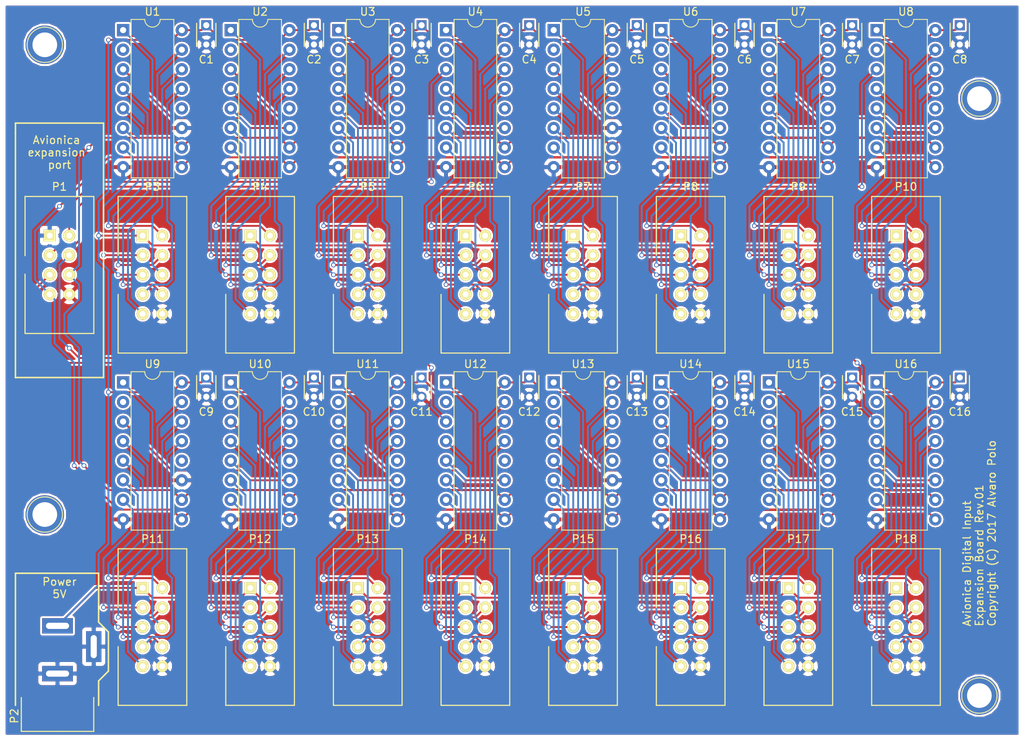
<source format=kicad_pcb>
(kicad_pcb (version 4) (host pcbnew 4.0.4-stable)
  (layers (0 F.Cu signal) (31 B.Cu signal) (34 B.Paste user) (35 F.Paste user) (36 B.SilkS user) (37 F.SilkS user) (38 B.Mask user) (39 F.Mask user) (44 Edge.Cuts user))
  (net 0 "")
  (net 1 VCC)
  (net 2 GND)
  (net 3 /DATA.A)
  (net 4 /DATA.B)
  (net 5 /DATA.C)
  (net 6 /DATA.D)
  (net 7 /CLOCK)
  (net 8 /LATCH)
  (net 9 /LINE-A/DATA1.2)
  (net 10 /LINE-A/DATA1.1)
  (net 11 /LINE-A/DATA1.4)
  (net 12 /LINE-A/DATA1.3)
  (net 13 /LINE-A/DATA1.6)
  (net 14 /LINE-A/DATA1.5)
  (net 15 /LINE-A/DATA1.8)
  (net 16 /LINE-A/DATA1.7)
  (net 17 /LINE-A/DATA2.2)
  (net 18 /LINE-A/DATA2.1)
  (net 19 /LINE-A/DATA2.4)
  (net 20 /LINE-A/DATA2.3)
  (net 21 /LINE-A/DATA2.6)
  (net 22 /LINE-A/DATA2.5)
  (net 23 /LINE-A/DATA2.8)
  (net 24 /LINE-A/DATA2.7)
  (net 25 /LINE-A/DATA3.2)
  (net 26 /LINE-A/DATA3.1)
  (net 27 /LINE-A/DATA3.4)
  (net 28 /LINE-A/DATA3.3)
  (net 29 /LINE-A/DATA3.6)
  (net 30 /LINE-A/DATA3.5)
  (net 31 /LINE-A/DATA3.8)
  (net 32 /LINE-A/DATA3.7)
  (net 33 /LINE-A/DATA4.2)
  (net 34 /LINE-A/DATA4.1)
  (net 35 /LINE-A/DATA4.4)
  (net 36 /LINE-A/DATA4.3)
  (net 37 /LINE-A/DATA4.6)
  (net 38 /LINE-A/DATA4.5)
  (net 39 /LINE-A/DATA4.8)
  (net 40 /LINE-A/DATA4.7)
  (net 41 /LINE-B/DATA1.2)
  (net 42 /LINE-B/DATA1.1)
  (net 43 /LINE-B/DATA1.4)
  (net 44 /LINE-B/DATA1.3)
  (net 45 /LINE-B/DATA1.6)
  (net 46 /LINE-B/DATA1.5)
  (net 47 /LINE-B/DATA1.8)
  (net 48 /LINE-B/DATA1.7)
  (net 49 /LINE-B/DATA2.2)
  (net 50 /LINE-B/DATA2.1)
  (net 51 /LINE-B/DATA2.4)
  (net 52 /LINE-B/DATA2.3)
  (net 53 /LINE-B/DATA2.6)
  (net 54 /LINE-B/DATA2.5)
  (net 55 /LINE-B/DATA2.8)
  (net 56 /LINE-B/DATA2.7)
  (net 57 /LINE-B/DATA3.2)
  (net 58 /LINE-B/DATA3.1)
  (net 59 /LINE-B/DATA3.4)
  (net 60 /LINE-B/DATA3.3)
  (net 61 /LINE-B/DATA3.6)
  (net 62 /LINE-B/DATA3.5)
  (net 63 /LINE-B/DATA3.8)
  (net 64 /LINE-B/DATA3.7)
  (net 65 /LINE-B/DATA4.2)
  (net 66 /LINE-B/DATA4.1)
  (net 67 /LINE-B/DATA4.4)
  (net 68 /LINE-B/DATA4.3)
  (net 69 /LINE-B/DATA4.6)
  (net 70 /LINE-B/DATA4.5)
  (net 71 /LINE-B/DATA4.8)
  (net 72 /LINE-B/DATA4.7)
  (net 73 /LINE-C/DATA1.2)
  (net 74 /LINE-C/DATA1.1)
  (net 75 /LINE-C/DATA1.4)
  (net 76 /LINE-C/DATA1.3)
  (net 77 /LINE-C/DATA1.6)
  (net 78 /LINE-C/DATA1.5)
  (net 79 /LINE-C/DATA1.8)
  (net 80 /LINE-C/DATA1.7)
  (net 81 /LINE-C/DATA2.2)
  (net 82 /LINE-C/DATA2.1)
  (net 83 /LINE-C/DATA2.4)
  (net 84 /LINE-C/DATA2.3)
  (net 85 /LINE-C/DATA2.6)
  (net 86 /LINE-C/DATA2.5)
  (net 87 /LINE-C/DATA2.8)
  (net 88 /LINE-C/DATA2.7)
  (net 89 /LINE-C/DATA3.2)
  (net 90 /LINE-C/DATA3.1)
  (net 91 /LINE-C/DATA3.4)
  (net 92 /LINE-C/DATA3.3)
  (net 93 /LINE-C/DATA3.6)
  (net 94 /LINE-C/DATA3.5)
  (net 95 /LINE-C/DATA3.8)
  (net 96 /LINE-C/DATA3.7)
  (net 97 /LINE-C/DATA4.2)
  (net 98 /LINE-C/DATA4.1)
  (net 99 /LINE-C/DATA4.4)
  (net 100 /LINE-C/DATA4.3)
  (net 101 /LINE-C/DATA4.6)
  (net 102 /LINE-C/DATA4.5)
  (net 103 /LINE-C/DATA4.8)
  (net 104 /LINE-C/DATA4.7)
  (net 105 /LINE-D/DATA1.2)
  (net 106 /LINE-D/DATA1.1)
  (net 107 /LINE-D/DATA1.4)
  (net 108 /LINE-D/DATA1.3)
  (net 109 /LINE-D/DATA1.6)
  (net 110 /LINE-D/DATA1.5)
  (net 111 /LINE-D/DATA1.8)
  (net 112 /LINE-D/DATA1.7)
  (net 113 /LINE-D/DATA2.2)
  (net 114 /LINE-D/DATA2.1)
  (net 115 /LINE-D/DATA2.4)
  (net 116 /LINE-D/DATA2.3)
  (net 117 /LINE-D/DATA2.6)
  (net 118 /LINE-D/DATA2.5)
  (net 119 /LINE-D/DATA2.8)
  (net 120 /LINE-D/DATA2.7)
  (net 121 /LINE-D/DATA3.2)
  (net 122 /LINE-D/DATA3.1)
  (net 123 /LINE-D/DATA3.4)
  (net 124 /LINE-D/DATA3.3)
  (net 125 /LINE-D/DATA3.6)
  (net 126 /LINE-D/DATA3.5)
  (net 127 /LINE-D/DATA3.8)
  (net 128 /LINE-D/DATA3.7)
  (net 129 /LINE-D/DATA4.2)
  (net 130 /LINE-D/DATA4.1)
  (net 131 /LINE-D/DATA4.4)
  (net 132 /LINE-D/DATA4.3)
  (net 133 /LINE-D/DATA4.6)
  (net 134 /LINE-D/DATA4.5)
  (net 135 /LINE-D/DATA4.8)
  (net 136 /LINE-D/DATA4.7)
  (net 137 "Net-(U1-Pad2)")
  (net 138 "Net-(U1-Pad3)")
  (net 139 "Net-(U1-Pad12)")
  (net 140 "Net-(U2-Pad2)")
  (net 141 "Net-(U2-Pad3)")
  (net 142 "Net-(U2-Pad12)")
  (net 143 "Net-(U3-Pad2)")
  (net 144 "Net-(U3-Pad3)")
  (net 145 "Net-(U3-Pad12)")
  (net 146 "Net-(U4-Pad2)")
  (net 147 "Net-(U4-Pad12)")
  (net 148 "Net-(U5-Pad2)")
  (net 149 "Net-(U5-Pad3)")
  (net 150 "Net-(U5-Pad12)")
  (net 151 "Net-(U6-Pad2)")
  (net 152 "Net-(U6-Pad3)")
  (net 153 "Net-(U6-Pad12)")
  (net 154 "Net-(U7-Pad2)")
  (net 155 "Net-(U7-Pad3)")
  (net 156 "Net-(U7-Pad12)")
  (net 157 "Net-(U8-Pad2)")
  (net 158 "Net-(U8-Pad12)")
  (net 159 "Net-(U9-Pad2)")
  (net 160 "Net-(U10-Pad11)")
  (net 161 "Net-(U9-Pad12)")
  (net 162 "Net-(U10-Pad2)")
  (net 163 "Net-(U10-Pad3)")
  (net 164 "Net-(U10-Pad12)")
  (net 165 "Net-(U11-Pad2)")
  (net 166 "Net-(U11-Pad3)")
  (net 167 "Net-(U11-Pad12)")
  (net 168 "Net-(U12-Pad2)")
  (net 169 "Net-(U12-Pad12)")
  (net 170 "Net-(U13-Pad2)")
  (net 171 "Net-(U13-Pad3)")
  (net 172 "Net-(U13-Pad12)")
  (net 173 "Net-(U14-Pad2)")
  (net 174 "Net-(U14-Pad3)")
  (net 175 "Net-(U14-Pad12)")
  (net 176 "Net-(U15-Pad2)")
  (net 177 "Net-(U15-Pad3)")
  (net 178 "Net-(U15-Pad12)")
  (net 179 "Net-(U16-Pad2)")
  (net 180 "Net-(U16-Pad12)")
  (module Connect:1pin (layer F.Cu) (at 78.74 106.045)
    (fp_text reference REF** hide)
    (fp_text value 1pin hide)
    (pad 1 thru_hole circle (at 0 0) (size 5 5) (drill 3.2) (layers *.Cu *.Mask))
  )
  (module Connect:1pin (layer F.Cu) (at 78.74 45.085)
    (fp_text reference REF** hide)
    (fp_text value 1pin hide)
    (pad 1 thru_hole circle (at 0 0) (size 5 5) (drill 3.2) (layers *.Cu *.Mask))
  )
  (module Connect:1pin (layer F.Cu) (at 200.025 52.07)
    (fp_text reference REF** hide)
    (fp_text value 1pin hide)
    (pad 1 thru_hole circle (at 0 0) (size 5 5) (drill 3.2) (layers *.Cu *.Mask))
  )
  (module Capacitors_ThroughHole:C_Disc_D3_P2.5 (layer F.Cu) (at 99.695 42.545 270)
    (fp_text reference C1 (at 4.445 0 360) (layer F.SilkS))
    (fp_text value C_Small)
    (pad 1 thru_hole rect (at 0 0 270) (size 1.3 1.3) (drill 0.8) (layers *.Cu *.Mask) (net 1 VCC))
    (pad 2 thru_hole circle (at 2.5 0 270) (size 1.3 1.3) (drill 0.8001) (layers *.Cu *.Mask) (net 2 GND))
  )
  (module Capacitors_ThroughHole:C_Disc_D3_P2.5 (layer F.Cu) (at 113.665 42.545 270)
    (fp_text reference C2 (at 4.445 0 360) (layer F.SilkS))
    (fp_text value C_Small)
    (pad 1 thru_hole rect (at 0 0 270) (size 1.3 1.3) (drill 0.8) (layers *.Cu *.Mask) (net 1 VCC))
    (pad 2 thru_hole circle (at 2.5 0 270) (size 1.3 1.3) (drill 0.8001) (layers *.Cu *.Mask) (net 2 GND))
  )
  (module Capacitors_ThroughHole:C_Disc_D3_P2.5 (layer F.Cu) (at 127.635 42.545 270)
    (fp_text reference C3 (at 4.445 0 360) (layer F.SilkS))
    (fp_text value C_Small)
    (pad 1 thru_hole rect (at 0 0 270) (size 1.3 1.3) (drill 0.8) (layers *.Cu *.Mask) (net 1 VCC))
    (pad 2 thru_hole circle (at 2.5 0 270) (size 1.3 1.3) (drill 0.8001) (layers *.Cu *.Mask) (net 2 GND))
  )
  (module Capacitors_ThroughHole:C_Disc_D3_P2.5 (layer F.Cu) (at 141.605 42.545 270)
    (fp_text reference C4 (at 4.445 0 360) (layer F.SilkS))
    (fp_text value C_Small)
    (pad 1 thru_hole rect (at 0 0 270) (size 1.3 1.3) (drill 0.8) (layers *.Cu *.Mask) (net 1 VCC))
    (pad 2 thru_hole circle (at 2.5 0 270) (size 1.3 1.3) (drill 0.8001) (layers *.Cu *.Mask) (net 2 GND))
  )
  (module Capacitors_ThroughHole:C_Disc_D3_P2.5 (layer F.Cu) (at 155.575 42.545 270)
    (fp_text reference C5 (at 4.445 0 360) (layer F.SilkS))
    (fp_text value C_Small)
    (pad 1 thru_hole rect (at 0 0 270) (size 1.3 1.3) (drill 0.8) (layers *.Cu *.Mask) (net 1 VCC))
    (pad 2 thru_hole circle (at 2.5 0 270) (size 1.3 1.3) (drill 0.8001) (layers *.Cu *.Mask) (net 2 GND))
  )
  (module Capacitors_ThroughHole:C_Disc_D3_P2.5 (layer F.Cu) (at 169.545 42.545 270)
    (fp_text reference C6 (at 4.445 0 360) (layer F.SilkS))
    (fp_text value C_Small)
    (pad 1 thru_hole rect (at 0 0 270) (size 1.3 1.3) (drill 0.8) (layers *.Cu *.Mask) (net 1 VCC))
    (pad 2 thru_hole circle (at 2.5 0 270) (size 1.3 1.3) (drill 0.8001) (layers *.Cu *.Mask) (net 2 GND))
  )
  (module Capacitors_ThroughHole:C_Disc_D3_P2.5 (layer F.Cu) (at 183.515 42.545 270)
    (fp_text reference C7 (at 4.445 0 360) (layer F.SilkS))
    (fp_text value C_Small)
    (pad 1 thru_hole rect (at 0 0 270) (size 1.3 1.3) (drill 0.8) (layers *.Cu *.Mask) (net 1 VCC))
    (pad 2 thru_hole circle (at 2.5 0 270) (size 1.3 1.3) (drill 0.8001) (layers *.Cu *.Mask) (net 2 GND))
  )
  (module Capacitors_ThroughHole:C_Disc_D3_P2.5 (layer F.Cu) (at 197.485 42.545 270)
    (fp_text reference C8 (at 4.445 0 360) (layer F.SilkS))
    (fp_text value C_Small)
    (pad 1 thru_hole rect (at 0 0 270) (size 1.3 1.3) (drill 0.8) (layers *.Cu *.Mask) (net 1 VCC))
    (pad 2 thru_hole circle (at 2.5 0 270) (size 1.3 1.3) (drill 0.8001) (layers *.Cu *.Mask) (net 2 GND))
  )
  (module Capacitors_ThroughHole:C_Disc_D3_P2.5 (layer F.Cu) (at 99.695 88.265 270)
    (fp_text reference C9 (at 4.445 0 360) (layer F.SilkS))
    (fp_text value C_Small)
    (pad 1 thru_hole rect (at 0 0 270) (size 1.3 1.3) (drill 0.8) (layers *.Cu *.Mask) (net 1 VCC))
    (pad 2 thru_hole circle (at 2.5 0 270) (size 1.3 1.3) (drill 0.8001) (layers *.Cu *.Mask) (net 2 GND))
  )
  (module Capacitors_ThroughHole:C_Disc_D3_P2.5 (layer F.Cu) (at 113.665 88.265 270)
    (fp_text reference C10 (at 4.445 0 360) (layer F.SilkS))
    (fp_text value C_Small)
    (pad 1 thru_hole rect (at 0 0 270) (size 1.3 1.3) (drill 0.8) (layers *.Cu *.Mask) (net 1 VCC))
    (pad 2 thru_hole circle (at 2.5 0 270) (size 1.3 1.3) (drill 0.8001) (layers *.Cu *.Mask) (net 2 GND))
  )
  (module Capacitors_ThroughHole:C_Disc_D3_P2.5 (layer F.Cu) (at 127.635 88.265 270)
    (fp_text reference C11 (at 4.445 0 360) (layer F.SilkS))
    (fp_text value C_Small)
    (pad 1 thru_hole rect (at 0 0 270) (size 1.3 1.3) (drill 0.8) (layers *.Cu *.Mask) (net 1 VCC))
    (pad 2 thru_hole circle (at 2.5 0 270) (size 1.3 1.3) (drill 0.8001) (layers *.Cu *.Mask) (net 2 GND))
  )
  (module Capacitors_ThroughHole:C_Disc_D3_P2.5 (layer F.Cu) (at 141.605 88.265 270)
    (fp_text reference C12 (at 4.445 0 360) (layer F.SilkS))
    (fp_text value C_Small)
    (pad 1 thru_hole rect (at 0 0 270) (size 1.3 1.3) (drill 0.8) (layers *.Cu *.Mask) (net 1 VCC))
    (pad 2 thru_hole circle (at 2.5 0 270) (size 1.3 1.3) (drill 0.8001) (layers *.Cu *.Mask) (net 2 GND))
  )
  (module Capacitors_ThroughHole:C_Disc_D3_P2.5 (layer F.Cu) (at 155.575 88.265 270)
    (fp_text reference C13 (at 4.445 0 360) (layer F.SilkS))
    (fp_text value C_Small)
    (pad 1 thru_hole rect (at 0 0 270) (size 1.3 1.3) (drill 0.8) (layers *.Cu *.Mask) (net 1 VCC))
    (pad 2 thru_hole circle (at 2.5 0 270) (size 1.3 1.3) (drill 0.8001) (layers *.Cu *.Mask) (net 2 GND))
  )
  (module Capacitors_ThroughHole:C_Disc_D3_P2.5 (layer F.Cu) (at 169.545 88.265 270)
    (fp_text reference C14 (at 4.445 0 360) (layer F.SilkS))
    (fp_text value C_Small)
    (pad 1 thru_hole rect (at 0 0 270) (size 1.3 1.3) (drill 0.8) (layers *.Cu *.Mask) (net 1 VCC))
    (pad 2 thru_hole circle (at 2.5 0 270) (size 1.3 1.3) (drill 0.8001) (layers *.Cu *.Mask) (net 2 GND))
  )
  (module Capacitors_ThroughHole:C_Disc_D3_P2.5 (layer F.Cu) (at 183.515 88.265 270)
    (fp_text reference C15 (at 4.445 0 360) (layer F.SilkS))
    (fp_text value C_Small)
    (pad 1 thru_hole rect (at 0 0 270) (size 1.3 1.3) (drill 0.8) (layers *.Cu *.Mask) (net 1 VCC))
    (pad 2 thru_hole circle (at 2.5 0 270) (size 1.3 1.3) (drill 0.8001) (layers *.Cu *.Mask) (net 2 GND))
  )
  (module Capacitors_ThroughHole:C_Disc_D3_P2.5 (layer F.Cu) (at 197.485 88.265 270)
    (fp_text reference C16 (at 4.445 0 360) (layer F.SilkS))
    (fp_text value C_Small)
    (pad 1 thru_hole rect (at 0 0 270) (size 1.3 1.3) (drill 0.8) (layers *.Cu *.Mask) (net 1 VCC))
    (pad 2 thru_hole circle (at 2.5 0 270) (size 1.3 1.3) (drill 0.8001) (layers *.Cu *.Mask) (net 2 GND))
  )
  (module Housings_DIP:DIP-16_W7.62mm (layer F.Cu) (at 88.9 43.18)
    (fp_text reference U1 (at 3.81 -2.39) (layer F.SilkS))
    (fp_text value CD4021)
    (pad 1 thru_hole rect (at 0 0) (size 1.6 1.6) (drill 0.8) (layers *.Cu *.Mask) (net 15 /LINE-A/DATA1.8))
    (pad 9 thru_hole oval (at 7.62 17.78) (size 1.6 1.6) (drill 0.8) (layers *.Cu *.Mask) (net 8 /LATCH))
    (pad 2 thru_hole oval (at 0 2.54) (size 1.6 1.6) (drill 0.8) (layers *.Cu *.Mask) (net 137 "Net-(U1-Pad2)"))
    (pad 10 thru_hole oval (at 7.62 15.24) (size 1.6 1.6) (drill 0.8) (layers *.Cu *.Mask) (net 7 /CLOCK))
    (pad 3 thru_hole oval (at 0 5.08) (size 1.6 1.6) (drill 0.8) (layers *.Cu *.Mask) (net 138 "Net-(U1-Pad3)"))
    (pad 11 thru_hole oval (at 7.62 12.7) (size 1.6 1.6) (drill 0.8) (layers *.Cu *.Mask) (net 2 GND))
    (pad 4 thru_hole oval (at 0 7.62) (size 1.6 1.6) (drill 0.8) (layers *.Cu *.Mask) (net 11 /LINE-A/DATA1.4))
    (pad 12 thru_hole oval (at 7.62 10.16) (size 1.6 1.6) (drill 0.8) (layers *.Cu *.Mask) (net 139 "Net-(U1-Pad12)"))
    (pad 5 thru_hole oval (at 0 10.16) (size 1.6 1.6) (drill 0.8) (layers *.Cu *.Mask) (net 12 /LINE-A/DATA1.3))
    (pad 13 thru_hole oval (at 7.62 7.62) (size 1.6 1.6) (drill 0.8) (layers *.Cu *.Mask) (net 14 /LINE-A/DATA1.5))
    (pad 6 thru_hole oval (at 0 12.7) (size 1.6 1.6) (drill 0.8) (layers *.Cu *.Mask) (net 9 /LINE-A/DATA1.2))
    (pad 14 thru_hole oval (at 7.62 5.08) (size 1.6 1.6) (drill 0.8) (layers *.Cu *.Mask) (net 13 /LINE-A/DATA1.6))
    (pad 7 thru_hole oval (at 0 15.24) (size 1.6 1.6) (drill 0.8) (layers *.Cu *.Mask) (net 10 /LINE-A/DATA1.1))
    (pad 15 thru_hole oval (at 7.62 2.54) (size 1.6 1.6) (drill 0.8) (layers *.Cu *.Mask) (net 16 /LINE-A/DATA1.7))
    (pad 8 thru_hole oval (at 0 17.78) (size 1.6 1.6) (drill 0.8) (layers *.Cu *.Mask) (net 2 GND))
    (pad 16 thru_hole oval (at 7.62 0) (size 1.6 1.6) (drill 0.8) (layers *.Cu *.Mask) (net 1 VCC))
  )
  (module Housings_DIP:DIP-16_W7.62mm (layer F.Cu) (at 102.87 43.18)
    (fp_text reference U2 (at 3.81 -2.39) (layer F.SilkS))
    (fp_text value CD4021)
    (pad 1 thru_hole rect (at 0 0) (size 1.6 1.6) (drill 0.8) (layers *.Cu *.Mask) (net 23 /LINE-A/DATA2.8))
    (pad 9 thru_hole oval (at 7.62 17.78) (size 1.6 1.6) (drill 0.8) (layers *.Cu *.Mask) (net 8 /LATCH))
    (pad 2 thru_hole oval (at 0 2.54) (size 1.6 1.6) (drill 0.8) (layers *.Cu *.Mask) (net 140 "Net-(U2-Pad2)"))
    (pad 10 thru_hole oval (at 7.62 15.24) (size 1.6 1.6) (drill 0.8) (layers *.Cu *.Mask) (net 7 /CLOCK))
    (pad 3 thru_hole oval (at 0 5.08) (size 1.6 1.6) (drill 0.8) (layers *.Cu *.Mask) (net 141 "Net-(U2-Pad3)"))
    (pad 11 thru_hole oval (at 7.62 12.7) (size 1.6 1.6) (drill 0.8) (layers *.Cu *.Mask) (net 138 "Net-(U1-Pad3)"))
    (pad 4 thru_hole oval (at 0 7.62) (size 1.6 1.6) (drill 0.8) (layers *.Cu *.Mask) (net 19 /LINE-A/DATA2.4))
    (pad 12 thru_hole oval (at 7.62 10.16) (size 1.6 1.6) (drill 0.8) (layers *.Cu *.Mask) (net 142 "Net-(U2-Pad12)"))
    (pad 5 thru_hole oval (at 0 10.16) (size 1.6 1.6) (drill 0.8) (layers *.Cu *.Mask) (net 20 /LINE-A/DATA2.3))
    (pad 13 thru_hole oval (at 7.62 7.62) (size 1.6 1.6) (drill 0.8) (layers *.Cu *.Mask) (net 22 /LINE-A/DATA2.5))
    (pad 6 thru_hole oval (at 0 12.7) (size 1.6 1.6) (drill 0.8) (layers *.Cu *.Mask) (net 17 /LINE-A/DATA2.2))
    (pad 14 thru_hole oval (at 7.62 5.08) (size 1.6 1.6) (drill 0.8) (layers *.Cu *.Mask) (net 21 /LINE-A/DATA2.6))
    (pad 7 thru_hole oval (at 0 15.24) (size 1.6 1.6) (drill 0.8) (layers *.Cu *.Mask) (net 18 /LINE-A/DATA2.1))
    (pad 15 thru_hole oval (at 7.62 2.54) (size 1.6 1.6) (drill 0.8) (layers *.Cu *.Mask) (net 24 /LINE-A/DATA2.7))
    (pad 8 thru_hole oval (at 0 17.78) (size 1.6 1.6) (drill 0.8) (layers *.Cu *.Mask) (net 2 GND))
    (pad 16 thru_hole oval (at 7.62 0) (size 1.6 1.6) (drill 0.8) (layers *.Cu *.Mask) (net 1 VCC))
  )
  (module Housings_DIP:DIP-16_W7.62mm (layer F.Cu) (at 116.84 43.18)
    (fp_text reference U3 (at 3.81 -2.39) (layer F.SilkS))
    (fp_text value CD4021)
    (pad 1 thru_hole rect (at 0 0) (size 1.6 1.6) (drill 0.8) (layers *.Cu *.Mask) (net 31 /LINE-A/DATA3.8))
    (pad 9 thru_hole oval (at 7.62 17.78) (size 1.6 1.6) (drill 0.8) (layers *.Cu *.Mask) (net 8 /LATCH))
    (pad 2 thru_hole oval (at 0 2.54) (size 1.6 1.6) (drill 0.8) (layers *.Cu *.Mask) (net 143 "Net-(U3-Pad2)"))
    (pad 10 thru_hole oval (at 7.62 15.24) (size 1.6 1.6) (drill 0.8) (layers *.Cu *.Mask) (net 7 /CLOCK))
    (pad 3 thru_hole oval (at 0 5.08) (size 1.6 1.6) (drill 0.8) (layers *.Cu *.Mask) (net 144 "Net-(U3-Pad3)"))
    (pad 11 thru_hole oval (at 7.62 12.7) (size 1.6 1.6) (drill 0.8) (layers *.Cu *.Mask) (net 141 "Net-(U2-Pad3)"))
    (pad 4 thru_hole oval (at 0 7.62) (size 1.6 1.6) (drill 0.8) (layers *.Cu *.Mask) (net 27 /LINE-A/DATA3.4))
    (pad 12 thru_hole oval (at 7.62 10.16) (size 1.6 1.6) (drill 0.8) (layers *.Cu *.Mask) (net 145 "Net-(U3-Pad12)"))
    (pad 5 thru_hole oval (at 0 10.16) (size 1.6 1.6) (drill 0.8) (layers *.Cu *.Mask) (net 28 /LINE-A/DATA3.3))
    (pad 13 thru_hole oval (at 7.62 7.62) (size 1.6 1.6) (drill 0.8) (layers *.Cu *.Mask) (net 30 /LINE-A/DATA3.5))
    (pad 6 thru_hole oval (at 0 12.7) (size 1.6 1.6) (drill 0.8) (layers *.Cu *.Mask) (net 25 /LINE-A/DATA3.2))
    (pad 14 thru_hole oval (at 7.62 5.08) (size 1.6 1.6) (drill 0.8) (layers *.Cu *.Mask) (net 29 /LINE-A/DATA3.6))
    (pad 7 thru_hole oval (at 0 15.24) (size 1.6 1.6) (drill 0.8) (layers *.Cu *.Mask) (net 26 /LINE-A/DATA3.1))
    (pad 15 thru_hole oval (at 7.62 2.54) (size 1.6 1.6) (drill 0.8) (layers *.Cu *.Mask) (net 32 /LINE-A/DATA3.7))
    (pad 8 thru_hole oval (at 0 17.78) (size 1.6 1.6) (drill 0.8) (layers *.Cu *.Mask) (net 2 GND))
    (pad 16 thru_hole oval (at 7.62 0) (size 1.6 1.6) (drill 0.8) (layers *.Cu *.Mask) (net 1 VCC))
  )
  (module Housings_DIP:DIP-16_W7.62mm (layer F.Cu) (at 130.81 43.18)
    (fp_text reference U4 (at 3.81 -2.39) (layer F.SilkS))
    (fp_text value CD4021)
    (pad 1 thru_hole rect (at 0 0) (size 1.6 1.6) (drill 0.8) (layers *.Cu *.Mask) (net 39 /LINE-A/DATA4.8))
    (pad 9 thru_hole oval (at 7.62 17.78) (size 1.6 1.6) (drill 0.8) (layers *.Cu *.Mask) (net 8 /LATCH))
    (pad 2 thru_hole oval (at 0 2.54) (size 1.6 1.6) (drill 0.8) (layers *.Cu *.Mask) (net 146 "Net-(U4-Pad2)"))
    (pad 10 thru_hole oval (at 7.62 15.24) (size 1.6 1.6) (drill 0.8) (layers *.Cu *.Mask) (net 7 /CLOCK))
    (pad 3 thru_hole oval (at 0 5.08) (size 1.6 1.6) (drill 0.8) (layers *.Cu *.Mask) (net 3 /DATA.A))
    (pad 11 thru_hole oval (at 7.62 12.7) (size 1.6 1.6) (drill 0.8) (layers *.Cu *.Mask) (net 144 "Net-(U3-Pad3)"))
    (pad 4 thru_hole oval (at 0 7.62) (size 1.6 1.6) (drill 0.8) (layers *.Cu *.Mask) (net 35 /LINE-A/DATA4.4))
    (pad 12 thru_hole oval (at 7.62 10.16) (size 1.6 1.6) (drill 0.8) (layers *.Cu *.Mask) (net 147 "Net-(U4-Pad12)"))
    (pad 5 thru_hole oval (at 0 10.16) (size 1.6 1.6) (drill 0.8) (layers *.Cu *.Mask) (net 36 /LINE-A/DATA4.3))
    (pad 13 thru_hole oval (at 7.62 7.62) (size 1.6 1.6) (drill 0.8) (layers *.Cu *.Mask) (net 38 /LINE-A/DATA4.5))
    (pad 6 thru_hole oval (at 0 12.7) (size 1.6 1.6) (drill 0.8) (layers *.Cu *.Mask) (net 33 /LINE-A/DATA4.2))
    (pad 14 thru_hole oval (at 7.62 5.08) (size 1.6 1.6) (drill 0.8) (layers *.Cu *.Mask) (net 37 /LINE-A/DATA4.6))
    (pad 7 thru_hole oval (at 0 15.24) (size 1.6 1.6) (drill 0.8) (layers *.Cu *.Mask) (net 34 /LINE-A/DATA4.1))
    (pad 15 thru_hole oval (at 7.62 2.54) (size 1.6 1.6) (drill 0.8) (layers *.Cu *.Mask) (net 40 /LINE-A/DATA4.7))
    (pad 8 thru_hole oval (at 0 17.78) (size 1.6 1.6) (drill 0.8) (layers *.Cu *.Mask) (net 2 GND))
    (pad 16 thru_hole oval (at 7.62 0) (size 1.6 1.6) (drill 0.8) (layers *.Cu *.Mask) (net 1 VCC))
  )
  (module Housings_DIP:DIP-16_W7.62mm (layer F.Cu) (at 144.78 43.18)
    (fp_text reference U5 (at 3.81 -2.39) (layer F.SilkS))
    (fp_text value CD4021)
    (pad 1 thru_hole rect (at 0 0) (size 1.6 1.6) (drill 0.8) (layers *.Cu *.Mask) (net 47 /LINE-B/DATA1.8))
    (pad 9 thru_hole oval (at 7.62 17.78) (size 1.6 1.6) (drill 0.8) (layers *.Cu *.Mask) (net 8 /LATCH))
    (pad 2 thru_hole oval (at 0 2.54) (size 1.6 1.6) (drill 0.8) (layers *.Cu *.Mask) (net 148 "Net-(U5-Pad2)"))
    (pad 10 thru_hole oval (at 7.62 15.24) (size 1.6 1.6) (drill 0.8) (layers *.Cu *.Mask) (net 7 /CLOCK))
    (pad 3 thru_hole oval (at 0 5.08) (size 1.6 1.6) (drill 0.8) (layers *.Cu *.Mask) (net 149 "Net-(U5-Pad3)"))
    (pad 11 thru_hole oval (at 7.62 12.7) (size 1.6 1.6) (drill 0.8) (layers *.Cu *.Mask) (net 2 GND))
    (pad 4 thru_hole oval (at 0 7.62) (size 1.6 1.6) (drill 0.8) (layers *.Cu *.Mask) (net 43 /LINE-B/DATA1.4))
    (pad 12 thru_hole oval (at 7.62 10.16) (size 1.6 1.6) (drill 0.8) (layers *.Cu *.Mask) (net 150 "Net-(U5-Pad12)"))
    (pad 5 thru_hole oval (at 0 10.16) (size 1.6 1.6) (drill 0.8) (layers *.Cu *.Mask) (net 44 /LINE-B/DATA1.3))
    (pad 13 thru_hole oval (at 7.62 7.62) (size 1.6 1.6) (drill 0.8) (layers *.Cu *.Mask) (net 46 /LINE-B/DATA1.5))
    (pad 6 thru_hole oval (at 0 12.7) (size 1.6 1.6) (drill 0.8) (layers *.Cu *.Mask) (net 41 /LINE-B/DATA1.2))
    (pad 14 thru_hole oval (at 7.62 5.08) (size 1.6 1.6) (drill 0.8) (layers *.Cu *.Mask) (net 45 /LINE-B/DATA1.6))
    (pad 7 thru_hole oval (at 0 15.24) (size 1.6 1.6) (drill 0.8) (layers *.Cu *.Mask) (net 42 /LINE-B/DATA1.1))
    (pad 15 thru_hole oval (at 7.62 2.54) (size 1.6 1.6) (drill 0.8) (layers *.Cu *.Mask) (net 48 /LINE-B/DATA1.7))
    (pad 8 thru_hole oval (at 0 17.78) (size 1.6 1.6) (drill 0.8) (layers *.Cu *.Mask) (net 2 GND))
    (pad 16 thru_hole oval (at 7.62 0) (size 1.6 1.6) (drill 0.8) (layers *.Cu *.Mask) (net 1 VCC))
  )
  (module Housings_DIP:DIP-16_W7.62mm (layer F.Cu) (at 158.75 43.18)
    (fp_text reference U6 (at 3.81 -2.39) (layer F.SilkS))
    (fp_text value CD4021)
    (pad 1 thru_hole rect (at 0 0) (size 1.6 1.6) (drill 0.8) (layers *.Cu *.Mask) (net 55 /LINE-B/DATA2.8))
    (pad 9 thru_hole oval (at 7.62 17.78) (size 1.6 1.6) (drill 0.8) (layers *.Cu *.Mask) (net 8 /LATCH))
    (pad 2 thru_hole oval (at 0 2.54) (size 1.6 1.6) (drill 0.8) (layers *.Cu *.Mask) (net 151 "Net-(U6-Pad2)"))
    (pad 10 thru_hole oval (at 7.62 15.24) (size 1.6 1.6) (drill 0.8) (layers *.Cu *.Mask) (net 7 /CLOCK))
    (pad 3 thru_hole oval (at 0 5.08) (size 1.6 1.6) (drill 0.8) (layers *.Cu *.Mask) (net 152 "Net-(U6-Pad3)"))
    (pad 11 thru_hole oval (at 7.62 12.7) (size 1.6 1.6) (drill 0.8) (layers *.Cu *.Mask) (net 149 "Net-(U5-Pad3)"))
    (pad 4 thru_hole oval (at 0 7.62) (size 1.6 1.6) (drill 0.8) (layers *.Cu *.Mask) (net 51 /LINE-B/DATA2.4))
    (pad 12 thru_hole oval (at 7.62 10.16) (size 1.6 1.6) (drill 0.8) (layers *.Cu *.Mask) (net 153 "Net-(U6-Pad12)"))
    (pad 5 thru_hole oval (at 0 10.16) (size 1.6 1.6) (drill 0.8) (layers *.Cu *.Mask) (net 52 /LINE-B/DATA2.3))
    (pad 13 thru_hole oval (at 7.62 7.62) (size 1.6 1.6) (drill 0.8) (layers *.Cu *.Mask) (net 54 /LINE-B/DATA2.5))
    (pad 6 thru_hole oval (at 0 12.7) (size 1.6 1.6) (drill 0.8) (layers *.Cu *.Mask) (net 49 /LINE-B/DATA2.2))
    (pad 14 thru_hole oval (at 7.62 5.08) (size 1.6 1.6) (drill 0.8) (layers *.Cu *.Mask) (net 53 /LINE-B/DATA2.6))
    (pad 7 thru_hole oval (at 0 15.24) (size 1.6 1.6) (drill 0.8) (layers *.Cu *.Mask) (net 50 /LINE-B/DATA2.1))
    (pad 15 thru_hole oval (at 7.62 2.54) (size 1.6 1.6) (drill 0.8) (layers *.Cu *.Mask) (net 56 /LINE-B/DATA2.7))
    (pad 8 thru_hole oval (at 0 17.78) (size 1.6 1.6) (drill 0.8) (layers *.Cu *.Mask) (net 2 GND))
    (pad 16 thru_hole oval (at 7.62 0) (size 1.6 1.6) (drill 0.8) (layers *.Cu *.Mask) (net 1 VCC))
  )
  (module Housings_DIP:DIP-16_W7.62mm (layer F.Cu) (at 172.72 43.18)
    (fp_text reference U7 (at 3.81 -2.39) (layer F.SilkS))
    (fp_text value CD4021)
    (pad 1 thru_hole rect (at 0 0) (size 1.6 1.6) (drill 0.8) (layers *.Cu *.Mask) (net 63 /LINE-B/DATA3.8))
    (pad 9 thru_hole oval (at 7.62 17.78) (size 1.6 1.6) (drill 0.8) (layers *.Cu *.Mask) (net 8 /LATCH))
    (pad 2 thru_hole oval (at 0 2.54) (size 1.6 1.6) (drill 0.8) (layers *.Cu *.Mask) (net 154 "Net-(U7-Pad2)"))
    (pad 10 thru_hole oval (at 7.62 15.24) (size 1.6 1.6) (drill 0.8) (layers *.Cu *.Mask) (net 7 /CLOCK))
    (pad 3 thru_hole oval (at 0 5.08) (size 1.6 1.6) (drill 0.8) (layers *.Cu *.Mask) (net 155 "Net-(U7-Pad3)"))
    (pad 11 thru_hole oval (at 7.62 12.7) (size 1.6 1.6) (drill 0.8) (layers *.Cu *.Mask) (net 152 "Net-(U6-Pad3)"))
    (pad 4 thru_hole oval (at 0 7.62) (size 1.6 1.6) (drill 0.8) (layers *.Cu *.Mask) (net 59 /LINE-B/DATA3.4))
    (pad 12 thru_hole oval (at 7.62 10.16) (size 1.6 1.6) (drill 0.8) (layers *.Cu *.Mask) (net 156 "Net-(U7-Pad12)"))
    (pad 5 thru_hole oval (at 0 10.16) (size 1.6 1.6) (drill 0.8) (layers *.Cu *.Mask) (net 60 /LINE-B/DATA3.3))
    (pad 13 thru_hole oval (at 7.62 7.62) (size 1.6 1.6) (drill 0.8) (layers *.Cu *.Mask) (net 62 /LINE-B/DATA3.5))
    (pad 6 thru_hole oval (at 0 12.7) (size 1.6 1.6) (drill 0.8) (layers *.Cu *.Mask) (net 57 /LINE-B/DATA3.2))
    (pad 14 thru_hole oval (at 7.62 5.08) (size 1.6 1.6) (drill 0.8) (layers *.Cu *.Mask) (net 61 /LINE-B/DATA3.6))
    (pad 7 thru_hole oval (at 0 15.24) (size 1.6 1.6) (drill 0.8) (layers *.Cu *.Mask) (net 58 /LINE-B/DATA3.1))
    (pad 15 thru_hole oval (at 7.62 2.54) (size 1.6 1.6) (drill 0.8) (layers *.Cu *.Mask) (net 64 /LINE-B/DATA3.7))
    (pad 8 thru_hole oval (at 0 17.78) (size 1.6 1.6) (drill 0.8) (layers *.Cu *.Mask) (net 2 GND))
    (pad 16 thru_hole oval (at 7.62 0) (size 1.6 1.6) (drill 0.8) (layers *.Cu *.Mask) (net 1 VCC))
  )
  (module Housings_DIP:DIP-16_W7.62mm (layer F.Cu) (at 186.69 43.18)
    (fp_text reference U8 (at 3.81 -2.39) (layer F.SilkS))
    (fp_text value CD4021)
    (pad 1 thru_hole rect (at 0 0) (size 1.6 1.6) (drill 0.8) (layers *.Cu *.Mask) (net 71 /LINE-B/DATA4.8))
    (pad 9 thru_hole oval (at 7.62 17.78) (size 1.6 1.6) (drill 0.8) (layers *.Cu *.Mask) (net 8 /LATCH))
    (pad 2 thru_hole oval (at 0 2.54) (size 1.6 1.6) (drill 0.8) (layers *.Cu *.Mask) (net 157 "Net-(U8-Pad2)"))
    (pad 10 thru_hole oval (at 7.62 15.24) (size 1.6 1.6) (drill 0.8) (layers *.Cu *.Mask) (net 7 /CLOCK))
    (pad 3 thru_hole oval (at 0 5.08) (size 1.6 1.6) (drill 0.8) (layers *.Cu *.Mask) (net 4 /DATA.B))
    (pad 11 thru_hole oval (at 7.62 12.7) (size 1.6 1.6) (drill 0.8) (layers *.Cu *.Mask) (net 155 "Net-(U7-Pad3)"))
    (pad 4 thru_hole oval (at 0 7.62) (size 1.6 1.6) (drill 0.8) (layers *.Cu *.Mask) (net 67 /LINE-B/DATA4.4))
    (pad 12 thru_hole oval (at 7.62 10.16) (size 1.6 1.6) (drill 0.8) (layers *.Cu *.Mask) (net 158 "Net-(U8-Pad12)"))
    (pad 5 thru_hole oval (at 0 10.16) (size 1.6 1.6) (drill 0.8) (layers *.Cu *.Mask) (net 68 /LINE-B/DATA4.3))
    (pad 13 thru_hole oval (at 7.62 7.62) (size 1.6 1.6) (drill 0.8) (layers *.Cu *.Mask) (net 70 /LINE-B/DATA4.5))
    (pad 6 thru_hole oval (at 0 12.7) (size 1.6 1.6) (drill 0.8) (layers *.Cu *.Mask) (net 65 /LINE-B/DATA4.2))
    (pad 14 thru_hole oval (at 7.62 5.08) (size 1.6 1.6) (drill 0.8) (layers *.Cu *.Mask) (net 69 /LINE-B/DATA4.6))
    (pad 7 thru_hole oval (at 0 15.24) (size 1.6 1.6) (drill 0.8) (layers *.Cu *.Mask) (net 66 /LINE-B/DATA4.1))
    (pad 15 thru_hole oval (at 7.62 2.54) (size 1.6 1.6) (drill 0.8) (layers *.Cu *.Mask) (net 72 /LINE-B/DATA4.7))
    (pad 8 thru_hole oval (at 0 17.78) (size 1.6 1.6) (drill 0.8) (layers *.Cu *.Mask) (net 2 GND))
    (pad 16 thru_hole oval (at 7.62 0) (size 1.6 1.6) (drill 0.8) (layers *.Cu *.Mask) (net 1 VCC))
  )
  (module Housings_DIP:DIP-16_W7.62mm (layer F.Cu) (at 88.9 88.9)
    (fp_text reference U9 (at 3.81 -2.39) (layer F.SilkS))
    (fp_text value CD4021)
    (pad 1 thru_hole rect (at 0 0) (size 1.6 1.6) (drill 0.8) (layers *.Cu *.Mask) (net 111 /LINE-D/DATA1.8))
    (pad 9 thru_hole oval (at 7.62 17.78) (size 1.6 1.6) (drill 0.8) (layers *.Cu *.Mask) (net 8 /LATCH))
    (pad 2 thru_hole oval (at 0 2.54) (size 1.6 1.6) (drill 0.8) (layers *.Cu *.Mask) (net 159 "Net-(U9-Pad2)"))
    (pad 10 thru_hole oval (at 7.62 15.24) (size 1.6 1.6) (drill 0.8) (layers *.Cu *.Mask) (net 7 /CLOCK))
    (pad 3 thru_hole oval (at 0 5.08) (size 1.6 1.6) (drill 0.8) (layers *.Cu *.Mask) (net 160 "Net-(U10-Pad11)"))
    (pad 11 thru_hole oval (at 7.62 12.7) (size 1.6 1.6) (drill 0.8) (layers *.Cu *.Mask) (net 2 GND))
    (pad 4 thru_hole oval (at 0 7.62) (size 1.6 1.6) (drill 0.8) (layers *.Cu *.Mask) (net 107 /LINE-D/DATA1.4))
    (pad 12 thru_hole oval (at 7.62 10.16) (size 1.6 1.6) (drill 0.8) (layers *.Cu *.Mask) (net 161 "Net-(U9-Pad12)"))
    (pad 5 thru_hole oval (at 0 10.16) (size 1.6 1.6) (drill 0.8) (layers *.Cu *.Mask) (net 108 /LINE-D/DATA1.3))
    (pad 13 thru_hole oval (at 7.62 7.62) (size 1.6 1.6) (drill 0.8) (layers *.Cu *.Mask) (net 110 /LINE-D/DATA1.5))
    (pad 6 thru_hole oval (at 0 12.7) (size 1.6 1.6) (drill 0.8) (layers *.Cu *.Mask) (net 105 /LINE-D/DATA1.2))
    (pad 14 thru_hole oval (at 7.62 5.08) (size 1.6 1.6) (drill 0.8) (layers *.Cu *.Mask) (net 109 /LINE-D/DATA1.6))
    (pad 7 thru_hole oval (at 0 15.24) (size 1.6 1.6) (drill 0.8) (layers *.Cu *.Mask) (net 106 /LINE-D/DATA1.1))
    (pad 15 thru_hole oval (at 7.62 2.54) (size 1.6 1.6) (drill 0.8) (layers *.Cu *.Mask) (net 112 /LINE-D/DATA1.7))
    (pad 8 thru_hole oval (at 0 17.78) (size 1.6 1.6) (drill 0.8) (layers *.Cu *.Mask) (net 2 GND))
    (pad 16 thru_hole oval (at 7.62 0) (size 1.6 1.6) (drill 0.8) (layers *.Cu *.Mask) (net 1 VCC))
  )
  (module Housings_DIP:DIP-16_W7.62mm (layer F.Cu) (at 102.87 88.9)
    (fp_text reference U10 (at 3.81 -2.39) (layer F.SilkS))
    (fp_text value CD4021)
    (pad 1 thru_hole rect (at 0 0) (size 1.6 1.6) (drill 0.8) (layers *.Cu *.Mask) (net 119 /LINE-D/DATA2.8))
    (pad 9 thru_hole oval (at 7.62 17.78) (size 1.6 1.6) (drill 0.8) (layers *.Cu *.Mask) (net 8 /LATCH))
    (pad 2 thru_hole oval (at 0 2.54) (size 1.6 1.6) (drill 0.8) (layers *.Cu *.Mask) (net 162 "Net-(U10-Pad2)"))
    (pad 10 thru_hole oval (at 7.62 15.24) (size 1.6 1.6) (drill 0.8) (layers *.Cu *.Mask) (net 7 /CLOCK))
    (pad 3 thru_hole oval (at 0 5.08) (size 1.6 1.6) (drill 0.8) (layers *.Cu *.Mask) (net 163 "Net-(U10-Pad3)"))
    (pad 11 thru_hole oval (at 7.62 12.7) (size 1.6 1.6) (drill 0.8) (layers *.Cu *.Mask) (net 160 "Net-(U10-Pad11)"))
    (pad 4 thru_hole oval (at 0 7.62) (size 1.6 1.6) (drill 0.8) (layers *.Cu *.Mask) (net 115 /LINE-D/DATA2.4))
    (pad 12 thru_hole oval (at 7.62 10.16) (size 1.6 1.6) (drill 0.8) (layers *.Cu *.Mask) (net 164 "Net-(U10-Pad12)"))
    (pad 5 thru_hole oval (at 0 10.16) (size 1.6 1.6) (drill 0.8) (layers *.Cu *.Mask) (net 116 /LINE-D/DATA2.3))
    (pad 13 thru_hole oval (at 7.62 7.62) (size 1.6 1.6) (drill 0.8) (layers *.Cu *.Mask) (net 118 /LINE-D/DATA2.5))
    (pad 6 thru_hole oval (at 0 12.7) (size 1.6 1.6) (drill 0.8) (layers *.Cu *.Mask) (net 113 /LINE-D/DATA2.2))
    (pad 14 thru_hole oval (at 7.62 5.08) (size 1.6 1.6) (drill 0.8) (layers *.Cu *.Mask) (net 117 /LINE-D/DATA2.6))
    (pad 7 thru_hole oval (at 0 15.24) (size 1.6 1.6) (drill 0.8) (layers *.Cu *.Mask) (net 114 /LINE-D/DATA2.1))
    (pad 15 thru_hole oval (at 7.62 2.54) (size 1.6 1.6) (drill 0.8) (layers *.Cu *.Mask) (net 120 /LINE-D/DATA2.7))
    (pad 8 thru_hole oval (at 0 17.78) (size 1.6 1.6) (drill 0.8) (layers *.Cu *.Mask) (net 2 GND))
    (pad 16 thru_hole oval (at 7.62 0) (size 1.6 1.6) (drill 0.8) (layers *.Cu *.Mask) (net 1 VCC))
  )
  (module Housings_DIP:DIP-16_W7.62mm (layer F.Cu) (at 116.84 88.9)
    (fp_text reference U11 (at 3.81 -2.39) (layer F.SilkS))
    (fp_text value CD4021)
    (pad 1 thru_hole rect (at 0 0) (size 1.6 1.6) (drill 0.8) (layers *.Cu *.Mask) (net 127 /LINE-D/DATA3.8))
    (pad 9 thru_hole oval (at 7.62 17.78) (size 1.6 1.6) (drill 0.8) (layers *.Cu *.Mask) (net 8 /LATCH))
    (pad 2 thru_hole oval (at 0 2.54) (size 1.6 1.6) (drill 0.8) (layers *.Cu *.Mask) (net 165 "Net-(U11-Pad2)"))
    (pad 10 thru_hole oval (at 7.62 15.24) (size 1.6 1.6) (drill 0.8) (layers *.Cu *.Mask) (net 7 /CLOCK))
    (pad 3 thru_hole oval (at 0 5.08) (size 1.6 1.6) (drill 0.8) (layers *.Cu *.Mask) (net 166 "Net-(U11-Pad3)"))
    (pad 11 thru_hole oval (at 7.62 12.7) (size 1.6 1.6) (drill 0.8) (layers *.Cu *.Mask) (net 163 "Net-(U10-Pad3)"))
    (pad 4 thru_hole oval (at 0 7.62) (size 1.6 1.6) (drill 0.8) (layers *.Cu *.Mask) (net 123 /LINE-D/DATA3.4))
    (pad 12 thru_hole oval (at 7.62 10.16) (size 1.6 1.6) (drill 0.8) (layers *.Cu *.Mask) (net 167 "Net-(U11-Pad12)"))
    (pad 5 thru_hole oval (at 0 10.16) (size 1.6 1.6) (drill 0.8) (layers *.Cu *.Mask) (net 124 /LINE-D/DATA3.3))
    (pad 13 thru_hole oval (at 7.62 7.62) (size 1.6 1.6) (drill 0.8) (layers *.Cu *.Mask) (net 126 /LINE-D/DATA3.5))
    (pad 6 thru_hole oval (at 0 12.7) (size 1.6 1.6) (drill 0.8) (layers *.Cu *.Mask) (net 121 /LINE-D/DATA3.2))
    (pad 14 thru_hole oval (at 7.62 5.08) (size 1.6 1.6) (drill 0.8) (layers *.Cu *.Mask) (net 125 /LINE-D/DATA3.6))
    (pad 7 thru_hole oval (at 0 15.24) (size 1.6 1.6) (drill 0.8) (layers *.Cu *.Mask) (net 122 /LINE-D/DATA3.1))
    (pad 15 thru_hole oval (at 7.62 2.54) (size 1.6 1.6) (drill 0.8) (layers *.Cu *.Mask) (net 128 /LINE-D/DATA3.7))
    (pad 8 thru_hole oval (at 0 17.78) (size 1.6 1.6) (drill 0.8) (layers *.Cu *.Mask) (net 2 GND))
    (pad 16 thru_hole oval (at 7.62 0) (size 1.6 1.6) (drill 0.8) (layers *.Cu *.Mask) (net 1 VCC))
  )
  (module Housings_DIP:DIP-16_W7.62mm (layer F.Cu) (at 130.81 88.9)
    (fp_text reference U12 (at 3.81 -2.39) (layer F.SilkS))
    (fp_text value CD4021)
    (pad 1 thru_hole rect (at 0 0) (size 1.6 1.6) (drill 0.8) (layers *.Cu *.Mask) (net 135 /LINE-D/DATA4.8))
    (pad 9 thru_hole oval (at 7.62 17.78) (size 1.6 1.6) (drill 0.8) (layers *.Cu *.Mask) (net 8 /LATCH))
    (pad 2 thru_hole oval (at 0 2.54) (size 1.6 1.6) (drill 0.8) (layers *.Cu *.Mask) (net 168 "Net-(U12-Pad2)"))
    (pad 10 thru_hole oval (at 7.62 15.24) (size 1.6 1.6) (drill 0.8) (layers *.Cu *.Mask) (net 7 /CLOCK))
    (pad 3 thru_hole oval (at 0 5.08) (size 1.6 1.6) (drill 0.8) (layers *.Cu *.Mask) (net 6 /DATA.D))
    (pad 11 thru_hole oval (at 7.62 12.7) (size 1.6 1.6) (drill 0.8) (layers *.Cu *.Mask) (net 166 "Net-(U11-Pad3)"))
    (pad 4 thru_hole oval (at 0 7.62) (size 1.6 1.6) (drill 0.8) (layers *.Cu *.Mask) (net 131 /LINE-D/DATA4.4))
    (pad 12 thru_hole oval (at 7.62 10.16) (size 1.6 1.6) (drill 0.8) (layers *.Cu *.Mask) (net 169 "Net-(U12-Pad12)"))
    (pad 5 thru_hole oval (at 0 10.16) (size 1.6 1.6) (drill 0.8) (layers *.Cu *.Mask) (net 132 /LINE-D/DATA4.3))
    (pad 13 thru_hole oval (at 7.62 7.62) (size 1.6 1.6) (drill 0.8) (layers *.Cu *.Mask) (net 134 /LINE-D/DATA4.5))
    (pad 6 thru_hole oval (at 0 12.7) (size 1.6 1.6) (drill 0.8) (layers *.Cu *.Mask) (net 129 /LINE-D/DATA4.2))
    (pad 14 thru_hole oval (at 7.62 5.08) (size 1.6 1.6) (drill 0.8) (layers *.Cu *.Mask) (net 133 /LINE-D/DATA4.6))
    (pad 7 thru_hole oval (at 0 15.24) (size 1.6 1.6) (drill 0.8) (layers *.Cu *.Mask) (net 130 /LINE-D/DATA4.1))
    (pad 15 thru_hole oval (at 7.62 2.54) (size 1.6 1.6) (drill 0.8) (layers *.Cu *.Mask) (net 136 /LINE-D/DATA4.7))
    (pad 8 thru_hole oval (at 0 17.78) (size 1.6 1.6) (drill 0.8) (layers *.Cu *.Mask) (net 2 GND))
    (pad 16 thru_hole oval (at 7.62 0) (size 1.6 1.6) (drill 0.8) (layers *.Cu *.Mask) (net 1 VCC))
  )
  (module Housings_DIP:DIP-16_W7.62mm (layer F.Cu) (at 144.78 88.9)
    (fp_text reference U13 (at 3.81 -2.39) (layer F.SilkS))
    (fp_text value CD4021)
    (pad 1 thru_hole rect (at 0 0) (size 1.6 1.6) (drill 0.8) (layers *.Cu *.Mask) (net 79 /LINE-C/DATA1.8))
    (pad 9 thru_hole oval (at 7.62 17.78) (size 1.6 1.6) (drill 0.8) (layers *.Cu *.Mask) (net 8 /LATCH))
    (pad 2 thru_hole oval (at 0 2.54) (size 1.6 1.6) (drill 0.8) (layers *.Cu *.Mask) (net 170 "Net-(U13-Pad2)"))
    (pad 10 thru_hole oval (at 7.62 15.24) (size 1.6 1.6) (drill 0.8) (layers *.Cu *.Mask) (net 7 /CLOCK))
    (pad 3 thru_hole oval (at 0 5.08) (size 1.6 1.6) (drill 0.8) (layers *.Cu *.Mask) (net 171 "Net-(U13-Pad3)"))
    (pad 11 thru_hole oval (at 7.62 12.7) (size 1.6 1.6) (drill 0.8) (layers *.Cu *.Mask) (net 2 GND))
    (pad 4 thru_hole oval (at 0 7.62) (size 1.6 1.6) (drill 0.8) (layers *.Cu *.Mask) (net 75 /LINE-C/DATA1.4))
    (pad 12 thru_hole oval (at 7.62 10.16) (size 1.6 1.6) (drill 0.8) (layers *.Cu *.Mask) (net 172 "Net-(U13-Pad12)"))
    (pad 5 thru_hole oval (at 0 10.16) (size 1.6 1.6) (drill 0.8) (layers *.Cu *.Mask) (net 76 /LINE-C/DATA1.3))
    (pad 13 thru_hole oval (at 7.62 7.62) (size 1.6 1.6) (drill 0.8) (layers *.Cu *.Mask) (net 78 /LINE-C/DATA1.5))
    (pad 6 thru_hole oval (at 0 12.7) (size 1.6 1.6) (drill 0.8) (layers *.Cu *.Mask) (net 73 /LINE-C/DATA1.2))
    (pad 14 thru_hole oval (at 7.62 5.08) (size 1.6 1.6) (drill 0.8) (layers *.Cu *.Mask) (net 77 /LINE-C/DATA1.6))
    (pad 7 thru_hole oval (at 0 15.24) (size 1.6 1.6) (drill 0.8) (layers *.Cu *.Mask) (net 74 /LINE-C/DATA1.1))
    (pad 15 thru_hole oval (at 7.62 2.54) (size 1.6 1.6) (drill 0.8) (layers *.Cu *.Mask) (net 80 /LINE-C/DATA1.7))
    (pad 8 thru_hole oval (at 0 17.78) (size 1.6 1.6) (drill 0.8) (layers *.Cu *.Mask) (net 2 GND))
    (pad 16 thru_hole oval (at 7.62 0) (size 1.6 1.6) (drill 0.8) (layers *.Cu *.Mask) (net 1 VCC))
  )
  (module Housings_DIP:DIP-16_W7.62mm (layer F.Cu) (at 158.75 88.9)
    (fp_text reference U14 (at 3.81 -2.39) (layer F.SilkS))
    (fp_text value CD4021)
    (pad 1 thru_hole rect (at 0 0) (size 1.6 1.6) (drill 0.8) (layers *.Cu *.Mask) (net 87 /LINE-C/DATA2.8))
    (pad 9 thru_hole oval (at 7.62 17.78) (size 1.6 1.6) (drill 0.8) (layers *.Cu *.Mask) (net 8 /LATCH))
    (pad 2 thru_hole oval (at 0 2.54) (size 1.6 1.6) (drill 0.8) (layers *.Cu *.Mask) (net 173 "Net-(U14-Pad2)"))
    (pad 10 thru_hole oval (at 7.62 15.24) (size 1.6 1.6) (drill 0.8) (layers *.Cu *.Mask) (net 7 /CLOCK))
    (pad 3 thru_hole oval (at 0 5.08) (size 1.6 1.6) (drill 0.8) (layers *.Cu *.Mask) (net 174 "Net-(U14-Pad3)"))
    (pad 11 thru_hole oval (at 7.62 12.7) (size 1.6 1.6) (drill 0.8) (layers *.Cu *.Mask) (net 171 "Net-(U13-Pad3)"))
    (pad 4 thru_hole oval (at 0 7.62) (size 1.6 1.6) (drill 0.8) (layers *.Cu *.Mask) (net 83 /LINE-C/DATA2.4))
    (pad 12 thru_hole oval (at 7.62 10.16) (size 1.6 1.6) (drill 0.8) (layers *.Cu *.Mask) (net 175 "Net-(U14-Pad12)"))
    (pad 5 thru_hole oval (at 0 10.16) (size 1.6 1.6) (drill 0.8) (layers *.Cu *.Mask) (net 84 /LINE-C/DATA2.3))
    (pad 13 thru_hole oval (at 7.62 7.62) (size 1.6 1.6) (drill 0.8) (layers *.Cu *.Mask) (net 86 /LINE-C/DATA2.5))
    (pad 6 thru_hole oval (at 0 12.7) (size 1.6 1.6) (drill 0.8) (layers *.Cu *.Mask) (net 81 /LINE-C/DATA2.2))
    (pad 14 thru_hole oval (at 7.62 5.08) (size 1.6 1.6) (drill 0.8) (layers *.Cu *.Mask) (net 85 /LINE-C/DATA2.6))
    (pad 7 thru_hole oval (at 0 15.24) (size 1.6 1.6) (drill 0.8) (layers *.Cu *.Mask) (net 82 /LINE-C/DATA2.1))
    (pad 15 thru_hole oval (at 7.62 2.54) (size 1.6 1.6) (drill 0.8) (layers *.Cu *.Mask) (net 88 /LINE-C/DATA2.7))
    (pad 8 thru_hole oval (at 0 17.78) (size 1.6 1.6) (drill 0.8) (layers *.Cu *.Mask) (net 2 GND))
    (pad 16 thru_hole oval (at 7.62 0) (size 1.6 1.6) (drill 0.8) (layers *.Cu *.Mask) (net 1 VCC))
  )
  (module Housings_DIP:DIP-16_W7.62mm (layer F.Cu) (at 172.72 88.9)
    (fp_text reference U15 (at 3.81 -2.39) (layer F.SilkS))
    (fp_text value CD4021)
    (pad 1 thru_hole rect (at 0 0) (size 1.6 1.6) (drill 0.8) (layers *.Cu *.Mask) (net 95 /LINE-C/DATA3.8))
    (pad 9 thru_hole oval (at 7.62 17.78) (size 1.6 1.6) (drill 0.8) (layers *.Cu *.Mask) (net 8 /LATCH))
    (pad 2 thru_hole oval (at 0 2.54) (size 1.6 1.6) (drill 0.8) (layers *.Cu *.Mask) (net 176 "Net-(U15-Pad2)"))
    (pad 10 thru_hole oval (at 7.62 15.24) (size 1.6 1.6) (drill 0.8) (layers *.Cu *.Mask) (net 7 /CLOCK))
    (pad 3 thru_hole oval (at 0 5.08) (size 1.6 1.6) (drill 0.8) (layers *.Cu *.Mask) (net 177 "Net-(U15-Pad3)"))
    (pad 11 thru_hole oval (at 7.62 12.7) (size 1.6 1.6) (drill 0.8) (layers *.Cu *.Mask) (net 174 "Net-(U14-Pad3)"))
    (pad 4 thru_hole oval (at 0 7.62) (size 1.6 1.6) (drill 0.8) (layers *.Cu *.Mask) (net 91 /LINE-C/DATA3.4))
    (pad 12 thru_hole oval (at 7.62 10.16) (size 1.6 1.6) (drill 0.8) (layers *.Cu *.Mask) (net 178 "Net-(U15-Pad12)"))
    (pad 5 thru_hole oval (at 0 10.16) (size 1.6 1.6) (drill 0.8) (layers *.Cu *.Mask) (net 92 /LINE-C/DATA3.3))
    (pad 13 thru_hole oval (at 7.62 7.62) (size 1.6 1.6) (drill 0.8) (layers *.Cu *.Mask) (net 94 /LINE-C/DATA3.5))
    (pad 6 thru_hole oval (at 0 12.7) (size 1.6 1.6) (drill 0.8) (layers *.Cu *.Mask) (net 89 /LINE-C/DATA3.2))
    (pad 14 thru_hole oval (at 7.62 5.08) (size 1.6 1.6) (drill 0.8) (layers *.Cu *.Mask) (net 93 /LINE-C/DATA3.6))
    (pad 7 thru_hole oval (at 0 15.24) (size 1.6 1.6) (drill 0.8) (layers *.Cu *.Mask) (net 90 /LINE-C/DATA3.1))
    (pad 15 thru_hole oval (at 7.62 2.54) (size 1.6 1.6) (drill 0.8) (layers *.Cu *.Mask) (net 96 /LINE-C/DATA3.7))
    (pad 8 thru_hole oval (at 0 17.78) (size 1.6 1.6) (drill 0.8) (layers *.Cu *.Mask) (net 2 GND))
    (pad 16 thru_hole oval (at 7.62 0) (size 1.6 1.6) (drill 0.8) (layers *.Cu *.Mask) (net 1 VCC))
  )
  (module Housings_DIP:DIP-16_W7.62mm (layer F.Cu) (at 186.69 88.9)
    (fp_text reference U16 (at 3.81 -2.39) (layer F.SilkS))
    (fp_text value CD4021)
    (pad 1 thru_hole rect (at 0 0) (size 1.6 1.6) (drill 0.8) (layers *.Cu *.Mask) (net 103 /LINE-C/DATA4.8))
    (pad 9 thru_hole oval (at 7.62 17.78) (size 1.6 1.6) (drill 0.8) (layers *.Cu *.Mask) (net 8 /LATCH))
    (pad 2 thru_hole oval (at 0 2.54) (size 1.6 1.6) (drill 0.8) (layers *.Cu *.Mask) (net 179 "Net-(U16-Pad2)"))
    (pad 10 thru_hole oval (at 7.62 15.24) (size 1.6 1.6) (drill 0.8) (layers *.Cu *.Mask) (net 7 /CLOCK))
    (pad 3 thru_hole oval (at 0 5.08) (size 1.6 1.6) (drill 0.8) (layers *.Cu *.Mask) (net 5 /DATA.C))
    (pad 11 thru_hole oval (at 7.62 12.7) (size 1.6 1.6) (drill 0.8) (layers *.Cu *.Mask) (net 177 "Net-(U15-Pad3)"))
    (pad 4 thru_hole oval (at 0 7.62) (size 1.6 1.6) (drill 0.8) (layers *.Cu *.Mask) (net 99 /LINE-C/DATA4.4))
    (pad 12 thru_hole oval (at 7.62 10.16) (size 1.6 1.6) (drill 0.8) (layers *.Cu *.Mask) (net 180 "Net-(U16-Pad12)"))
    (pad 5 thru_hole oval (at 0 10.16) (size 1.6 1.6) (drill 0.8) (layers *.Cu *.Mask) (net 100 /LINE-C/DATA4.3))
    (pad 13 thru_hole oval (at 7.62 7.62) (size 1.6 1.6) (drill 0.8) (layers *.Cu *.Mask) (net 102 /LINE-C/DATA4.5))
    (pad 6 thru_hole oval (at 0 12.7) (size 1.6 1.6) (drill 0.8) (layers *.Cu *.Mask) (net 97 /LINE-C/DATA4.2))
    (pad 14 thru_hole oval (at 7.62 5.08) (size 1.6 1.6) (drill 0.8) (layers *.Cu *.Mask) (net 101 /LINE-C/DATA4.6))
    (pad 7 thru_hole oval (at 0 15.24) (size 1.6 1.6) (drill 0.8) (layers *.Cu *.Mask) (net 98 /LINE-C/DATA4.1))
    (pad 15 thru_hole oval (at 7.62 2.54) (size 1.6 1.6) (drill 0.8) (layers *.Cu *.Mask) (net 104 /LINE-C/DATA4.7))
    (pad 8 thru_hole oval (at 0 17.78) (size 1.6 1.6) (drill 0.8) (layers *.Cu *.Mask) (net 2 GND))
    (pad 16 thru_hole oval (at 7.62 0) (size 1.6 1.6) (drill 0.8) (layers *.Cu *.Mask) (net 1 VCC))
  )
  (module Connect:1pin (layer F.Cu) (at 200.025 129.54)
    (fp_text reference REF** hide)
    (fp_text value 1pin hide)
    (pad 1 thru_hole circle (at 0 0) (size 5 5) (drill 3.2) (layers *.Cu *.Mask))
  )
  (module avionica:Jack_55_21 (layer F.Cu) (at 85.09 123.19 90)
    (fp_text reference P2 (at -9 -10.3 90) (layer F.SilkS))
    (fp_text value CONN_01X03)
    (pad 3 thru_hole rect (at -3.5 -4.7 90) (size 2 4) (drill oval 0.8 3) (layers *.Cu *.Mask) (net 2 GND))
    (pad 1 thru_hole rect (at 2.7 -4.7 90) (size 2 4) (drill oval 0.8 3) (layers *.Cu *.Mask) (net 1 VCC))
    (pad 2 thru_hole rect (at 0 0 90) (size 4 2) (drill oval 3 0.8) (layers *.Cu *.Mask) (net 2 GND))
  )
  (module avionica:idc-8p (layer F.Cu) (at 79.375 69.85)
    (fp_text reference P1 (at 1.27 -6.35) (layer F.SilkS))
    (fp_text value CONN_02X04)
    (pad 1 thru_hole rect (at 0 0) (size 1.524 1.524) (drill 0.762) (layers *.Cu *.Mask F.SilkS) (net 2 GND))
    (pad 2 thru_hole circle (at 2.54 0) (size 1.524 1.524) (drill 0.762) (layers *.Cu *.Mask F.SilkS) (net 3 /DATA.A))
    (pad 3 thru_hole circle (at 0 2.54) (size 1.524 1.524) (drill 0.762) (layers *.Cu *.Mask F.SilkS) (net 4 /DATA.B))
    (pad 4 thru_hole circle (at 2.54 2.54) (size 1.524 1.524) (drill 0.762) (layers *.Cu *.Mask F.SilkS) (net 5 /DATA.C))
    (pad 5 thru_hole circle (at 0 5.08) (size 1.524 1.524) (drill 0.762) (layers *.Cu *.Mask F.SilkS) (net 6 /DATA.D))
    (pad 6 thru_hole circle (at 2.54 5.08) (size 1.524 1.524) (drill 0.762) (layers *.Cu *.Mask F.SilkS) (net 7 /CLOCK))
    (pad 7 thru_hole circle (at 0 7.62) (size 1.524 1.524) (drill 0.762) (layers *.Cu *.Mask F.SilkS) (net 8 /LATCH))
    (pad 8 thru_hole circle (at 2.54 7.62) (size 1.524 1.524) (drill 0.762) (layers *.Cu *.Mask F.SilkS) (net 2 GND))
  )
  (module avionica:idc-10p (layer F.Cu) (at 189.23 115.57)
    (fp_text reference P18 (at 1.27 -6.35) (layer F.SilkS))
    (fp_text value CONN_02X05)
    (pad 1 thru_hole rect (at 0 0) (size 1.524 1.524) (drill 0.762) (layers *.Cu *.Mask F.SilkS) (net 1 VCC))
    (pad 2 thru_hole circle (at 2.54 0) (size 1.524 1.524) (drill 0.762) (layers *.Cu *.Mask F.SilkS) (net 97 /LINE-C/DATA4.2))
    (pad 3 thru_hole circle (at 0 2.54) (size 1.524 1.524) (drill 0.762) (layers *.Cu *.Mask F.SilkS) (net 98 /LINE-C/DATA4.1))
    (pad 4 thru_hole circle (at 2.54 2.54) (size 1.524 1.524) (drill 0.762) (layers *.Cu *.Mask F.SilkS) (net 99 /LINE-C/DATA4.4))
    (pad 5 thru_hole circle (at 0 5.08) (size 1.524 1.524) (drill 0.762) (layers *.Cu *.Mask F.SilkS) (net 100 /LINE-C/DATA4.3))
    (pad 6 thru_hole circle (at 2.54 5.08) (size 1.524 1.524) (drill 0.762) (layers *.Cu *.Mask F.SilkS) (net 101 /LINE-C/DATA4.6))
    (pad 7 thru_hole circle (at 0 7.62) (size 1.524 1.524) (drill 0.762) (layers *.Cu *.Mask F.SilkS) (net 102 /LINE-C/DATA4.5))
    (pad 8 thru_hole circle (at 2.54 7.62) (size 1.524 1.524) (drill 0.762) (layers *.Cu *.Mask F.SilkS) (net 103 /LINE-C/DATA4.8))
    (pad 9 thru_hole circle (at 0 10.16) (size 1.524 1.524) (drill 0.762) (layers *.Cu *.Mask F.SilkS) (net 104 /LINE-C/DATA4.7))
    (pad 10 thru_hole circle (at 2.54 10.16) (size 1.524 1.524) (drill 0.762) (layers *.Cu *.Mask F.SilkS) (net 2 GND))
  )
  (module avionica:idc-10p (layer F.Cu) (at 175.26 115.57)
    (fp_text reference P17 (at 1.27 -6.35) (layer F.SilkS))
    (fp_text value CONN_02X05)
    (pad 1 thru_hole rect (at 0 0) (size 1.524 1.524) (drill 0.762) (layers *.Cu *.Mask F.SilkS) (net 1 VCC))
    (pad 2 thru_hole circle (at 2.54 0) (size 1.524 1.524) (drill 0.762) (layers *.Cu *.Mask F.SilkS) (net 89 /LINE-C/DATA3.2))
    (pad 3 thru_hole circle (at 0 2.54) (size 1.524 1.524) (drill 0.762) (layers *.Cu *.Mask F.SilkS) (net 90 /LINE-C/DATA3.1))
    (pad 4 thru_hole circle (at 2.54 2.54) (size 1.524 1.524) (drill 0.762) (layers *.Cu *.Mask F.SilkS) (net 91 /LINE-C/DATA3.4))
    (pad 5 thru_hole circle (at 0 5.08) (size 1.524 1.524) (drill 0.762) (layers *.Cu *.Mask F.SilkS) (net 92 /LINE-C/DATA3.3))
    (pad 6 thru_hole circle (at 2.54 5.08) (size 1.524 1.524) (drill 0.762) (layers *.Cu *.Mask F.SilkS) (net 93 /LINE-C/DATA3.6))
    (pad 7 thru_hole circle (at 0 7.62) (size 1.524 1.524) (drill 0.762) (layers *.Cu *.Mask F.SilkS) (net 94 /LINE-C/DATA3.5))
    (pad 8 thru_hole circle (at 2.54 7.62) (size 1.524 1.524) (drill 0.762) (layers *.Cu *.Mask F.SilkS) (net 95 /LINE-C/DATA3.8))
    (pad 9 thru_hole circle (at 0 10.16) (size 1.524 1.524) (drill 0.762) (layers *.Cu *.Mask F.SilkS) (net 96 /LINE-C/DATA3.7))
    (pad 10 thru_hole circle (at 2.54 10.16) (size 1.524 1.524) (drill 0.762) (layers *.Cu *.Mask F.SilkS) (net 2 GND))
  )
  (module avionica:idc-10p (layer F.Cu) (at 161.29 115.57)
    (fp_text reference P16 (at 1.27 -6.35) (layer F.SilkS))
    (fp_text value CONN_02X05)
    (pad 1 thru_hole rect (at 0 0) (size 1.524 1.524) (drill 0.762) (layers *.Cu *.Mask F.SilkS) (net 1 VCC))
    (pad 2 thru_hole circle (at 2.54 0) (size 1.524 1.524) (drill 0.762) (layers *.Cu *.Mask F.SilkS) (net 81 /LINE-C/DATA2.2))
    (pad 3 thru_hole circle (at 0 2.54) (size 1.524 1.524) (drill 0.762) (layers *.Cu *.Mask F.SilkS) (net 82 /LINE-C/DATA2.1))
    (pad 4 thru_hole circle (at 2.54 2.54) (size 1.524 1.524) (drill 0.762) (layers *.Cu *.Mask F.SilkS) (net 83 /LINE-C/DATA2.4))
    (pad 5 thru_hole circle (at 0 5.08) (size 1.524 1.524) (drill 0.762) (layers *.Cu *.Mask F.SilkS) (net 84 /LINE-C/DATA2.3))
    (pad 6 thru_hole circle (at 2.54 5.08) (size 1.524 1.524) (drill 0.762) (layers *.Cu *.Mask F.SilkS) (net 85 /LINE-C/DATA2.6))
    (pad 7 thru_hole circle (at 0 7.62) (size 1.524 1.524) (drill 0.762) (layers *.Cu *.Mask F.SilkS) (net 86 /LINE-C/DATA2.5))
    (pad 8 thru_hole circle (at 2.54 7.62) (size 1.524 1.524) (drill 0.762) (layers *.Cu *.Mask F.SilkS) (net 87 /LINE-C/DATA2.8))
    (pad 9 thru_hole circle (at 0 10.16) (size 1.524 1.524) (drill 0.762) (layers *.Cu *.Mask F.SilkS) (net 88 /LINE-C/DATA2.7))
    (pad 10 thru_hole circle (at 2.54 10.16) (size 1.524 1.524) (drill 0.762) (layers *.Cu *.Mask F.SilkS) (net 2 GND))
  )
  (module avionica:idc-10p (layer F.Cu) (at 147.32 115.57)
    (fp_text reference P15 (at 1.27 -6.35) (layer F.SilkS))
    (fp_text value CONN_02X05)
    (pad 1 thru_hole rect (at 0 0) (size 1.524 1.524) (drill 0.762) (layers *.Cu *.Mask F.SilkS) (net 1 VCC))
    (pad 2 thru_hole circle (at 2.54 0) (size 1.524 1.524) (drill 0.762) (layers *.Cu *.Mask F.SilkS) (net 73 /LINE-C/DATA1.2))
    (pad 3 thru_hole circle (at 0 2.54) (size 1.524 1.524) (drill 0.762) (layers *.Cu *.Mask F.SilkS) (net 74 /LINE-C/DATA1.1))
    (pad 4 thru_hole circle (at 2.54 2.54) (size 1.524 1.524) (drill 0.762) (layers *.Cu *.Mask F.SilkS) (net 75 /LINE-C/DATA1.4))
    (pad 5 thru_hole circle (at 0 5.08) (size 1.524 1.524) (drill 0.762) (layers *.Cu *.Mask F.SilkS) (net 76 /LINE-C/DATA1.3))
    (pad 6 thru_hole circle (at 2.54 5.08) (size 1.524 1.524) (drill 0.762) (layers *.Cu *.Mask F.SilkS) (net 77 /LINE-C/DATA1.6))
    (pad 7 thru_hole circle (at 0 7.62) (size 1.524 1.524) (drill 0.762) (layers *.Cu *.Mask F.SilkS) (net 78 /LINE-C/DATA1.5))
    (pad 8 thru_hole circle (at 2.54 7.62) (size 1.524 1.524) (drill 0.762) (layers *.Cu *.Mask F.SilkS) (net 79 /LINE-C/DATA1.8))
    (pad 9 thru_hole circle (at 0 10.16) (size 1.524 1.524) (drill 0.762) (layers *.Cu *.Mask F.SilkS) (net 80 /LINE-C/DATA1.7))
    (pad 10 thru_hole circle (at 2.54 10.16) (size 1.524 1.524) (drill 0.762) (layers *.Cu *.Mask F.SilkS) (net 2 GND))
  )
  (module avionica:idc-10p (layer F.Cu) (at 133.35 115.57)
    (fp_text reference P14 (at 1.27 -6.35) (layer F.SilkS))
    (fp_text value CONN_02X05)
    (pad 1 thru_hole rect (at 0 0) (size 1.524 1.524) (drill 0.762) (layers *.Cu *.Mask F.SilkS) (net 1 VCC))
    (pad 2 thru_hole circle (at 2.54 0) (size 1.524 1.524) (drill 0.762) (layers *.Cu *.Mask F.SilkS) (net 129 /LINE-D/DATA4.2))
    (pad 3 thru_hole circle (at 0 2.54) (size 1.524 1.524) (drill 0.762) (layers *.Cu *.Mask F.SilkS) (net 130 /LINE-D/DATA4.1))
    (pad 4 thru_hole circle (at 2.54 2.54) (size 1.524 1.524) (drill 0.762) (layers *.Cu *.Mask F.SilkS) (net 131 /LINE-D/DATA4.4))
    (pad 5 thru_hole circle (at 0 5.08) (size 1.524 1.524) (drill 0.762) (layers *.Cu *.Mask F.SilkS) (net 132 /LINE-D/DATA4.3))
    (pad 6 thru_hole circle (at 2.54 5.08) (size 1.524 1.524) (drill 0.762) (layers *.Cu *.Mask F.SilkS) (net 133 /LINE-D/DATA4.6))
    (pad 7 thru_hole circle (at 0 7.62) (size 1.524 1.524) (drill 0.762) (layers *.Cu *.Mask F.SilkS) (net 134 /LINE-D/DATA4.5))
    (pad 8 thru_hole circle (at 2.54 7.62) (size 1.524 1.524) (drill 0.762) (layers *.Cu *.Mask F.SilkS) (net 135 /LINE-D/DATA4.8))
    (pad 9 thru_hole circle (at 0 10.16) (size 1.524 1.524) (drill 0.762) (layers *.Cu *.Mask F.SilkS) (net 136 /LINE-D/DATA4.7))
    (pad 10 thru_hole circle (at 2.54 10.16) (size 1.524 1.524) (drill 0.762) (layers *.Cu *.Mask F.SilkS) (net 2 GND))
  )
  (module avionica:idc-10p (layer F.Cu) (at 119.38 115.57)
    (fp_text reference P13 (at 1.27 -6.35) (layer F.SilkS))
    (fp_text value CONN_02X05)
    (pad 1 thru_hole rect (at 0 0) (size 1.524 1.524) (drill 0.762) (layers *.Cu *.Mask F.SilkS) (net 1 VCC))
    (pad 2 thru_hole circle (at 2.54 0) (size 1.524 1.524) (drill 0.762) (layers *.Cu *.Mask F.SilkS) (net 121 /LINE-D/DATA3.2))
    (pad 3 thru_hole circle (at 0 2.54) (size 1.524 1.524) (drill 0.762) (layers *.Cu *.Mask F.SilkS) (net 122 /LINE-D/DATA3.1))
    (pad 4 thru_hole circle (at 2.54 2.54) (size 1.524 1.524) (drill 0.762) (layers *.Cu *.Mask F.SilkS) (net 123 /LINE-D/DATA3.4))
    (pad 5 thru_hole circle (at 0 5.08) (size 1.524 1.524) (drill 0.762) (layers *.Cu *.Mask F.SilkS) (net 124 /LINE-D/DATA3.3))
    (pad 6 thru_hole circle (at 2.54 5.08) (size 1.524 1.524) (drill 0.762) (layers *.Cu *.Mask F.SilkS) (net 125 /LINE-D/DATA3.6))
    (pad 7 thru_hole circle (at 0 7.62) (size 1.524 1.524) (drill 0.762) (layers *.Cu *.Mask F.SilkS) (net 126 /LINE-D/DATA3.5))
    (pad 8 thru_hole circle (at 2.54 7.62) (size 1.524 1.524) (drill 0.762) (layers *.Cu *.Mask F.SilkS) (net 127 /LINE-D/DATA3.8))
    (pad 9 thru_hole circle (at 0 10.16) (size 1.524 1.524) (drill 0.762) (layers *.Cu *.Mask F.SilkS) (net 128 /LINE-D/DATA3.7))
    (pad 10 thru_hole circle (at 2.54 10.16) (size 1.524 1.524) (drill 0.762) (layers *.Cu *.Mask F.SilkS) (net 2 GND))
  )
  (module avionica:idc-10p (layer F.Cu) (at 105.41 115.57)
    (fp_text reference P12 (at 1.27 -6.35) (layer F.SilkS))
    (fp_text value CONN_02X05)
    (pad 1 thru_hole rect (at 0 0) (size 1.524 1.524) (drill 0.762) (layers *.Cu *.Mask F.SilkS) (net 1 VCC))
    (pad 2 thru_hole circle (at 2.54 0) (size 1.524 1.524) (drill 0.762) (layers *.Cu *.Mask F.SilkS) (net 113 /LINE-D/DATA2.2))
    (pad 3 thru_hole circle (at 0 2.54) (size 1.524 1.524) (drill 0.762) (layers *.Cu *.Mask F.SilkS) (net 114 /LINE-D/DATA2.1))
    (pad 4 thru_hole circle (at 2.54 2.54) (size 1.524 1.524) (drill 0.762) (layers *.Cu *.Mask F.SilkS) (net 115 /LINE-D/DATA2.4))
    (pad 5 thru_hole circle (at 0 5.08) (size 1.524 1.524) (drill 0.762) (layers *.Cu *.Mask F.SilkS) (net 116 /LINE-D/DATA2.3))
    (pad 6 thru_hole circle (at 2.54 5.08) (size 1.524 1.524) (drill 0.762) (layers *.Cu *.Mask F.SilkS) (net 117 /LINE-D/DATA2.6))
    (pad 7 thru_hole circle (at 0 7.62) (size 1.524 1.524) (drill 0.762) (layers *.Cu *.Mask F.SilkS) (net 118 /LINE-D/DATA2.5))
    (pad 8 thru_hole circle (at 2.54 7.62) (size 1.524 1.524) (drill 0.762) (layers *.Cu *.Mask F.SilkS) (net 119 /LINE-D/DATA2.8))
    (pad 9 thru_hole circle (at 0 10.16) (size 1.524 1.524) (drill 0.762) (layers *.Cu *.Mask F.SilkS) (net 120 /LINE-D/DATA2.7))
    (pad 10 thru_hole circle (at 2.54 10.16) (size 1.524 1.524) (drill 0.762) (layers *.Cu *.Mask F.SilkS) (net 2 GND))
  )
  (module avionica:idc-10p (layer F.Cu) (at 91.44 115.57)
    (fp_text reference P11 (at 1.27 -6.35) (layer F.SilkS))
    (fp_text value CONN_02X05)
    (pad 1 thru_hole rect (at 0 0) (size 1.524 1.524) (drill 0.762) (layers *.Cu *.Mask F.SilkS) (net 1 VCC))
    (pad 2 thru_hole circle (at 2.54 0) (size 1.524 1.524) (drill 0.762) (layers *.Cu *.Mask F.SilkS) (net 105 /LINE-D/DATA1.2))
    (pad 3 thru_hole circle (at 0 2.54) (size 1.524 1.524) (drill 0.762) (layers *.Cu *.Mask F.SilkS) (net 106 /LINE-D/DATA1.1))
    (pad 4 thru_hole circle (at 2.54 2.54) (size 1.524 1.524) (drill 0.762) (layers *.Cu *.Mask F.SilkS) (net 107 /LINE-D/DATA1.4))
    (pad 5 thru_hole circle (at 0 5.08) (size 1.524 1.524) (drill 0.762) (layers *.Cu *.Mask F.SilkS) (net 108 /LINE-D/DATA1.3))
    (pad 6 thru_hole circle (at 2.54 5.08) (size 1.524 1.524) (drill 0.762) (layers *.Cu *.Mask F.SilkS) (net 109 /LINE-D/DATA1.6))
    (pad 7 thru_hole circle (at 0 7.62) (size 1.524 1.524) (drill 0.762) (layers *.Cu *.Mask F.SilkS) (net 110 /LINE-D/DATA1.5))
    (pad 8 thru_hole circle (at 2.54 7.62) (size 1.524 1.524) (drill 0.762) (layers *.Cu *.Mask F.SilkS) (net 111 /LINE-D/DATA1.8))
    (pad 9 thru_hole circle (at 0 10.16) (size 1.524 1.524) (drill 0.762) (layers *.Cu *.Mask F.SilkS) (net 112 /LINE-D/DATA1.7))
    (pad 10 thru_hole circle (at 2.54 10.16) (size 1.524 1.524) (drill 0.762) (layers *.Cu *.Mask F.SilkS) (net 2 GND))
  )
  (module avionica:idc-10p (layer F.Cu) (at 189.23 69.85)
    (fp_text reference P10 (at 1.27 -6.35) (layer F.SilkS))
    (fp_text value CONN_02X05)
    (pad 1 thru_hole rect (at 0 0) (size 1.524 1.524) (drill 0.762) (layers *.Cu *.Mask F.SilkS) (net 1 VCC))
    (pad 2 thru_hole circle (at 2.54 0) (size 1.524 1.524) (drill 0.762) (layers *.Cu *.Mask F.SilkS) (net 65 /LINE-B/DATA4.2))
    (pad 3 thru_hole circle (at 0 2.54) (size 1.524 1.524) (drill 0.762) (layers *.Cu *.Mask F.SilkS) (net 66 /LINE-B/DATA4.1))
    (pad 4 thru_hole circle (at 2.54 2.54) (size 1.524 1.524) (drill 0.762) (layers *.Cu *.Mask F.SilkS) (net 67 /LINE-B/DATA4.4))
    (pad 5 thru_hole circle (at 0 5.08) (size 1.524 1.524) (drill 0.762) (layers *.Cu *.Mask F.SilkS) (net 68 /LINE-B/DATA4.3))
    (pad 6 thru_hole circle (at 2.54 5.08) (size 1.524 1.524) (drill 0.762) (layers *.Cu *.Mask F.SilkS) (net 69 /LINE-B/DATA4.6))
    (pad 7 thru_hole circle (at 0 7.62) (size 1.524 1.524) (drill 0.762) (layers *.Cu *.Mask F.SilkS) (net 70 /LINE-B/DATA4.5))
    (pad 8 thru_hole circle (at 2.54 7.62) (size 1.524 1.524) (drill 0.762) (layers *.Cu *.Mask F.SilkS) (net 71 /LINE-B/DATA4.8))
    (pad 9 thru_hole circle (at 0 10.16) (size 1.524 1.524) (drill 0.762) (layers *.Cu *.Mask F.SilkS) (net 72 /LINE-B/DATA4.7))
    (pad 10 thru_hole circle (at 2.54 10.16) (size 1.524 1.524) (drill 0.762) (layers *.Cu *.Mask F.SilkS) (net 2 GND))
  )
  (module avionica:idc-10p (layer F.Cu) (at 175.26 69.85)
    (fp_text reference P9 (at 1.27 -6.35) (layer F.SilkS))
    (fp_text value CONN_02X05)
    (pad 1 thru_hole rect (at 0 0) (size 1.524 1.524) (drill 0.762) (layers *.Cu *.Mask F.SilkS) (net 1 VCC))
    (pad 2 thru_hole circle (at 2.54 0) (size 1.524 1.524) (drill 0.762) (layers *.Cu *.Mask F.SilkS) (net 57 /LINE-B/DATA3.2))
    (pad 3 thru_hole circle (at 0 2.54) (size 1.524 1.524) (drill 0.762) (layers *.Cu *.Mask F.SilkS) (net 58 /LINE-B/DATA3.1))
    (pad 4 thru_hole circle (at 2.54 2.54) (size 1.524 1.524) (drill 0.762) (layers *.Cu *.Mask F.SilkS) (net 59 /LINE-B/DATA3.4))
    (pad 5 thru_hole circle (at 0 5.08) (size 1.524 1.524) (drill 0.762) (layers *.Cu *.Mask F.SilkS) (net 60 /LINE-B/DATA3.3))
    (pad 6 thru_hole circle (at 2.54 5.08) (size 1.524 1.524) (drill 0.762) (layers *.Cu *.Mask F.SilkS) (net 61 /LINE-B/DATA3.6))
    (pad 7 thru_hole circle (at 0 7.62) (size 1.524 1.524) (drill 0.762) (layers *.Cu *.Mask F.SilkS) (net 62 /LINE-B/DATA3.5))
    (pad 8 thru_hole circle (at 2.54 7.62) (size 1.524 1.524) (drill 0.762) (layers *.Cu *.Mask F.SilkS) (net 63 /LINE-B/DATA3.8))
    (pad 9 thru_hole circle (at 0 10.16) (size 1.524 1.524) (drill 0.762) (layers *.Cu *.Mask F.SilkS) (net 64 /LINE-B/DATA3.7))
    (pad 10 thru_hole circle (at 2.54 10.16) (size 1.524 1.524) (drill 0.762) (layers *.Cu *.Mask F.SilkS) (net 2 GND))
  )
  (module avionica:idc-10p (layer F.Cu) (at 161.29 69.85)
    (fp_text reference P8 (at 1.27 -6.35) (layer F.SilkS))
    (fp_text value CONN_02X05)
    (pad 1 thru_hole rect (at 0 0) (size 1.524 1.524) (drill 0.762) (layers *.Cu *.Mask F.SilkS) (net 1 VCC))
    (pad 2 thru_hole circle (at 2.54 0) (size 1.524 1.524) (drill 0.762) (layers *.Cu *.Mask F.SilkS) (net 49 /LINE-B/DATA2.2))
    (pad 3 thru_hole circle (at 0 2.54) (size 1.524 1.524) (drill 0.762) (layers *.Cu *.Mask F.SilkS) (net 50 /LINE-B/DATA2.1))
    (pad 4 thru_hole circle (at 2.54 2.54) (size 1.524 1.524) (drill 0.762) (layers *.Cu *.Mask F.SilkS) (net 51 /LINE-B/DATA2.4))
    (pad 5 thru_hole circle (at 0 5.08) (size 1.524 1.524) (drill 0.762) (layers *.Cu *.Mask F.SilkS) (net 52 /LINE-B/DATA2.3))
    (pad 6 thru_hole circle (at 2.54 5.08) (size 1.524 1.524) (drill 0.762) (layers *.Cu *.Mask F.SilkS) (net 53 /LINE-B/DATA2.6))
    (pad 7 thru_hole circle (at 0 7.62) (size 1.524 1.524) (drill 0.762) (layers *.Cu *.Mask F.SilkS) (net 54 /LINE-B/DATA2.5))
    (pad 8 thru_hole circle (at 2.54 7.62) (size 1.524 1.524) (drill 0.762) (layers *.Cu *.Mask F.SilkS) (net 55 /LINE-B/DATA2.8))
    (pad 9 thru_hole circle (at 0 10.16) (size 1.524 1.524) (drill 0.762) (layers *.Cu *.Mask F.SilkS) (net 56 /LINE-B/DATA2.7))
    (pad 10 thru_hole circle (at 2.54 10.16) (size 1.524 1.524) (drill 0.762) (layers *.Cu *.Mask F.SilkS) (net 2 GND))
  )
  (module avionica:idc-10p (layer F.Cu) (at 147.32 69.85)
    (fp_text reference P7 (at 1.27 -6.35) (layer F.SilkS))
    (fp_text value CONN_02X05)
    (pad 1 thru_hole rect (at 0 0) (size 1.524 1.524) (drill 0.762) (layers *.Cu *.Mask F.SilkS) (net 1 VCC))
    (pad 2 thru_hole circle (at 2.54 0) (size 1.524 1.524) (drill 0.762) (layers *.Cu *.Mask F.SilkS) (net 41 /LINE-B/DATA1.2))
    (pad 3 thru_hole circle (at 0 2.54) (size 1.524 1.524) (drill 0.762) (layers *.Cu *.Mask F.SilkS) (net 42 /LINE-B/DATA1.1))
    (pad 4 thru_hole circle (at 2.54 2.54) (size 1.524 1.524) (drill 0.762) (layers *.Cu *.Mask F.SilkS) (net 43 /LINE-B/DATA1.4))
    (pad 5 thru_hole circle (at 0 5.08) (size 1.524 1.524) (drill 0.762) (layers *.Cu *.Mask F.SilkS) (net 44 /LINE-B/DATA1.3))
    (pad 6 thru_hole circle (at 2.54 5.08) (size 1.524 1.524) (drill 0.762) (layers *.Cu *.Mask F.SilkS) (net 45 /LINE-B/DATA1.6))
    (pad 7 thru_hole circle (at 0 7.62) (size 1.524 1.524) (drill 0.762) (layers *.Cu *.Mask F.SilkS) (net 46 /LINE-B/DATA1.5))
    (pad 8 thru_hole circle (at 2.54 7.62) (size 1.524 1.524) (drill 0.762) (layers *.Cu *.Mask F.SilkS) (net 47 /LINE-B/DATA1.8))
    (pad 9 thru_hole circle (at 0 10.16) (size 1.524 1.524) (drill 0.762) (layers *.Cu *.Mask F.SilkS) (net 48 /LINE-B/DATA1.7))
    (pad 10 thru_hole circle (at 2.54 10.16) (size 1.524 1.524) (drill 0.762) (layers *.Cu *.Mask F.SilkS) (net 2 GND))
  )
  (module avionica:idc-10p (layer F.Cu) (at 133.35 69.85)
    (fp_text reference P6 (at 1.27 -6.35) (layer F.SilkS))
    (fp_text value CONN_02X05)
    (pad 1 thru_hole rect (at 0 0) (size 1.524 1.524) (drill 0.762) (layers *.Cu *.Mask F.SilkS) (net 1 VCC))
    (pad 2 thru_hole circle (at 2.54 0) (size 1.524 1.524) (drill 0.762) (layers *.Cu *.Mask F.SilkS) (net 33 /LINE-A/DATA4.2))
    (pad 3 thru_hole circle (at 0 2.54) (size 1.524 1.524) (drill 0.762) (layers *.Cu *.Mask F.SilkS) (net 34 /LINE-A/DATA4.1))
    (pad 4 thru_hole circle (at 2.54 2.54) (size 1.524 1.524) (drill 0.762) (layers *.Cu *.Mask F.SilkS) (net 35 /LINE-A/DATA4.4))
    (pad 5 thru_hole circle (at 0 5.08) (size 1.524 1.524) (drill 0.762) (layers *.Cu *.Mask F.SilkS) (net 36 /LINE-A/DATA4.3))
    (pad 6 thru_hole circle (at 2.54 5.08) (size 1.524 1.524) (drill 0.762) (layers *.Cu *.Mask F.SilkS) (net 37 /LINE-A/DATA4.6))
    (pad 7 thru_hole circle (at 0 7.62) (size 1.524 1.524) (drill 0.762) (layers *.Cu *.Mask F.SilkS) (net 38 /LINE-A/DATA4.5))
    (pad 8 thru_hole circle (at 2.54 7.62) (size 1.524 1.524) (drill 0.762) (layers *.Cu *.Mask F.SilkS) (net 39 /LINE-A/DATA4.8))
    (pad 9 thru_hole circle (at 0 10.16) (size 1.524 1.524) (drill 0.762) (layers *.Cu *.Mask F.SilkS) (net 40 /LINE-A/DATA4.7))
    (pad 10 thru_hole circle (at 2.54 10.16) (size 1.524 1.524) (drill 0.762) (layers *.Cu *.Mask F.SilkS) (net 2 GND))
  )
  (module avionica:idc-10p (layer F.Cu) (at 119.38 69.85)
    (fp_text reference P5 (at 1.27 -6.35) (layer F.SilkS))
    (fp_text value CONN_02X05)
    (pad 1 thru_hole rect (at 0 0) (size 1.524 1.524) (drill 0.762) (layers *.Cu *.Mask F.SilkS) (net 1 VCC))
    (pad 2 thru_hole circle (at 2.54 0) (size 1.524 1.524) (drill 0.762) (layers *.Cu *.Mask F.SilkS) (net 25 /LINE-A/DATA3.2))
    (pad 3 thru_hole circle (at 0 2.54) (size 1.524 1.524) (drill 0.762) (layers *.Cu *.Mask F.SilkS) (net 26 /LINE-A/DATA3.1))
    (pad 4 thru_hole circle (at 2.54 2.54) (size 1.524 1.524) (drill 0.762) (layers *.Cu *.Mask F.SilkS) (net 27 /LINE-A/DATA3.4))
    (pad 5 thru_hole circle (at 0 5.08) (size 1.524 1.524) (drill 0.762) (layers *.Cu *.Mask F.SilkS) (net 28 /LINE-A/DATA3.3))
    (pad 6 thru_hole circle (at 2.54 5.08) (size 1.524 1.524) (drill 0.762) (layers *.Cu *.Mask F.SilkS) (net 29 /LINE-A/DATA3.6))
    (pad 7 thru_hole circle (at 0 7.62) (size 1.524 1.524) (drill 0.762) (layers *.Cu *.Mask F.SilkS) (net 30 /LINE-A/DATA3.5))
    (pad 8 thru_hole circle (at 2.54 7.62) (size 1.524 1.524) (drill 0.762) (layers *.Cu *.Mask F.SilkS) (net 31 /LINE-A/DATA3.8))
    (pad 9 thru_hole circle (at 0 10.16) (size 1.524 1.524) (drill 0.762) (layers *.Cu *.Mask F.SilkS) (net 32 /LINE-A/DATA3.7))
    (pad 10 thru_hole circle (at 2.54 10.16) (size 1.524 1.524) (drill 0.762) (layers *.Cu *.Mask F.SilkS) (net 2 GND))
  )
  (module avionica:idc-10p (layer F.Cu) (at 105.41 69.85)
    (fp_text reference P4 (at 1.27 -6.35) (layer F.SilkS))
    (fp_text value CONN_02X05)
    (pad 1 thru_hole rect (at 0 0) (size 1.524 1.524) (drill 0.762) (layers *.Cu *.Mask F.SilkS) (net 1 VCC))
    (pad 2 thru_hole circle (at 2.54 0) (size 1.524 1.524) (drill 0.762) (layers *.Cu *.Mask F.SilkS) (net 17 /LINE-A/DATA2.2))
    (pad 3 thru_hole circle (at 0 2.54) (size 1.524 1.524) (drill 0.762) (layers *.Cu *.Mask F.SilkS) (net 18 /LINE-A/DATA2.1))
    (pad 4 thru_hole circle (at 2.54 2.54) (size 1.524 1.524) (drill 0.762) (layers *.Cu *.Mask F.SilkS) (net 19 /LINE-A/DATA2.4))
    (pad 5 thru_hole circle (at 0 5.08) (size 1.524 1.524) (drill 0.762) (layers *.Cu *.Mask F.SilkS) (net 20 /LINE-A/DATA2.3))
    (pad 6 thru_hole circle (at 2.54 5.08) (size 1.524 1.524) (drill 0.762) (layers *.Cu *.Mask F.SilkS) (net 21 /LINE-A/DATA2.6))
    (pad 7 thru_hole circle (at 0 7.62) (size 1.524 1.524) (drill 0.762) (layers *.Cu *.Mask F.SilkS) (net 22 /LINE-A/DATA2.5))
    (pad 8 thru_hole circle (at 2.54 7.62) (size 1.524 1.524) (drill 0.762) (layers *.Cu *.Mask F.SilkS) (net 23 /LINE-A/DATA2.8))
    (pad 9 thru_hole circle (at 0 10.16) (size 1.524 1.524) (drill 0.762) (layers *.Cu *.Mask F.SilkS) (net 24 /LINE-A/DATA2.7))
    (pad 10 thru_hole circle (at 2.54 10.16) (size 1.524 1.524) (drill 0.762) (layers *.Cu *.Mask F.SilkS) (net 2 GND))
  )
  (module avionica:idc-10p (layer F.Cu) (at 91.44 69.85)
    (fp_text reference P3 (at 1.27 -6.35) (layer F.SilkS))
    (fp_text value CONN_02X05)
    (pad 1 thru_hole rect (at 0 0) (size 1.524 1.524) (drill 0.762) (layers *.Cu *.Mask F.SilkS) (net 1 VCC))
    (pad 2 thru_hole circle (at 2.54 0) (size 1.524 1.524) (drill 0.762) (layers *.Cu *.Mask F.SilkS) (net 9 /LINE-A/DATA1.2))
    (pad 3 thru_hole circle (at 0 2.54) (size 1.524 1.524) (drill 0.762) (layers *.Cu *.Mask F.SilkS) (net 10 /LINE-A/DATA1.1))
    (pad 4 thru_hole circle (at 2.54 2.54) (size 1.524 1.524) (drill 0.762) (layers *.Cu *.Mask F.SilkS) (net 11 /LINE-A/DATA1.4))
    (pad 5 thru_hole circle (at 0 5.08) (size 1.524 1.524) (drill 0.762) (layers *.Cu *.Mask F.SilkS) (net 12 /LINE-A/DATA1.3))
    (pad 6 thru_hole circle (at 2.54 5.08) (size 1.524 1.524) (drill 0.762) (layers *.Cu *.Mask F.SilkS) (net 13 /LINE-A/DATA1.6))
    (pad 7 thru_hole circle (at 0 7.62) (size 1.524 1.524) (drill 0.762) (layers *.Cu *.Mask F.SilkS) (net 14 /LINE-A/DATA1.5))
    (pad 8 thru_hole circle (at 2.54 7.62) (size 1.524 1.524) (drill 0.762) (layers *.Cu *.Mask F.SilkS) (net 15 /LINE-A/DATA1.8))
    (pad 9 thru_hole circle (at 0 10.16) (size 1.524 1.524) (drill 0.762) (layers *.Cu *.Mask F.SilkS) (net 16 /LINE-A/DATA1.7))
    (pad 10 thru_hole circle (at 2.54 10.16) (size 1.524 1.524) (drill 0.762) (layers *.Cu *.Mask F.SilkS) (net 2 GND))
  )
  (gr_line (start 85.725 127.635) (end 86.995 126.365) (angle 90) (layer F.SilkS) (width 0.2))
  (gr_line (start 85.725 130.81) (end 85.725 127.635) (angle 90) (layer F.SilkS) (width 0.2))
  (gr_line (start 86.995 121.285) (end 86.995 126.365) (angle 90) (layer F.SilkS) (width 0.2))
  (gr_line (start 85.725 120.015) (end 86.995 121.285) (angle 90) (layer F.SilkS) (width 0.2))
  (gr_line (start 85.725 113.665) (end 85.725 120.015) (angle 90) (layer F.SilkS) (width 0.2))
  (gr_line (start 74.93 130.81) (end 74.93 113.665) (angle 90) (layer F.SilkS) (width 0.2))
  (gr_line (start 74.93 113.665) (end 85.725 113.665) (angle 90) (layer F.SilkS) (width 0.2))
  (gr_text "Avionica Digital Input \nExpansion Board Rev.01\nCopyright (C) 2017 Alvaro Polo" (at 200.025 120.65 90) (layer F.SilkS) (effects (font (size 1 1)) (justify left)))
  (gr_text "Power\n5V" (at 80.645 115.57) (layer F.SilkS) (effects (font (size 1 1))))
  (gr_line (start 74.93 55.245) (end 74.93 56.515) (angle 90) (layer F.SilkS) (width 0.2))
  (gr_line (start 86.36 55.245) (end 74.93 55.245) (angle 90) (layer F.SilkS) (width 0.2))
  (gr_line (start 86.36 88.265) (end 86.36 55.245) (angle 90) (layer F.SilkS) (width 0.2))
  (gr_line (start 74.93 88.265) (end 86.36 88.265) (angle 90) (layer F.SilkS) (width 0.2))
  (gr_line (start 74.93 56.515) (end 74.93 88.265) (angle 90) (layer F.SilkS) (width 0.2))
  (gr_text "Avionica \nexpansion \nport" (at 80.645 59.055) (layer F.SilkS) (effects (font (size 1 1))))
  (segment (start 86.995 64.135) (end 86.995 44.45) (width 0.25) (layer B.Cu) (net 1))
  (segment (start 86.995 44.45) (end 87.63 44.45) (width 0.25) (layer F.Cu) (net 1))
  (via (at 86.995 44.45) (size 0.6) (drill 0.4) (layers F.Cu B.Cu) (net 1))
  (segment (start 85.725 69.85) (end 85.725 65.405) (width 0.25) (layer B.Cu) (net 1))
  (segment (start 95.25 44.45) (end 96.52 43.18) (width 0.25) (layer F.Cu) (net 1))
  (segment (start 87.63 44.45) (end 95.25 44.45) (width 0.25) (layer F.Cu) (net 1))
  (segment (start 85.725 65.405) (end 86.995 64.135) (width 0.25) (layer B.Cu) (net 1))
  (segment (start 86.995 90.17) (end 86.995 80.01) (width 0.25) (layer B.Cu) (net 1))
  (segment (start 85.725 69.85) (end 91.44 69.85) (width 0.25) (layer F.Cu) (net 1))
  (via (at 85.725 69.85) (size 0.6) (drill 0.4) (layers F.Cu B.Cu) (net 1))
  (segment (start 85.725 73.025) (end 85.725 69.85) (width 0.25) (layer B.Cu) (net 1))
  (segment (start 86.995 74.295) (end 85.725 73.025) (width 0.25) (layer B.Cu) (net 1))
  (segment (start 86.995 80.01) (end 86.995 74.295) (width 0.25) (layer B.Cu) (net 1))
  (segment (start 80.39 120.49) (end 85.725 115.155) (width 0.25) (layer B.Cu) (net 1))
  (segment (start 95.25 90.17) (end 96.52 88.9) (width 0.25) (layer F.Cu) (net 1))
  (segment (start 86.995 90.17) (end 95.25 90.17) (width 0.25) (layer F.Cu) (net 1))
  (via (at 86.995 90.17) (size 0.6) (drill 0.4) (layers F.Cu B.Cu) (net 1))
  (segment (start 86.995 109.855) (end 86.995 90.17) (width 0.25) (layer B.Cu) (net 1))
  (segment (start 85.725 111.125) (end 86.995 109.855) (width 0.25) (layer B.Cu) (net 1))
  (segment (start 85.725 115.155) (end 85.725 111.125) (width 0.25) (layer B.Cu) (net 1))
  (segment (start 183.515 42.545) (end 185.42 44.45) (width 0.25) (layer F.Cu) (net 1))
  (segment (start 193.04 44.45) (end 194.31 43.18) (width 0.25) (layer F.Cu) (net 1))
  (segment (start 185.42 44.45) (end 193.04 44.45) (width 0.25) (layer F.Cu) (net 1))
  (segment (start 169.545 42.545) (end 171.45 44.45) (width 0.25) (layer F.Cu) (net 1))
  (segment (start 179.07 44.45) (end 180.34 43.18) (width 0.25) (layer F.Cu) (net 1))
  (segment (start 171.45 44.45) (end 179.07 44.45) (width 0.25) (layer F.Cu) (net 1))
  (segment (start 155.575 42.545) (end 157.48 44.45) (width 0.25) (layer F.Cu) (net 1))
  (segment (start 165.1 44.45) (end 166.37 43.18) (width 0.25) (layer F.Cu) (net 1))
  (segment (start 157.48 44.45) (end 165.1 44.45) (width 0.25) (layer F.Cu) (net 1))
  (segment (start 141.605 42.545) (end 143.51 44.45) (width 0.25) (layer F.Cu) (net 1))
  (segment (start 151.13 44.45) (end 152.4 43.18) (width 0.25) (layer F.Cu) (net 1))
  (segment (start 143.51 44.45) (end 151.13 44.45) (width 0.25) (layer F.Cu) (net 1))
  (segment (start 127.635 42.545) (end 129.54 44.45) (width 0.25) (layer F.Cu) (net 1))
  (segment (start 137.16 44.45) (end 138.43 43.18) (width 0.25) (layer F.Cu) (net 1))
  (segment (start 129.54 44.45) (end 137.16 44.45) (width 0.25) (layer F.Cu) (net 1))
  (segment (start 113.665 42.545) (end 115.57 44.45) (width 0.25) (layer F.Cu) (net 1))
  (segment (start 123.19 44.45) (end 124.46 43.18) (width 0.25) (layer F.Cu) (net 1))
  (segment (start 115.57 44.45) (end 123.19 44.45) (width 0.25) (layer F.Cu) (net 1))
  (segment (start 99.695 42.545) (end 101.6 44.45) (width 0.25) (layer F.Cu) (net 1))
  (segment (start 109.22 44.45) (end 110.49 43.18) (width 0.25) (layer F.Cu) (net 1))
  (segment (start 101.6 44.45) (end 109.22 44.45) (width 0.25) (layer F.Cu) (net 1))
  (segment (start 183.515 88.265) (end 185.42 90.17) (width 0.25) (layer F.Cu) (net 1))
  (segment (start 193.04 90.17) (end 194.31 88.9) (width 0.25) (layer F.Cu) (net 1))
  (segment (start 185.42 90.17) (end 193.04 90.17) (width 0.25) (layer F.Cu) (net 1))
  (segment (start 169.545 88.265) (end 171.45 90.17) (width 0.25) (layer F.Cu) (net 1))
  (segment (start 179.07 90.17) (end 180.34 88.9) (width 0.25) (layer F.Cu) (net 1))
  (segment (start 171.45 90.17) (end 179.07 90.17) (width 0.25) (layer F.Cu) (net 1))
  (segment (start 155.575 88.265) (end 157.48 90.17) (width 0.25) (layer F.Cu) (net 1))
  (segment (start 165.1 90.17) (end 166.37 88.9) (width 0.25) (layer F.Cu) (net 1))
  (segment (start 157.48 90.17) (end 165.1 90.17) (width 0.25) (layer F.Cu) (net 1))
  (segment (start 141.605 88.265) (end 143.51 90.17) (width 0.25) (layer F.Cu) (net 1))
  (segment (start 151.13 90.17) (end 152.4 88.9) (width 0.25) (layer F.Cu) (net 1))
  (segment (start 143.51 90.17) (end 151.13 90.17) (width 0.25) (layer F.Cu) (net 1))
  (segment (start 127.635 88.265) (end 129.54 90.17) (width 0.25) (layer F.Cu) (net 1))
  (segment (start 137.16 90.17) (end 138.43 88.9) (width 0.25) (layer F.Cu) (net 1))
  (segment (start 129.54 90.17) (end 137.16 90.17) (width 0.25) (layer F.Cu) (net 1))
  (segment (start 113.665 88.265) (end 115.57 90.17) (width 0.25) (layer F.Cu) (net 1))
  (segment (start 123.19 90.17) (end 124.46 88.9) (width 0.25) (layer F.Cu) (net 1))
  (segment (start 115.57 90.17) (end 123.19 90.17) (width 0.25) (layer F.Cu) (net 1))
  (segment (start 99.695 88.265) (end 101.6 90.17) (width 0.25) (layer F.Cu) (net 1))
  (segment (start 109.22 90.17) (end 110.49 88.9) (width 0.25) (layer F.Cu) (net 1))
  (segment (start 101.6 90.17) (end 109.22 90.17) (width 0.25) (layer F.Cu) (net 1))
  (segment (start 91.44 115.57) (end 88.9 115.57) (width 0.25) (layer F.Cu) (net 1))
  (segment (start 85.31 115.57) (end 80.39 120.49) (width 0.25) (layer F.Cu) (net 1))
  (segment (start 88.9 115.57) (end 85.31 115.57) (width 0.25) (layer F.Cu) (net 1))
  (segment (start 175.26 115.57) (end 176.53 116.84) (width 0.25) (layer F.Cu) (net 1))
  (segment (start 187.96 116.84) (end 189.23 115.57) (width 0.25) (layer F.Cu) (net 1))
  (segment (start 176.53 116.84) (end 187.96 116.84) (width 0.25) (layer F.Cu) (net 1))
  (segment (start 161.29 115.57) (end 162.56 116.84) (width 0.25) (layer F.Cu) (net 1))
  (segment (start 173.99 116.84) (end 175.26 115.57) (width 0.25) (layer F.Cu) (net 1))
  (segment (start 162.56 116.84) (end 173.99 116.84) (width 0.25) (layer F.Cu) (net 1))
  (segment (start 147.32 115.57) (end 148.59 116.84) (width 0.25) (layer F.Cu) (net 1))
  (segment (start 160.02 116.84) (end 161.29 115.57) (width 0.25) (layer F.Cu) (net 1))
  (segment (start 148.59 116.84) (end 160.02 116.84) (width 0.25) (layer F.Cu) (net 1))
  (segment (start 133.35 115.57) (end 134.62 116.84) (width 0.25) (layer F.Cu) (net 1))
  (segment (start 146.05 116.84) (end 147.32 115.57) (width 0.25) (layer F.Cu) (net 1))
  (segment (start 134.62 116.84) (end 146.05 116.84) (width 0.25) (layer F.Cu) (net 1))
  (segment (start 119.38 115.57) (end 120.65 116.84) (width 0.25) (layer F.Cu) (net 1))
  (segment (start 132.08 116.84) (end 133.35 115.57) (width 0.25) (layer F.Cu) (net 1))
  (segment (start 120.65 116.84) (end 132.08 116.84) (width 0.25) (layer F.Cu) (net 1))
  (segment (start 105.41 115.57) (end 106.68 116.84) (width 0.25) (layer F.Cu) (net 1))
  (segment (start 118.11 116.84) (end 119.38 115.57) (width 0.25) (layer F.Cu) (net 1))
  (segment (start 106.68 116.84) (end 118.11 116.84) (width 0.25) (layer F.Cu) (net 1))
  (segment (start 91.44 115.57) (end 92.71 116.84) (width 0.25) (layer F.Cu) (net 1))
  (segment (start 104.14 116.84) (end 105.41 115.57) (width 0.25) (layer F.Cu) (net 1))
  (segment (start 92.71 116.84) (end 104.14 116.84) (width 0.25) (layer F.Cu) (net 1))
  (segment (start 175.26 69.85) (end 176.53 71.12) (width 0.25) (layer F.Cu) (net 1))
  (segment (start 187.96 71.12) (end 189.23 69.85) (width 0.25) (layer F.Cu) (net 1))
  (segment (start 176.53 71.12) (end 187.96 71.12) (width 0.25) (layer F.Cu) (net 1))
  (segment (start 147.32 69.85) (end 148.59 71.12) (width 0.25) (layer F.Cu) (net 1))
  (segment (start 160.02 71.12) (end 161.29 69.85) (width 0.25) (layer F.Cu) (net 1))
  (segment (start 148.59 71.12) (end 160.02 71.12) (width 0.25) (layer F.Cu) (net 1))
  (segment (start 161.29 69.85) (end 162.56 71.12) (width 0.25) (layer F.Cu) (net 1))
  (segment (start 173.99 71.12) (end 175.26 69.85) (width 0.25) (layer F.Cu) (net 1))
  (segment (start 171.45 71.12) (end 173.99 71.12) (width 0.25) (layer F.Cu) (net 1))
  (segment (start 162.56 71.12) (end 171.45 71.12) (width 0.25) (layer F.Cu) (net 1))
  (segment (start 133.35 69.85) (end 134.62 71.12) (width 0.25) (layer F.Cu) (net 1))
  (segment (start 146.05 71.12) (end 147.32 69.85) (width 0.25) (layer F.Cu) (net 1))
  (segment (start 134.62 71.12) (end 146.05 71.12) (width 0.25) (layer F.Cu) (net 1))
  (segment (start 119.38 69.85) (end 120.65 71.12) (width 0.25) (layer F.Cu) (net 1))
  (segment (start 132.08 71.12) (end 133.35 69.85) (width 0.25) (layer F.Cu) (net 1))
  (segment (start 120.65 71.12) (end 132.08 71.12) (width 0.25) (layer F.Cu) (net 1))
  (segment (start 105.41 69.85) (end 106.68 71.12) (width 0.25) (layer F.Cu) (net 1))
  (segment (start 118.11 71.12) (end 119.38 69.85) (width 0.25) (layer F.Cu) (net 1))
  (segment (start 106.68 71.12) (end 118.11 71.12) (width 0.25) (layer F.Cu) (net 1))
  (segment (start 91.44 69.85) (end 92.71 71.12) (width 0.25) (layer F.Cu) (net 1))
  (segment (start 92.71 71.12) (end 104.14 71.12) (width 0.25) (layer F.Cu) (net 1))
  (segment (start 104.14 71.12) (end 105.41 69.85) (width 0.25) (layer F.Cu) (net 1))
  (segment (start 183.515 88.265) (end 182.88 88.9) (width 0.25) (layer F.Cu) (net 1))
  (segment (start 183.515 88.265) (end 182.88 88.9) (width 0.25) (layer F.Cu) (net 1))
  (segment (start 183.515 88.265) (end 182.88 88.9) (width 0.25) (layer F.Cu) (net 1))
  (segment (start 183.515 88.265) (end 182.88 88.9) (width 0.25) (layer F.Cu) (net 1))
  (segment (start 183.515 88.265) (end 182.88 88.9) (width 0.25) (layer F.Cu) (net 1))
  (segment (start 183.515 88.265) (end 182.88 88.9) (width 0.25) (layer F.Cu) (net 1))
  (segment (start 183.515 88.265) (end 182.88 88.9) (width 0.25) (layer F.Cu) (net 1))
  (segment (start 183.515 88.265) (end 182.88 88.9) (width 0.25) (layer F.Cu) (net 1))
  (segment (start 197.485 88.265) (end 196.85 88.9) (width 0.25) (layer F.Cu) (net 1))
  (segment (start 197.485 88.265) (end 196.85 88.9) (width 0.25) (layer F.Cu) (net 1))
  (segment (start 197.485 88.265) (end 196.85 88.9) (width 0.25) (layer F.Cu) (net 1))
  (segment (start 197.485 88.265) (end 196.85 88.9) (width 0.25) (layer F.Cu) (net 1))
  (segment (start 183.515 88.265) (end 182.88 88.9) (width 0.25) (layer F.Cu) (net 1))
  (segment (start 183.515 88.265) (end 182.88 88.9) (width 0.25) (layer F.Cu) (net 1))
  (segment (start 183.515 88.265) (end 182.88 88.9) (width 0.25) (layer F.Cu) (net 1))
  (segment (start 197.485 88.265) (end 196.85 88.9) (width 0.25) (layer F.Cu) (net 1))
  (segment (start 196.85 88.9) (end 194.31 88.9) (width 0.25) (layer F.Cu) (net 1))
  (segment (start 197.485 88.265) (end 196.85 88.9) (width 0.25) (layer F.Cu) (net 1))
  (segment (start 183.515 88.265) (end 182.88 88.9) (width 0.25) (layer F.Cu) (net 1))
  (segment (start 197.485 88.265) (end 196.85 88.9) (width 0.25) (layer F.Cu) (net 1))
  (segment (start 197.485 88.265) (end 196.85 88.9) (width 0.25) (layer F.Cu) (net 1))
  (segment (start 183.515 88.265) (end 182.88 88.9) (width 0.25) (layer F.Cu) (net 1))
  (segment (start 183.515 88.265) (end 182.88 88.9) (width 0.25) (layer F.Cu) (net 1))
  (segment (start 183.515 88.265) (end 182.88 88.9) (width 0.25) (layer F.Cu) (net 1))
  (segment (start 183.515 88.265) (end 182.88 88.9) (width 0.25) (layer F.Cu) (net 1))
  (segment (start 169.545 88.265) (end 168.91 88.9) (width 0.25) (layer F.Cu) (net 1))
  (segment (start 169.545 88.265) (end 168.91 88.9) (width 0.25) (layer F.Cu) (net 1))
  (segment (start 169.545 88.265) (end 168.91 88.9) (width 0.25) (layer F.Cu) (net 1))
  (segment (start 169.545 88.265) (end 168.91 88.9) (width 0.25) (layer F.Cu) (net 1))
  (segment (start 183.515 88.265) (end 182.88 88.9) (width 0.25) (layer F.Cu) (net 1))
  (segment (start 183.515 88.265) (end 182.88 88.9) (width 0.25) (layer F.Cu) (net 1))
  (segment (start 169.545 88.265) (end 168.91 88.9) (width 0.25) (layer F.Cu) (net 1))
  (segment (start 183.515 88.265) (end 182.88 88.9) (width 0.25) (layer F.Cu) (net 1))
  (segment (start 182.88 88.9) (end 180.34 88.9) (width 0.25) (layer F.Cu) (net 1))
  (segment (start 183.515 88.265) (end 182.88 88.9) (width 0.25) (layer F.Cu) (net 1))
  (segment (start 169.545 88.265) (end 168.91 88.9) (width 0.25) (layer F.Cu) (net 1))
  (segment (start 169.545 88.265) (end 168.91 88.9) (width 0.25) (layer F.Cu) (net 1))
  (segment (start 169.545 88.265) (end 168.91 88.9) (width 0.25) (layer F.Cu) (net 1))
  (segment (start 183.515 88.265) (end 182.88 88.9) (width 0.25) (layer F.Cu) (net 1))
  (segment (start 183.515 88.265) (end 182.88 88.9) (width 0.25) (layer F.Cu) (net 1))
  (segment (start 183.515 88.265) (end 182.88 88.9) (width 0.25) (layer F.Cu) (net 1))
  (segment (start 183.515 88.265) (end 182.88 88.9) (width 0.25) (layer F.Cu) (net 1))
  (segment (start 155.575 88.265) (end 154.94 88.9) (width 0.25) (layer F.Cu) (net 1))
  (segment (start 155.575 88.265) (end 154.94 88.9) (width 0.25) (layer F.Cu) (net 1))
  (segment (start 169.545 88.265) (end 168.91 88.9) (width 0.25) (layer F.Cu) (net 1))
  (segment (start 169.545 88.265) (end 168.91 88.9) (width 0.25) (layer F.Cu) (net 1))
  (segment (start 155.575 88.265) (end 154.94 88.9) (width 0.25) (layer F.Cu) (net 1))
  (segment (start 169.545 88.265) (end 168.91 88.9) (width 0.25) (layer F.Cu) (net 1))
  (segment (start 168.91 88.9) (end 166.37 88.9) (width 0.25) (layer F.Cu) (net 1))
  (segment (start 169.545 88.265) (end 168.91 88.9) (width 0.25) (layer F.Cu) (net 1))
  (segment (start 155.575 88.265) (end 154.94 88.9) (width 0.25) (layer F.Cu) (net 1))
  (segment (start 169.545 88.265) (end 168.91 88.9) (width 0.25) (layer F.Cu) (net 1))
  (segment (start 169.545 88.265) (end 168.91 88.9) (width 0.25) (layer F.Cu) (net 1))
  (segment (start 169.545 88.265) (end 168.91 88.9) (width 0.25) (layer F.Cu) (net 1))
  (segment (start 169.545 88.265) (end 168.91 88.9) (width 0.25) (layer F.Cu) (net 1))
  (segment (start 141.605 88.265) (end 140.97 88.9) (width 0.25) (layer F.Cu) (net 1))
  (segment (start 141.605 88.265) (end 140.97 88.9) (width 0.25) (layer F.Cu) (net 1))
  (segment (start 141.605 88.265) (end 140.97 88.9) (width 0.25) (layer F.Cu) (net 1))
  (segment (start 155.575 88.265) (end 154.94 88.9) (width 0.25) (layer F.Cu) (net 1))
  (segment (start 154.94 88.9) (end 152.4 88.9) (width 0.25) (layer F.Cu) (net 1))
  (segment (start 155.575 88.265) (end 154.94 88.9) (width 0.25) (layer F.Cu) (net 1))
  (segment (start 141.605 88.265) (end 140.97 88.9) (width 0.25) (layer F.Cu) (net 1))
  (segment (start 155.575 88.265) (end 154.94 88.9) (width 0.25) (layer F.Cu) (net 1))
  (segment (start 155.575 88.265) (end 154.94 88.9) (width 0.25) (layer F.Cu) (net 1))
  (segment (start 127.635 88.265) (end 127 88.9) (width 0.25) (layer F.Cu) (net 1))
  (segment (start 141.605 88.265) (end 140.97 88.9) (width 0.25) (layer F.Cu) (net 1))
  (segment (start 140.97 88.9) (end 138.43 88.9) (width 0.25) (layer F.Cu) (net 1))
  (segment (start 141.605 88.265) (end 140.97 88.9) (width 0.25) (layer F.Cu) (net 1))
  (segment (start 127.635 88.265) (end 127 88.9) (width 0.25) (layer F.Cu) (net 1))
  (segment (start 141.605 88.265) (end 140.97 88.9) (width 0.25) (layer F.Cu) (net 1))
  (segment (start 141.605 88.265) (end 140.97 88.9) (width 0.25) (layer F.Cu) (net 1))
  (segment (start 113.03 43.18) (end 110.49 43.18) (width 0.25) (layer F.Cu) (net 1))
  (segment (start 113.665 42.545) (end 113.03 43.18) (width 0.25) (layer F.Cu) (net 1))
  (segment (start 113.665 42.545) (end 113.03 43.18) (width 0.25) (layer F.Cu) (net 1))
  (segment (start 113.665 42.545) (end 113.03 43.18) (width 0.25) (layer F.Cu) (net 1))
  (segment (start 113.665 88.265) (end 113.03 88.9) (width 0.25) (layer F.Cu) (net 1))
  (segment (start 127.635 88.265) (end 127 88.9) (width 0.25) (layer F.Cu) (net 1))
  (segment (start 127 88.9) (end 124.46 88.9) (width 0.25) (layer F.Cu) (net 1))
  (segment (start 127.635 88.265) (end 127 88.9) (width 0.25) (layer F.Cu) (net 1))
  (segment (start 113.665 88.265) (end 113.03 88.9) (width 0.25) (layer F.Cu) (net 1))
  (segment (start 99.06 88.9) (end 96.52 88.9) (width 0.25) (layer F.Cu) (net 1))
  (segment (start 99.695 88.265) (end 99.06 88.9) (width 0.25) (layer F.Cu) (net 1))
  (segment (start 183.515 42.545) (end 182.88 43.18) (width 0.25) (layer F.Cu) (net 1))
  (segment (start 183.515 42.545) (end 182.88 43.18) (width 0.25) (layer F.Cu) (net 1))
  (segment (start 183.515 42.545) (end 182.88 43.18) (width 0.25) (layer F.Cu) (net 1))
  (segment (start 196.85 43.18) (end 194.31 43.18) (width 0.25) (layer F.Cu) (net 1))
  (segment (start 197.485 42.545) (end 196.85 43.18) (width 0.25) (layer F.Cu) (net 1))
  (segment (start 183.515 42.545) (end 182.88 43.18) (width 0.25) (layer F.Cu) (net 1))
  (segment (start 183.515 42.545) (end 182.88 43.18) (width 0.25) (layer F.Cu) (net 1))
  (segment (start 183.515 42.545) (end 182.88 43.18) (width 0.25) (layer F.Cu) (net 1))
  (segment (start 169.545 42.545) (end 168.91 43.18) (width 0.25) (layer F.Cu) (net 1))
  (segment (start 169.545 42.545) (end 168.91 43.18) (width 0.25) (layer F.Cu) (net 1))
  (segment (start 169.545 42.545) (end 168.91 43.18) (width 0.25) (layer F.Cu) (net 1))
  (segment (start 183.515 42.545) (end 182.88 43.18) (width 0.25) (layer F.Cu) (net 1))
  (segment (start 182.88 43.18) (end 180.34 43.18) (width 0.25) (layer F.Cu) (net 1))
  (segment (start 169.545 42.545) (end 168.91 43.18) (width 0.25) (layer F.Cu) (net 1))
  (segment (start 169.545 42.545) (end 168.91 43.18) (width 0.25) (layer F.Cu) (net 1))
  (segment (start 155.575 42.545) (end 154.94 43.18) (width 0.25) (layer F.Cu) (net 1))
  (segment (start 155.575 42.545) (end 154.94 43.18) (width 0.25) (layer F.Cu) (net 1))
  (segment (start 168.91 43.18) (end 166.37 43.18) (width 0.25) (layer F.Cu) (net 1))
  (segment (start 169.545 42.545) (end 168.91 43.18) (width 0.25) (layer F.Cu) (net 1))
  (segment (start 155.575 42.545) (end 154.94 43.18) (width 0.25) (layer F.Cu) (net 1))
  (segment (start 155.575 42.545) (end 154.94 43.18) (width 0.25) (layer F.Cu) (net 1))
  (segment (start 141.605 42.545) (end 140.97 43.18) (width 0.25) (layer F.Cu) (net 1))
  (segment (start 141.605 42.545) (end 140.97 43.18) (width 0.25) (layer F.Cu) (net 1))
  (segment (start 155.575 42.545) (end 154.94 43.18) (width 0.25) (layer F.Cu) (net 1))
  (segment (start 154.94 43.18) (end 152.4 43.18) (width 0.25) (layer F.Cu) (net 1))
  (segment (start 141.605 42.545) (end 140.97 43.18) (width 0.25) (layer F.Cu) (net 1))
  (segment (start 127.635 42.545) (end 127 43.18) (width 0.25) (layer F.Cu) (net 1))
  (segment (start 140.97 43.18) (end 138.43 43.18) (width 0.25) (layer F.Cu) (net 1))
  (segment (start 141.605 42.545) (end 140.97 43.18) (width 0.25) (layer F.Cu) (net 1))
  (segment (start 127.635 42.545) (end 127 43.18) (width 0.25) (layer F.Cu) (net 1))
  (segment (start 113.665 88.265) (end 113.03 88.9) (width 0.25) (layer F.Cu) (net 1))
  (segment (start 127.635 42.545) (end 127 43.18) (width 0.25) (layer F.Cu) (net 1))
  (segment (start 127 43.18) (end 124.46 43.18) (width 0.25) (layer F.Cu) (net 1))
  (segment (start 113.03 88.9) (end 110.49 88.9) (width 0.25) (layer F.Cu) (net 1))
  (segment (start 113.665 88.265) (end 113.03 88.9) (width 0.25) (layer F.Cu) (net 1))
  (segment (start 99.695 88.265) (end 99.06 88.9) (width 0.25) (layer F.Cu) (net 1))
  (segment (start 99.06 43.18) (end 96.52 43.18) (width 0.25) (layer F.Cu) (net 1))
  (segment (start 130.81 48.26) (end 128.905 50.165) (width 0.25) (layer B.Cu) (net 3))
  (segment (start 81.915 66.04) (end 81.915 69.85) (width 0.25) (layer F.Cu) (net 3))
  (segment (start 85.09 62.865) (end 81.915 66.04) (width 0.25) (layer F.Cu) (net 3))
  (segment (start 128.905 62.865) (end 85.09 62.865) (width 0.25) (layer F.Cu) (net 3))
  (via (at 128.905 62.865) (size 0.6) (drill 0.4) (layers F.Cu B.Cu) (net 3))
  (segment (start 128.905 50.165) (end 128.905 62.865) (width 0.25) (layer B.Cu) (net 3))
  (segment (start 186.69 48.26) (end 184.785 50.165) (width 0.25) (layer B.Cu) (net 4))
  (segment (start 80.645 71.12) (end 79.375 72.39) (width 0.25) (layer F.Cu) (net 4))
  (segment (start 81.28 71.12) (end 80.645 71.12) (width 0.25) (layer F.Cu) (net 4))
  (segment (start 82.55 71.12) (end 81.28 71.12) (width 0.25) (layer F.Cu) (net 4))
  (segment (start 83.185 70.485) (end 82.55 71.12) (width 0.25) (layer F.Cu) (net 4))
  (segment (start 83.185 66.04) (end 83.185 70.485) (width 0.25) (layer F.Cu) (net 4))
  (segment (start 85.725 63.5) (end 83.185 66.04) (width 0.25) (layer F.Cu) (net 4))
  (segment (start 184.785 63.5) (end 85.725 63.5) (width 0.25) (layer F.Cu) (net 4))
  (via (at 184.785 63.5) (size 0.6) (drill 0.4) (layers F.Cu B.Cu) (net 4))
  (segment (start 184.785 50.165) (end 184.785 63.5) (width 0.25) (layer B.Cu) (net 4))
  (segment (start 186.69 93.98) (end 184.785 92.075) (width 0.25) (layer B.Cu) (net 5))
  (via (at 184.15 86.36) (size 0.6) (drill 0.4) (layers F.Cu B.Cu) (net 5))
  (segment (start 184.785 86.995) (end 184.15 86.36) (width 0.25) (layer B.Cu) (net 5))
  (segment (start 184.785 92.075) (end 184.785 86.995) (width 0.25) (layer B.Cu) (net 5))
  (segment (start 86.36 85.725) (end 83.82 85.725) (width 0.25) (layer F.Cu) (net 5))
  (segment (start 80.645 73.66) (end 81.915 72.39) (width 0.25) (layer B.Cu) (net 5))
  (segment (start 80.645 83.185) (end 80.645 73.66) (width 0.25) (layer B.Cu) (net 5))
  (segment (start 81.915 84.455) (end 80.645 83.185) (width 0.25) (layer B.Cu) (net 5))
  (via (at 81.915 84.455) (size 0.6) (drill 0.4) (layers F.Cu B.Cu) (net 5))
  (segment (start 83.185 85.725) (end 81.915 84.455) (width 0.25) (layer F.Cu) (net 5))
  (segment (start 83.82 85.725) (end 83.185 85.725) (width 0.25) (layer F.Cu) (net 5))
  (segment (start 182.245 85.725) (end 86.36 85.725) (width 0.25) (layer F.Cu) (net 5))
  (segment (start 183.515 85.725) (end 182.245 85.725) (width 0.25) (layer F.Cu) (net 5))
  (segment (start 184.15 86.36) (end 183.515 85.725) (width 0.25) (layer F.Cu) (net 5))
  (segment (start 130.81 93.98) (end 128.905 92.075) (width 0.25) (layer B.Cu) (net 6))
  (via (at 128.905 86.995) (size 0.6) (drill 0.4) (layers F.Cu B.Cu) (net 6))
  (segment (start 128.905 92.075) (end 128.905 86.995) (width 0.25) (layer B.Cu) (net 6))
  (segment (start 77.47 76.835) (end 79.375 74.93) (width 0.25) (layer F.Cu) (net 6))
  (segment (start 128.905 86.995) (end 128.27 86.36) (width 0.25) (layer F.Cu) (net 6))
  (segment (start 128.27 86.36) (end 80.645 86.36) (width 0.25) (layer F.Cu) (net 6))
  (segment (start 80.645 86.36) (end 77.47 83.185) (width 0.25) (layer F.Cu) (net 6))
  (segment (start 77.47 83.185) (end 77.47 76.835) (width 0.25) (layer F.Cu) (net 6))
  (segment (start 85.725 101.6) (end 83.82 99.695) (width 0.25) (layer F.Cu) (net 7))
  (via (at 83.82 99.695) (size 0.6) (drill 0.4) (layers F.Cu B.Cu) (net 7))
  (segment (start 83.185 84.455) (end 81.28 82.55) (width 0.25) (layer B.Cu) (net 7))
  (segment (start 83.185 99.06) (end 83.82 99.695) (width 0.25) (layer B.Cu) (net 7))
  (segment (start 83.185 84.455) (end 83.185 99.06) (width 0.25) (layer B.Cu) (net 7))
  (segment (start 83.185 76.2) (end 81.915 74.93) (width 0.25) (layer B.Cu) (net 7))
  (segment (start 83.185 76.2) (end 83.185 78.105) (width 0.25) (layer B.Cu) (net 7))
  (segment (start 81.28 82.55) (end 81.28 80.01) (width 0.25) (layer B.Cu) (net 7))
  (segment (start 81.28 80.01) (end 83.185 78.105) (width 0.25) (layer B.Cu) (net 7))
  (segment (start 96.52 104.14) (end 95.25 102.87) (width 0.25) (layer F.Cu) (net 7))
  (segment (start 86.995 102.87) (end 85.725 101.6) (width 0.25) (layer F.Cu) (net 7))
  (segment (start 95.25 102.87) (end 86.995 102.87) (width 0.25) (layer F.Cu) (net 7))
  (segment (start 96.52 58.42) (end 95.25 57.15) (width 0.25) (layer F.Cu) (net 7))
  (segment (start 95.25 57.15) (end 86.36 57.15) (width 0.25) (layer F.Cu) (net 7))
  (segment (start 86.36 57.15) (end 85.725 57.15) (width 0.25) (layer F.Cu) (net 7))
  (segment (start 85.725 57.15) (end 84.455 58.42) (width 0.25) (layer F.Cu) (net 7))
  (via (at 84.455 58.42) (size 0.6) (drill 0.4) (layers F.Cu B.Cu) (net 7))
  (segment (start 84.455 58.42) (end 83.185 59.69) (width 0.25) (layer B.Cu) (net 7))
  (segment (start 83.185 59.69) (end 83.185 73.66) (width 0.25) (layer B.Cu) (net 7))
  (segment (start 83.185 73.66) (end 81.915 74.93) (width 0.25) (layer B.Cu) (net 7))
  (segment (start 194.31 104.14) (end 193.04 102.87) (width 0.25) (layer F.Cu) (net 7))
  (segment (start 193.04 102.87) (end 191.135 102.87) (width 0.25) (layer F.Cu) (net 7))
  (segment (start 181.61 102.87) (end 191.135 102.87) (width 0.25) (layer F.Cu) (net 7))
  (segment (start 181.61 102.87) (end 191.135 102.87) (width 0.25) (layer F.Cu) (net 7))
  (segment (start 181.61 102.87) (end 191.135 102.87) (width 0.25) (layer F.Cu) (net 7))
  (segment (start 181.61 102.87) (end 191.135 102.87) (width 0.25) (layer F.Cu) (net 7))
  (segment (start 181.61 102.87) (end 191.135 102.87) (width 0.25) (layer F.Cu) (net 7))
  (segment (start 181.61 102.87) (end 191.135 102.87) (width 0.25) (layer F.Cu) (net 7))
  (segment (start 181.61 102.87) (end 191.135 102.87) (width 0.25) (layer F.Cu) (net 7))
  (segment (start 181.61 102.87) (end 191.135 102.87) (width 0.25) (layer F.Cu) (net 7))
  (segment (start 181.61 102.87) (end 191.135 102.87) (width 0.25) (layer F.Cu) (net 7))
  (segment (start 181.61 102.87) (end 191.135 102.87) (width 0.25) (layer F.Cu) (net 7))
  (segment (start 181.61 102.87) (end 191.135 102.87) (width 0.25) (layer F.Cu) (net 7))
  (segment (start 181.61 102.87) (end 191.135 102.87) (width 0.25) (layer F.Cu) (net 7))
  (segment (start 181.61 102.87) (end 191.135 102.87) (width 0.25) (layer F.Cu) (net 7))
  (segment (start 181.61 102.87) (end 191.135 102.87) (width 0.25) (layer F.Cu) (net 7))
  (segment (start 181.61 102.87) (end 191.135 102.87) (width 0.25) (layer F.Cu) (net 7))
  (segment (start 181.61 102.87) (end 191.135 102.87) (width 0.25) (layer F.Cu) (net 7))
  (segment (start 167.64 102.87) (end 177.165 102.87) (width 0.25) (layer F.Cu) (net 7))
  (segment (start 167.64 102.87) (end 177.165 102.87) (width 0.25) (layer F.Cu) (net 7))
  (segment (start 167.64 102.87) (end 177.165 102.87) (width 0.25) (layer F.Cu) (net 7))
  (segment (start 167.64 102.87) (end 177.165 102.87) (width 0.25) (layer F.Cu) (net 7))
  (segment (start 181.61 102.87) (end 191.135 102.87) (width 0.25) (layer F.Cu) (net 7))
  (segment (start 181.61 102.87) (end 191.135 102.87) (width 0.25) (layer F.Cu) (net 7))
  (segment (start 167.64 102.87) (end 177.165 102.87) (width 0.25) (layer F.Cu) (net 7))
  (segment (start 177.165 102.87) (end 179.07 102.87) (width 0.25) (layer F.Cu) (net 7))
  (segment (start 179.07 102.87) (end 180.34 104.14) (width 0.25) (layer F.Cu) (net 7))
  (segment (start 180.34 104.14) (end 181.61 102.87) (width 0.25) (layer F.Cu) (net 7))
  (segment (start 181.61 102.87) (end 191.135 102.87) (width 0.25) (layer F.Cu) (net 7))
  (segment (start 181.61 102.87) (end 191.135 102.87) (width 0.25) (layer F.Cu) (net 7))
  (segment (start 167.64 102.87) (end 177.165 102.87) (width 0.25) (layer F.Cu) (net 7))
  (segment (start 167.64 102.87) (end 177.165 102.87) (width 0.25) (layer F.Cu) (net 7))
  (segment (start 167.64 102.87) (end 177.165 102.87) (width 0.25) (layer F.Cu) (net 7))
  (segment (start 181.61 102.87) (end 191.135 102.87) (width 0.25) (layer F.Cu) (net 7))
  (segment (start 181.61 102.87) (end 191.135 102.87) (width 0.25) (layer F.Cu) (net 7))
  (segment (start 181.61 102.87) (end 191.135 102.87) (width 0.25) (layer F.Cu) (net 7))
  (segment (start 181.61 102.87) (end 191.135 102.87) (width 0.25) (layer F.Cu) (net 7))
  (segment (start 153.67 102.87) (end 163.195 102.87) (width 0.25) (layer F.Cu) (net 7))
  (segment (start 153.67 102.87) (end 163.195 102.87) (width 0.25) (layer F.Cu) (net 7))
  (segment (start 167.64 102.87) (end 177.165 102.87) (width 0.25) (layer F.Cu) (net 7))
  (segment (start 167.64 102.87) (end 177.165 102.87) (width 0.25) (layer F.Cu) (net 7))
  (segment (start 153.67 102.87) (end 163.195 102.87) (width 0.25) (layer F.Cu) (net 7))
  (segment (start 167.64 102.87) (end 177.165 102.87) (width 0.25) (layer F.Cu) (net 7))
  (segment (start 167.64 102.87) (end 177.165 102.87) (width 0.25) (layer F.Cu) (net 7))
  (segment (start 166.37 104.14) (end 167.64 102.87) (width 0.25) (layer F.Cu) (net 7))
  (segment (start 165.1 102.87) (end 166.37 104.14) (width 0.25) (layer F.Cu) (net 7))
  (segment (start 163.195 102.87) (end 165.1 102.87) (width 0.25) (layer F.Cu) (net 7))
  (segment (start 153.67 102.87) (end 163.195 102.87) (width 0.25) (layer F.Cu) (net 7))
  (segment (start 167.64 102.87) (end 177.165 102.87) (width 0.25) (layer F.Cu) (net 7))
  (segment (start 167.64 102.87) (end 177.165 102.87) (width 0.25) (layer F.Cu) (net 7))
  (segment (start 167.64 102.87) (end 177.165 102.87) (width 0.25) (layer F.Cu) (net 7))
  (segment (start 167.64 102.87) (end 177.165 102.87) (width 0.25) (layer F.Cu) (net 7))
  (segment (start 139.7 102.87) (end 149.225 102.87) (width 0.25) (layer F.Cu) (net 7))
  (segment (start 139.7 102.87) (end 149.225 102.87) (width 0.25) (layer F.Cu) (net 7))
  (segment (start 139.7 102.87) (end 149.225 102.87) (width 0.25) (layer F.Cu) (net 7))
  (segment (start 153.67 102.87) (end 163.195 102.87) (width 0.25) (layer F.Cu) (net 7))
  (segment (start 153.67 102.87) (end 163.195 102.87) (width 0.25) (layer F.Cu) (net 7))
  (segment (start 152.4 104.14) (end 153.67 102.87) (width 0.25) (layer F.Cu) (net 7))
  (segment (start 151.13 102.87) (end 152.4 104.14) (width 0.25) (layer F.Cu) (net 7))
  (segment (start 149.225 102.87) (end 151.13 102.87) (width 0.25) (layer F.Cu) (net 7))
  (segment (start 139.7 102.87) (end 149.225 102.87) (width 0.25) (layer F.Cu) (net 7))
  (segment (start 153.67 102.87) (end 163.195 102.87) (width 0.25) (layer F.Cu) (net 7))
  (segment (start 153.67 102.87) (end 163.195 102.87) (width 0.25) (layer F.Cu) (net 7))
  (segment (start 125.73 102.87) (end 135.255 102.87) (width 0.25) (layer F.Cu) (net 7))
  (segment (start 135.255 102.87) (end 137.16 102.87) (width 0.25) (layer F.Cu) (net 7))
  (segment (start 137.16 102.87) (end 138.43 104.14) (width 0.25) (layer F.Cu) (net 7))
  (segment (start 138.43 104.14) (end 139.7 102.87) (width 0.25) (layer F.Cu) (net 7))
  (segment (start 139.7 102.87) (end 149.225 102.87) (width 0.25) (layer F.Cu) (net 7))
  (segment (start 139.7 102.87) (end 149.225 102.87) (width 0.25) (layer F.Cu) (net 7))
  (segment (start 125.73 102.87) (end 135.255 102.87) (width 0.25) (layer F.Cu) (net 7))
  (segment (start 139.7 102.87) (end 149.225 102.87) (width 0.25) (layer F.Cu) (net 7))
  (segment (start 139.7 102.87) (end 149.225 102.87) (width 0.25) (layer F.Cu) (net 7))
  (segment (start 107.315 57.15) (end 97.79 57.15) (width 0.25) (layer F.Cu) (net 7))
  (segment (start 97.79 57.15) (end 96.52 58.42) (width 0.25) (layer F.Cu) (net 7))
  (segment (start 109.22 57.15) (end 110.49 58.42) (width 0.25) (layer F.Cu) (net 7))
  (segment (start 107.315 57.15) (end 109.22 57.15) (width 0.25) (layer F.Cu) (net 7))
  (segment (start 111.76 57.15) (end 121.285 57.15) (width 0.25) (layer F.Cu) (net 7))
  (segment (start 110.49 58.42) (end 111.76 57.15) (width 0.25) (layer F.Cu) (net 7))
  (segment (start 109.22 57.15) (end 110.49 58.42) (width 0.25) (layer F.Cu) (net 7))
  (segment (start 107.315 57.15) (end 109.22 57.15) (width 0.25) (layer F.Cu) (net 7))
  (segment (start 111.76 57.15) (end 121.285 57.15) (width 0.25) (layer F.Cu) (net 7))
  (segment (start 111.76 57.15) (end 121.285 57.15) (width 0.25) (layer F.Cu) (net 7))
  (segment (start 111.76 102.87) (end 121.285 102.87) (width 0.25) (layer F.Cu) (net 7))
  (segment (start 121.285 102.87) (end 123.19 102.87) (width 0.25) (layer F.Cu) (net 7))
  (segment (start 123.19 102.87) (end 124.46 104.14) (width 0.25) (layer F.Cu) (net 7))
  (segment (start 124.46 104.14) (end 125.73 102.87) (width 0.25) (layer F.Cu) (net 7))
  (segment (start 125.73 102.87) (end 135.255 102.87) (width 0.25) (layer F.Cu) (net 7))
  (segment (start 125.73 102.87) (end 135.255 102.87) (width 0.25) (layer F.Cu) (net 7))
  (segment (start 111.76 102.87) (end 121.285 102.87) (width 0.25) (layer F.Cu) (net 7))
  (segment (start 97.79 102.87) (end 107.315 102.87) (width 0.25) (layer F.Cu) (net 7))
  (segment (start 96.52 104.14) (end 97.79 102.87) (width 0.25) (layer F.Cu) (net 7))
  (segment (start 181.61 57.15) (end 191.135 57.15) (width 0.25) (layer F.Cu) (net 7))
  (segment (start 181.61 57.15) (end 191.135 57.15) (width 0.25) (layer F.Cu) (net 7))
  (segment (start 193.04 57.15) (end 194.31 58.42) (width 0.25) (layer F.Cu) (net 7))
  (segment (start 191.135 57.15) (end 193.04 57.15) (width 0.25) (layer F.Cu) (net 7))
  (segment (start 181.61 57.15) (end 191.135 57.15) (width 0.25) (layer F.Cu) (net 7))
  (segment (start 193.04 57.15) (end 194.31 58.42) (width 0.25) (layer F.Cu) (net 7))
  (segment (start 191.135 57.15) (end 193.04 57.15) (width 0.25) (layer F.Cu) (net 7))
  (segment (start 181.61 57.15) (end 191.135 57.15) (width 0.25) (layer F.Cu) (net 7))
  (segment (start 181.61 57.15) (end 191.135 57.15) (width 0.25) (layer F.Cu) (net 7))
  (segment (start 181.61 57.15) (end 191.135 57.15) (width 0.25) (layer F.Cu) (net 7))
  (segment (start 167.64 57.15) (end 177.165 57.15) (width 0.25) (layer F.Cu) (net 7))
  (segment (start 167.64 57.15) (end 177.165 57.15) (width 0.25) (layer F.Cu) (net 7))
  (segment (start 167.64 57.15) (end 177.165 57.15) (width 0.25) (layer F.Cu) (net 7))
  (segment (start 177.165 57.15) (end 179.07 57.15) (width 0.25) (layer F.Cu) (net 7))
  (segment (start 179.07 57.15) (end 180.34 58.42) (width 0.25) (layer F.Cu) (net 7))
  (segment (start 180.34 58.42) (end 181.61 57.15) (width 0.25) (layer F.Cu) (net 7))
  (segment (start 181.61 57.15) (end 191.135 57.15) (width 0.25) (layer F.Cu) (net 7))
  (segment (start 167.64 57.15) (end 177.165 57.15) (width 0.25) (layer F.Cu) (net 7))
  (segment (start 177.165 57.15) (end 179.07 57.15) (width 0.25) (layer F.Cu) (net 7))
  (segment (start 179.07 57.15) (end 180.34 58.42) (width 0.25) (layer F.Cu) (net 7))
  (segment (start 167.64 57.15) (end 177.165 57.15) (width 0.25) (layer F.Cu) (net 7))
  (segment (start 153.67 57.15) (end 163.195 57.15) (width 0.25) (layer F.Cu) (net 7))
  (segment (start 165.1 57.15) (end 166.37 58.42) (width 0.25) (layer F.Cu) (net 7))
  (segment (start 163.195 57.15) (end 165.1 57.15) (width 0.25) (layer F.Cu) (net 7))
  (segment (start 153.67 57.15) (end 163.195 57.15) (width 0.25) (layer F.Cu) (net 7))
  (segment (start 167.64 57.15) (end 177.165 57.15) (width 0.25) (layer F.Cu) (net 7))
  (segment (start 166.37 58.42) (end 167.64 57.15) (width 0.25) (layer F.Cu) (net 7))
  (segment (start 165.1 57.15) (end 166.37 58.42) (width 0.25) (layer F.Cu) (net 7))
  (segment (start 163.195 57.15) (end 165.1 57.15) (width 0.25) (layer F.Cu) (net 7))
  (segment (start 153.67 57.15) (end 163.195 57.15) (width 0.25) (layer F.Cu) (net 7))
  (segment (start 153.67 57.15) (end 163.195 57.15) (width 0.25) (layer F.Cu) (net 7))
  (segment (start 139.7 57.15) (end 149.225 57.15) (width 0.25) (layer F.Cu) (net 7))
  (segment (start 139.7 57.15) (end 149.225 57.15) (width 0.25) (layer F.Cu) (net 7))
  (segment (start 149.225 57.15) (end 151.13 57.15) (width 0.25) (layer F.Cu) (net 7))
  (segment (start 151.13 57.15) (end 152.4 58.42) (width 0.25) (layer F.Cu) (net 7))
  (segment (start 152.4 58.42) (end 153.67 57.15) (width 0.25) (layer F.Cu) (net 7))
  (segment (start 153.67 57.15) (end 163.195 57.15) (width 0.25) (layer F.Cu) (net 7))
  (segment (start 139.7 57.15) (end 149.225 57.15) (width 0.25) (layer F.Cu) (net 7))
  (segment (start 149.225 57.15) (end 151.13 57.15) (width 0.25) (layer F.Cu) (net 7))
  (segment (start 151.13 57.15) (end 152.4 58.42) (width 0.25) (layer F.Cu) (net 7))
  (segment (start 137.16 57.15) (end 138.43 58.42) (width 0.25) (layer F.Cu) (net 7))
  (segment (start 135.255 57.15) (end 137.16 57.15) (width 0.25) (layer F.Cu) (net 7))
  (segment (start 125.73 57.15) (end 135.255 57.15) (width 0.25) (layer F.Cu) (net 7))
  (segment (start 139.7 57.15) (end 149.225 57.15) (width 0.25) (layer F.Cu) (net 7))
  (segment (start 138.43 58.42) (end 139.7 57.15) (width 0.25) (layer F.Cu) (net 7))
  (segment (start 137.16 57.15) (end 138.43 58.42) (width 0.25) (layer F.Cu) (net 7))
  (segment (start 135.255 57.15) (end 137.16 57.15) (width 0.25) (layer F.Cu) (net 7))
  (segment (start 125.73 57.15) (end 135.255 57.15) (width 0.25) (layer F.Cu) (net 7))
  (segment (start 111.76 102.87) (end 121.285 102.87) (width 0.25) (layer F.Cu) (net 7))
  (segment (start 121.285 57.15) (end 123.19 57.15) (width 0.25) (layer F.Cu) (net 7))
  (segment (start 123.19 57.15) (end 124.46 58.42) (width 0.25) (layer F.Cu) (net 7))
  (segment (start 124.46 58.42) (end 125.73 57.15) (width 0.25) (layer F.Cu) (net 7))
  (segment (start 125.73 57.15) (end 135.255 57.15) (width 0.25) (layer F.Cu) (net 7))
  (segment (start 111.76 102.87) (end 121.285 102.87) (width 0.25) (layer F.Cu) (net 7))
  (segment (start 121.285 57.15) (end 123.19 57.15) (width 0.25) (layer F.Cu) (net 7))
  (segment (start 123.19 57.15) (end 124.46 58.42) (width 0.25) (layer F.Cu) (net 7))
  (segment (start 110.49 104.14) (end 111.76 102.87) (width 0.25) (layer F.Cu) (net 7))
  (segment (start 109.22 102.87) (end 110.49 104.14) (width 0.25) (layer F.Cu) (net 7))
  (segment (start 107.315 102.87) (end 109.22 102.87) (width 0.25) (layer F.Cu) (net 7))
  (segment (start 97.79 102.87) (end 107.315 102.87) (width 0.25) (layer F.Cu) (net 7))
  (segment (start 80.01 83.82) (end 82.55 86.36) (width 0.25) (layer B.Cu) (net 8))
  (via (at 82.55 99.695) (size 0.6) (drill 0.4) (layers F.Cu B.Cu) (net 8))
  (segment (start 82.55 86.36) (end 82.55 99.695) (width 0.25) (layer B.Cu) (net 8))
  (segment (start 79.375 77.47) (end 80.01 78.105) (width 0.25) (layer B.Cu) (net 8))
  (segment (start 80.01 78.105) (end 80.01 83.82) (width 0.25) (layer B.Cu) (net 8))
  (segment (start 96.52 106.68) (end 95.25 105.41) (width 0.25) (layer F.Cu) (net 8))
  (segment (start 88.265 105.41) (end 82.55 99.695) (width 0.25) (layer F.Cu) (net 8))
  (segment (start 95.25 105.41) (end 88.265 105.41) (width 0.25) (layer F.Cu) (net 8))
  (segment (start 96.52 60.96) (end 95.25 59.69) (width 0.25) (layer F.Cu) (net 8))
  (segment (start 95.25 59.69) (end 86.995 59.69) (width 0.25) (layer F.Cu) (net 8))
  (segment (start 86.995 59.69) (end 80.645 66.04) (width 0.25) (layer F.Cu) (net 8))
  (via (at 80.645 66.04) (size 0.6) (drill 0.4) (layers F.Cu B.Cu) (net 8))
  (segment (start 80.645 66.04) (end 77.47 69.215) (width 0.25) (layer B.Cu) (net 8))
  (segment (start 77.47 69.215) (end 77.47 75.565) (width 0.25) (layer B.Cu) (net 8))
  (segment (start 77.47 75.565) (end 79.375 77.47) (width 0.25) (layer B.Cu) (net 8))
  (segment (start 194.31 106.68) (end 193.04 105.41) (width 0.25) (layer F.Cu) (net 8))
  (segment (start 193.04 105.41) (end 191.135 105.41) (width 0.25) (layer F.Cu) (net 8))
  (segment (start 181.61 105.41) (end 191.135 105.41) (width 0.25) (layer F.Cu) (net 8))
  (segment (start 181.61 105.41) (end 191.135 105.41) (width 0.25) (layer F.Cu) (net 8))
  (segment (start 181.61 105.41) (end 191.135 105.41) (width 0.25) (layer F.Cu) (net 8))
  (segment (start 181.61 105.41) (end 191.135 105.41) (width 0.25) (layer F.Cu) (net 8))
  (segment (start 181.61 105.41) (end 191.135 105.41) (width 0.25) (layer F.Cu) (net 8))
  (segment (start 181.61 105.41) (end 191.135 105.41) (width 0.25) (layer F.Cu) (net 8))
  (segment (start 181.61 105.41) (end 191.135 105.41) (width 0.25) (layer F.Cu) (net 8))
  (segment (start 181.61 105.41) (end 191.135 105.41) (width 0.25) (layer F.Cu) (net 8))
  (segment (start 181.61 105.41) (end 191.135 105.41) (width 0.25) (layer F.Cu) (net 8))
  (segment (start 181.61 105.41) (end 191.135 105.41) (width 0.25) (layer F.Cu) (net 8))
  (segment (start 181.61 105.41) (end 191.135 105.41) (width 0.25) (layer F.Cu) (net 8))
  (segment (start 181.61 105.41) (end 191.135 105.41) (width 0.25) (layer F.Cu) (net 8))
  (segment (start 181.61 105.41) (end 191.135 105.41) (width 0.25) (layer F.Cu) (net 8))
  (segment (start 181.61 105.41) (end 191.135 105.41) (width 0.25) (layer F.Cu) (net 8))
  (segment (start 181.61 105.41) (end 191.135 105.41) (width 0.25) (layer F.Cu) (net 8))
  (segment (start 181.61 105.41) (end 191.135 105.41) (width 0.25) (layer F.Cu) (net 8))
  (segment (start 167.64 105.41) (end 177.165 105.41) (width 0.25) (layer F.Cu) (net 8))
  (segment (start 167.64 105.41) (end 177.165 105.41) (width 0.25) (layer F.Cu) (net 8))
  (segment (start 167.64 105.41) (end 177.165 105.41) (width 0.25) (layer F.Cu) (net 8))
  (segment (start 167.64 105.41) (end 177.165 105.41) (width 0.25) (layer F.Cu) (net 8))
  (segment (start 181.61 105.41) (end 191.135 105.41) (width 0.25) (layer F.Cu) (net 8))
  (segment (start 181.61 105.41) (end 191.135 105.41) (width 0.25) (layer F.Cu) (net 8))
  (segment (start 167.64 105.41) (end 177.165 105.41) (width 0.25) (layer F.Cu) (net 8))
  (segment (start 177.165 105.41) (end 179.07 105.41) (width 0.25) (layer F.Cu) (net 8))
  (segment (start 179.07 105.41) (end 180.34 106.68) (width 0.25) (layer F.Cu) (net 8))
  (segment (start 180.34 106.68) (end 181.61 105.41) (width 0.25) (layer F.Cu) (net 8))
  (segment (start 181.61 105.41) (end 191.135 105.41) (width 0.25) (layer F.Cu) (net 8))
  (segment (start 181.61 105.41) (end 191.135 105.41) (width 0.25) (layer F.Cu) (net 8))
  (segment (start 167.64 105.41) (end 177.165 105.41) (width 0.25) (layer F.Cu) (net 8))
  (segment (start 167.64 105.41) (end 177.165 105.41) (width 0.25) (layer F.Cu) (net 8))
  (segment (start 167.64 105.41) (end 177.165 105.41) (width 0.25) (layer F.Cu) (net 8))
  (segment (start 181.61 105.41) (end 191.135 105.41) (width 0.25) (layer F.Cu) (net 8))
  (segment (start 181.61 105.41) (end 191.135 105.41) (width 0.25) (layer F.Cu) (net 8))
  (segment (start 181.61 105.41) (end 191.135 105.41) (width 0.25) (layer F.Cu) (net 8))
  (segment (start 181.61 105.41) (end 191.135 105.41) (width 0.25) (layer F.Cu) (net 8))
  (segment (start 153.67 105.41) (end 163.195 105.41) (width 0.25) (layer F.Cu) (net 8))
  (segment (start 153.67 105.41) (end 163.195 105.41) (width 0.25) (layer F.Cu) (net 8))
  (segment (start 167.64 105.41) (end 177.165 105.41) (width 0.25) (layer F.Cu) (net 8))
  (segment (start 167.64 105.41) (end 177.165 105.41) (width 0.25) (layer F.Cu) (net 8))
  (segment (start 153.67 105.41) (end 163.195 105.41) (width 0.25) (layer F.Cu) (net 8))
  (segment (start 167.64 105.41) (end 177.165 105.41) (width 0.25) (layer F.Cu) (net 8))
  (segment (start 167.64 105.41) (end 177.165 105.41) (width 0.25) (layer F.Cu) (net 8))
  (segment (start 166.37 106.68) (end 167.64 105.41) (width 0.25) (layer F.Cu) (net 8))
  (segment (start 165.1 105.41) (end 166.37 106.68) (width 0.25) (layer F.Cu) (net 8))
  (segment (start 163.195 105.41) (end 165.1 105.41) (width 0.25) (layer F.Cu) (net 8))
  (segment (start 153.67 105.41) (end 163.195 105.41) (width 0.25) (layer F.Cu) (net 8))
  (segment (start 167.64 105.41) (end 177.165 105.41) (width 0.25) (layer F.Cu) (net 8))
  (segment (start 167.64 105.41) (end 177.165 105.41) (width 0.25) (layer F.Cu) (net 8))
  (segment (start 167.64 105.41) (end 177.165 105.41) (width 0.25) (layer F.Cu) (net 8))
  (segment (start 167.64 105.41) (end 177.165 105.41) (width 0.25) (layer F.Cu) (net 8))
  (segment (start 139.7 105.41) (end 149.225 105.41) (width 0.25) (layer F.Cu) (net 8))
  (segment (start 139.7 105.41) (end 149.225 105.41) (width 0.25) (layer F.Cu) (net 8))
  (segment (start 139.7 105.41) (end 149.225 105.41) (width 0.25) (layer F.Cu) (net 8))
  (segment (start 153.67 105.41) (end 163.195 105.41) (width 0.25) (layer F.Cu) (net 8))
  (segment (start 153.67 105.41) (end 163.195 105.41) (width 0.25) (layer F.Cu) (net 8))
  (segment (start 152.4 106.68) (end 153.67 105.41) (width 0.25) (layer F.Cu) (net 8))
  (segment (start 151.13 105.41) (end 152.4 106.68) (width 0.25) (layer F.Cu) (net 8))
  (segment (start 149.225 105.41) (end 151.13 105.41) (width 0.25) (layer F.Cu) (net 8))
  (segment (start 139.7 105.41) (end 149.225 105.41) (width 0.25) (layer F.Cu) (net 8))
  (segment (start 153.67 105.41) (end 163.195 105.41) (width 0.25) (layer F.Cu) (net 8))
  (segment (start 153.67 105.41) (end 163.195 105.41) (width 0.25) (layer F.Cu) (net 8))
  (segment (start 125.73 105.41) (end 135.255 105.41) (width 0.25) (layer F.Cu) (net 8))
  (segment (start 135.255 105.41) (end 137.16 105.41) (width 0.25) (layer F.Cu) (net 8))
  (segment (start 137.16 105.41) (end 138.43 106.68) (width 0.25) (layer F.Cu) (net 8))
  (segment (start 138.43 106.68) (end 139.7 105.41) (width 0.25) (layer F.Cu) (net 8))
  (segment (start 139.7 105.41) (end 149.225 105.41) (width 0.25) (layer F.Cu) (net 8))
  (segment (start 139.7 105.41) (end 149.225 105.41) (width 0.25) (layer F.Cu) (net 8))
  (segment (start 125.73 105.41) (end 135.255 105.41) (width 0.25) (layer F.Cu) (net 8))
  (segment (start 139.7 105.41) (end 149.225 105.41) (width 0.25) (layer F.Cu) (net 8))
  (segment (start 139.7 105.41) (end 149.225 105.41) (width 0.25) (layer F.Cu) (net 8))
  (segment (start 107.315 59.69) (end 97.79 59.69) (width 0.25) (layer F.Cu) (net 8))
  (segment (start 97.79 59.69) (end 96.52 60.96) (width 0.25) (layer F.Cu) (net 8))
  (segment (start 109.22 59.69) (end 110.49 60.96) (width 0.25) (layer F.Cu) (net 8))
  (segment (start 107.315 59.69) (end 109.22 59.69) (width 0.25) (layer F.Cu) (net 8))
  (segment (start 111.76 59.69) (end 121.285 59.69) (width 0.25) (layer F.Cu) (net 8))
  (segment (start 110.49 60.96) (end 111.76 59.69) (width 0.25) (layer F.Cu) (net 8))
  (segment (start 109.22 59.69) (end 110.49 60.96) (width 0.25) (layer F.Cu) (net 8))
  (segment (start 107.315 59.69) (end 109.22 59.69) (width 0.25) (layer F.Cu) (net 8))
  (segment (start 111.76 59.69) (end 121.285 59.69) (width 0.25) (layer F.Cu) (net 8))
  (segment (start 111.76 59.69) (end 121.285 59.69) (width 0.25) (layer F.Cu) (net 8))
  (segment (start 111.76 105.41) (end 121.285 105.41) (width 0.25) (layer F.Cu) (net 8))
  (segment (start 121.285 105.41) (end 123.19 105.41) (width 0.25) (layer F.Cu) (net 8))
  (segment (start 123.19 105.41) (end 124.46 106.68) (width 0.25) (layer F.Cu) (net 8))
  (segment (start 124.46 106.68) (end 125.73 105.41) (width 0.25) (layer F.Cu) (net 8))
  (segment (start 125.73 105.41) (end 135.255 105.41) (width 0.25) (layer F.Cu) (net 8))
  (segment (start 125.73 105.41) (end 135.255 105.41) (width 0.25) (layer F.Cu) (net 8))
  (segment (start 111.76 105.41) (end 121.285 105.41) (width 0.25) (layer F.Cu) (net 8))
  (segment (start 97.79 105.41) (end 107.315 105.41) (width 0.25) (layer F.Cu) (net 8))
  (segment (start 96.52 106.68) (end 97.79 105.41) (width 0.25) (layer F.Cu) (net 8))
  (segment (start 181.61 59.69) (end 191.135 59.69) (width 0.25) (layer F.Cu) (net 8))
  (segment (start 181.61 59.69) (end 191.135 59.69) (width 0.25) (layer F.Cu) (net 8))
  (segment (start 193.04 59.69) (end 194.31 60.96) (width 0.25) (layer F.Cu) (net 8))
  (segment (start 191.135 59.69) (end 193.04 59.69) (width 0.25) (layer F.Cu) (net 8))
  (segment (start 181.61 59.69) (end 191.135 59.69) (width 0.25) (layer F.Cu) (net 8))
  (segment (start 193.04 59.69) (end 194.31 60.96) (width 0.25) (layer F.Cu) (net 8))
  (segment (start 191.135 59.69) (end 193.04 59.69) (width 0.25) (layer F.Cu) (net 8))
  (segment (start 181.61 59.69) (end 191.135 59.69) (width 0.25) (layer F.Cu) (net 8))
  (segment (start 181.61 59.69) (end 191.135 59.69) (width 0.25) (layer F.Cu) (net 8))
  (segment (start 181.61 59.69) (end 191.135 59.69) (width 0.25) (layer F.Cu) (net 8))
  (segment (start 167.64 59.69) (end 177.165 59.69) (width 0.25) (layer F.Cu) (net 8))
  (segment (start 167.64 59.69) (end 177.165 59.69) (width 0.25) (layer F.Cu) (net 8))
  (segment (start 167.64 59.69) (end 177.165 59.69) (width 0.25) (layer F.Cu) (net 8))
  (segment (start 177.165 59.69) (end 179.07 59.69) (width 0.25) (layer F.Cu) (net 8))
  (segment (start 179.07 59.69) (end 180.34 60.96) (width 0.25) (layer F.Cu) (net 8))
  (segment (start 180.34 60.96) (end 181.61 59.69) (width 0.25) (layer F.Cu) (net 8))
  (segment (start 181.61 59.69) (end 191.135 59.69) (width 0.25) (layer F.Cu) (net 8))
  (segment (start 167.64 59.69) (end 177.165 59.69) (width 0.25) (layer F.Cu) (net 8))
  (segment (start 177.165 59.69) (end 179.07 59.69) (width 0.25) (layer F.Cu) (net 8))
  (segment (start 179.07 59.69) (end 180.34 60.96) (width 0.25) (layer F.Cu) (net 8))
  (segment (start 167.64 59.69) (end 177.165 59.69) (width 0.25) (layer F.Cu) (net 8))
  (segment (start 153.67 59.69) (end 163.195 59.69) (width 0.25) (layer F.Cu) (net 8))
  (segment (start 165.1 59.69) (end 166.37 60.96) (width 0.25) (layer F.Cu) (net 8))
  (segment (start 163.195 59.69) (end 165.1 59.69) (width 0.25) (layer F.Cu) (net 8))
  (segment (start 153.67 59.69) (end 163.195 59.69) (width 0.25) (layer F.Cu) (net 8))
  (segment (start 167.64 59.69) (end 177.165 59.69) (width 0.25) (layer F.Cu) (net 8))
  (segment (start 166.37 60.96) (end 167.64 59.69) (width 0.25) (layer F.Cu) (net 8))
  (segment (start 165.1 59.69) (end 166.37 60.96) (width 0.25) (layer F.Cu) (net 8))
  (segment (start 163.195 59.69) (end 165.1 59.69) (width 0.25) (layer F.Cu) (net 8))
  (segment (start 153.67 59.69) (end 163.195 59.69) (width 0.25) (layer F.Cu) (net 8))
  (segment (start 153.67 59.69) (end 163.195 59.69) (width 0.25) (layer F.Cu) (net 8))
  (segment (start 139.7 59.69) (end 149.225 59.69) (width 0.25) (layer F.Cu) (net 8))
  (segment (start 139.7 59.69) (end 149.225 59.69) (width 0.25) (layer F.Cu) (net 8))
  (segment (start 149.225 59.69) (end 151.13 59.69) (width 0.25) (layer F.Cu) (net 8))
  (segment (start 151.13 59.69) (end 152.4 60.96) (width 0.25) (layer F.Cu) (net 8))
  (segment (start 152.4 60.96) (end 153.67 59.69) (width 0.25) (layer F.Cu) (net 8))
  (segment (start 153.67 59.69) (end 163.195 59.69) (width 0.25) (layer F.Cu) (net 8))
  (segment (start 139.7 59.69) (end 149.225 59.69) (width 0.25) (layer F.Cu) (net 8))
  (segment (start 149.225 59.69) (end 151.13 59.69) (width 0.25) (layer F.Cu) (net 8))
  (segment (start 151.13 59.69) (end 152.4 60.96) (width 0.25) (layer F.Cu) (net 8))
  (segment (start 137.16 59.69) (end 138.43 60.96) (width 0.25) (layer F.Cu) (net 8))
  (segment (start 135.255 59.69) (end 137.16 59.69) (width 0.25) (layer F.Cu) (net 8))
  (segment (start 125.73 59.69) (end 135.255 59.69) (width 0.25) (layer F.Cu) (net 8))
  (segment (start 139.7 59.69) (end 149.225 59.69) (width 0.25) (layer F.Cu) (net 8))
  (segment (start 138.43 60.96) (end 139.7 59.69) (width 0.25) (layer F.Cu) (net 8))
  (segment (start 137.16 59.69) (end 138.43 60.96) (width 0.25) (layer F.Cu) (net 8))
  (segment (start 135.255 59.69) (end 137.16 59.69) (width 0.25) (layer F.Cu) (net 8))
  (segment (start 125.73 59.69) (end 135.255 59.69) (width 0.25) (layer F.Cu) (net 8))
  (segment (start 111.76 105.41) (end 121.285 105.41) (width 0.25) (layer F.Cu) (net 8))
  (segment (start 121.285 59.69) (end 123.19 59.69) (width 0.25) (layer F.Cu) (net 8))
  (segment (start 123.19 59.69) (end 124.46 60.96) (width 0.25) (layer F.Cu) (net 8))
  (segment (start 124.46 60.96) (end 125.73 59.69) (width 0.25) (layer F.Cu) (net 8))
  (segment (start 125.73 59.69) (end 135.255 59.69) (width 0.25) (layer F.Cu) (net 8))
  (segment (start 111.76 105.41) (end 121.285 105.41) (width 0.25) (layer F.Cu) (net 8))
  (segment (start 121.285 59.69) (end 123.19 59.69) (width 0.25) (layer F.Cu) (net 8))
  (segment (start 123.19 59.69) (end 124.46 60.96) (width 0.25) (layer F.Cu) (net 8))
  (segment (start 110.49 106.68) (end 111.76 105.41) (width 0.25) (layer F.Cu) (net 8))
  (segment (start 109.22 105.41) (end 110.49 106.68) (width 0.25) (layer F.Cu) (net 8))
  (segment (start 107.315 105.41) (end 109.22 105.41) (width 0.25) (layer F.Cu) (net 8))
  (segment (start 97.79 105.41) (end 107.315 105.41) (width 0.25) (layer F.Cu) (net 8))
  (segment (start 86.995 68.58) (end 92.71 68.58) (width 0.25) (layer F.Cu) (net 9))
  (via (at 86.995 68.58) (size 0.6) (drill 0.4) (layers F.Cu B.Cu) (net 9))
  (segment (start 86.995 66.675) (end 86.995 68.58) (width 0.25) (layer B.Cu) (net 9))
  (segment (start 90.805 62.865) (end 86.995 66.675) (width 0.25) (layer B.Cu) (net 9))
  (segment (start 92.71 68.58) (end 93.98 69.85) (width 0.25) (layer F.Cu) (net 9))
  (segment (start 88.9 55.88) (end 90.805 57.785) (width 0.25) (layer B.Cu) (net 9))
  (segment (start 90.805 57.785) (end 90.805 62.865) (width 0.25) (layer B.Cu) (net 9))
  (segment (start 86.36 72.39) (end 86.995 72.39) (width 0.25) (layer F.Cu) (net 10))
  (via (at 86.36 72.39) (size 0.6) (drill 0.4) (layers F.Cu B.Cu) (net 10))
  (segment (start 90.17 62.23) (end 86.36 66.04) (width 0.25) (layer B.Cu) (net 10))
  (segment (start 86.36 66.04) (end 86.36 67.31) (width 0.25) (layer B.Cu) (net 10))
  (segment (start 86.36 67.31) (end 86.36 72.39) (width 0.25) (layer B.Cu) (net 10))
  (segment (start 86.995 72.39) (end 87.63 72.39) (width 0.25) (layer F.Cu) (net 10))
  (segment (start 87.63 72.39) (end 91.44 72.39) (width 0.25) (layer F.Cu) (net 10))
  (segment (start 88.9 58.42) (end 90.17 59.69) (width 0.25) (layer B.Cu) (net 10))
  (segment (start 90.17 59.69) (end 90.17 62.23) (width 0.25) (layer B.Cu) (net 10))
  (segment (start 93.98 72.39) (end 92.71 73.66) (width 0.25) (layer F.Cu) (net 11))
  (segment (start 88.265 73.66) (end 88.265 71.12) (width 0.25) (layer B.Cu) (net 11))
  (via (at 88.265 73.66) (size 0.6) (drill 0.4) (layers F.Cu B.Cu) (net 11))
  (segment (start 92.71 73.66) (end 88.265 73.66) (width 0.25) (layer F.Cu) (net 11))
  (segment (start 92.075 64.135) (end 88.265 67.945) (width 0.25) (layer B.Cu) (net 11))
  (segment (start 88.265 67.945) (end 88.265 68.58) (width 0.25) (layer B.Cu) (net 11))
  (segment (start 88.265 68.58) (end 88.265 69.215) (width 0.25) (layer B.Cu) (net 11))
  (segment (start 88.265 69.215) (end 88.265 71.12) (width 0.25) (layer B.Cu) (net 11))
  (segment (start 88.9 50.8) (end 92.075 53.975) (width 0.25) (layer B.Cu) (net 11))
  (segment (start 92.075 53.975) (end 92.075 64.135) (width 0.25) (layer B.Cu) (net 11))
  (segment (start 87.63 71.755) (end 87.63 74.295) (width 0.25) (layer B.Cu) (net 12))
  (segment (start 87.63 74.295) (end 88.265 74.93) (width 0.25) (layer B.Cu) (net 12))
  (segment (start 91.44 63.5) (end 87.63 67.31) (width 0.25) (layer B.Cu) (net 12))
  (segment (start 87.63 67.31) (end 87.63 67.945) (width 0.25) (layer B.Cu) (net 12))
  (segment (start 87.63 67.945) (end 87.63 68.58) (width 0.25) (layer B.Cu) (net 12))
  (segment (start 88.265 74.93) (end 88.9 74.93) (width 0.25) (layer F.Cu) (net 12))
  (segment (start 88.9 74.93) (end 91.44 74.93) (width 0.25) (layer F.Cu) (net 12))
  (via (at 88.265 74.93) (size 0.6) (drill 0.4) (layers F.Cu B.Cu) (net 12))
  (segment (start 87.63 68.58) (end 87.63 71.755) (width 0.25) (layer B.Cu) (net 12))
  (segment (start 88.9 53.34) (end 91.44 55.88) (width 0.25) (layer B.Cu) (net 12))
  (segment (start 91.44 55.88) (end 91.44 63.5) (width 0.25) (layer B.Cu) (net 12))
  (segment (start 93.98 50.8) (end 93.98 66.04) (width 0.25) (layer B.Cu) (net 13))
  (segment (start 93.98 66.04) (end 93.345 66.675) (width 0.25) (layer B.Cu) (net 13))
  (segment (start 92.71 67.945) (end 92.71 67.31) (width 0.25) (layer B.Cu) (net 13))
  (segment (start 92.71 67.31) (end 93.345 66.675) (width 0.25) (layer B.Cu) (net 13))
  (segment (start 92.71 67.945) (end 92.71 73.025) (width 0.25) (layer B.Cu) (net 13))
  (segment (start 92.71 73.66) (end 93.98 74.93) (width 0.25) (layer B.Cu) (net 13))
  (segment (start 92.71 73.025) (end 92.71 73.66) (width 0.25) (layer B.Cu) (net 13))
  (segment (start 96.52 48.26) (end 93.98 50.8) (width 0.25) (layer B.Cu) (net 13))
  (segment (start 94.615 67.945) (end 94.615 52.705) (width 0.25) (layer B.Cu) (net 14))
  (segment (start 92.71 76.2) (end 91.44 77.47) (width 0.25) (layer B.Cu) (net 14))
  (segment (start 94.615 76.2) (end 92.71 76.2) (width 0.25) (layer B.Cu) (net 14))
  (segment (start 95.25 75.565) (end 94.615 76.2) (width 0.25) (layer B.Cu) (net 14))
  (segment (start 95.25 68.58) (end 95.25 75.565) (width 0.25) (layer B.Cu) (net 14))
  (segment (start 94.615 67.945) (end 95.25 68.58) (width 0.25) (layer B.Cu) (net 14))
  (segment (start 96.52 50.8) (end 94.615 52.705) (width 0.25) (layer B.Cu) (net 14))
  (segment (start 92.71 64.77) (end 88.9 68.58) (width 0.25) (layer B.Cu) (net 15))
  (segment (start 92.71 46.99) (end 92.71 64.77) (width 0.25) (layer B.Cu) (net 15))
  (segment (start 88.9 43.18) (end 92.71 46.99) (width 0.25) (layer B.Cu) (net 15))
  (segment (start 92.71 76.2) (end 93.98 77.47) (width 0.25) (layer F.Cu) (net 15))
  (segment (start 88.9 76.2) (end 92.71 76.2) (width 0.25) (layer F.Cu) (net 15))
  (via (at 88.9 76.2) (size 0.6) (drill 0.4) (layers F.Cu B.Cu) (net 15))
  (segment (start 88.9 68.58) (end 88.9 76.2) (width 0.25) (layer B.Cu) (net 15))
  (segment (start 93.345 48.895) (end 93.345 54.61) (width 0.25) (layer B.Cu) (net 16))
  (segment (start 93.345 65.405) (end 92.71 66.04) (width 0.25) (layer B.Cu) (net 16))
  (segment (start 93.345 54.61) (end 93.345 65.405) (width 0.25) (layer B.Cu) (net 16))
  (segment (start 92.075 66.675) (end 92.71 66.04) (width 0.25) (layer B.Cu) (net 16))
  (segment (start 89.535 69.215) (end 92.075 66.675) (width 0.25) (layer B.Cu) (net 16))
  (segment (start 89.535 78.105) (end 91.44 80.01) (width 0.25) (layer B.Cu) (net 16))
  (segment (start 89.535 69.215) (end 89.535 78.105) (width 0.25) (layer B.Cu) (net 16))
  (segment (start 96.52 45.72) (end 93.345 48.895) (width 0.25) (layer B.Cu) (net 16))
  (segment (start 104.775 57.785) (end 104.775 62.865) (width 0.25) (layer B.Cu) (net 17))
  (segment (start 102.87 55.88) (end 104.775 57.785) (width 0.25) (layer B.Cu) (net 17))
  (segment (start 106.68 68.58) (end 107.95 69.85) (width 0.25) (layer F.Cu) (net 17))
  (segment (start 104.775 62.865) (end 100.965 66.675) (width 0.25) (layer B.Cu) (net 17))
  (segment (start 100.965 66.675) (end 100.965 68.58) (width 0.25) (layer B.Cu) (net 17))
  (via (at 100.965 68.58) (size 0.6) (drill 0.4) (layers F.Cu B.Cu) (net 17))
  (segment (start 100.965 68.58) (end 106.68 68.58) (width 0.25) (layer F.Cu) (net 17))
  (segment (start 104.14 59.69) (end 104.14 62.23) (width 0.25) (layer B.Cu) (net 18))
  (segment (start 102.87 58.42) (end 104.14 59.69) (width 0.25) (layer B.Cu) (net 18))
  (segment (start 101.6 72.39) (end 105.41 72.39) (width 0.25) (layer F.Cu) (net 18))
  (segment (start 100.965 72.39) (end 101.6 72.39) (width 0.25) (layer F.Cu) (net 18))
  (segment (start 100.33 67.31) (end 100.33 72.39) (width 0.25) (layer B.Cu) (net 18))
  (segment (start 100.33 66.04) (end 100.33 67.31) (width 0.25) (layer B.Cu) (net 18))
  (segment (start 104.14 62.23) (end 100.33 66.04) (width 0.25) (layer B.Cu) (net 18))
  (via (at 100.33 72.39) (size 0.6) (drill 0.4) (layers F.Cu B.Cu) (net 18))
  (segment (start 100.33 72.39) (end 100.965 72.39) (width 0.25) (layer F.Cu) (net 18))
  (segment (start 107.95 72.39) (end 106.68 73.66) (width 0.25) (layer F.Cu) (net 19))
  (segment (start 102.235 73.66) (end 102.235 71.12) (width 0.25) (layer B.Cu) (net 19))
  (via (at 102.235 73.66) (size 0.6) (drill 0.4) (layers F.Cu B.Cu) (net 19))
  (segment (start 106.68 73.66) (end 102.235 73.66) (width 0.25) (layer F.Cu) (net 19))
  (segment (start 106.045 53.975) (end 106.045 64.135) (width 0.25) (layer B.Cu) (net 19))
  (segment (start 102.87 50.8) (end 106.045 53.975) (width 0.25) (layer B.Cu) (net 19))
  (segment (start 102.235 69.215) (end 102.235 71.12) (width 0.25) (layer B.Cu) (net 19))
  (segment (start 102.235 68.58) (end 102.235 69.215) (width 0.25) (layer B.Cu) (net 19))
  (segment (start 102.235 67.945) (end 102.235 68.58) (width 0.25) (layer B.Cu) (net 19))
  (segment (start 106.045 64.135) (end 102.235 67.945) (width 0.25) (layer B.Cu) (net 19))
  (segment (start 101.6 71.755) (end 101.6 74.295) (width 0.25) (layer B.Cu) (net 20))
  (segment (start 101.6 74.295) (end 102.235 74.93) (width 0.25) (layer B.Cu) (net 20))
  (segment (start 105.41 55.88) (end 105.41 63.5) (width 0.25) (layer B.Cu) (net 20))
  (segment (start 102.87 74.93) (end 105.41 74.93) (width 0.25) (layer F.Cu) (net 20))
  (segment (start 102.87 53.34) (end 105.41 55.88) (width 0.25) (layer B.Cu) (net 20))
  (segment (start 101.6 68.58) (end 101.6 71.755) (width 0.25) (layer B.Cu) (net 20))
  (via (at 102.235 74.93) (size 0.6) (drill 0.4) (layers F.Cu B.Cu) (net 20))
  (segment (start 102.235 74.93) (end 102.87 74.93) (width 0.25) (layer F.Cu) (net 20))
  (segment (start 101.6 67.945) (end 101.6 68.58) (width 0.25) (layer B.Cu) (net 20))
  (segment (start 101.6 67.31) (end 101.6 67.945) (width 0.25) (layer B.Cu) (net 20))
  (segment (start 105.41 63.5) (end 101.6 67.31) (width 0.25) (layer B.Cu) (net 20))
  (segment (start 110.49 48.26) (end 107.95 50.8) (width 0.25) (layer B.Cu) (net 21))
  (segment (start 106.68 73.025) (end 106.68 73.66) (width 0.25) (layer B.Cu) (net 21))
  (segment (start 106.68 73.66) (end 107.95 74.93) (width 0.25) (layer B.Cu) (net 21))
  (segment (start 106.68 67.945) (end 106.68 73.025) (width 0.25) (layer B.Cu) (net 21))
  (segment (start 106.68 67.31) (end 107.315 66.675) (width 0.25) (layer B.Cu) (net 21))
  (segment (start 106.68 67.945) (end 106.68 67.31) (width 0.25) (layer B.Cu) (net 21))
  (segment (start 107.95 66.04) (end 107.315 66.675) (width 0.25) (layer B.Cu) (net 21))
  (segment (start 107.95 50.8) (end 107.95 66.04) (width 0.25) (layer B.Cu) (net 21))
  (segment (start 110.49 50.8) (end 108.585 52.705) (width 0.25) (layer B.Cu) (net 22))
  (segment (start 108.585 67.945) (end 109.22 68.58) (width 0.25) (layer B.Cu) (net 22))
  (segment (start 109.22 68.58) (end 109.22 75.565) (width 0.25) (layer B.Cu) (net 22))
  (segment (start 109.22 75.565) (end 108.585 76.2) (width 0.25) (layer B.Cu) (net 22))
  (segment (start 108.585 76.2) (end 106.68 76.2) (width 0.25) (layer B.Cu) (net 22))
  (segment (start 106.68 76.2) (end 105.41 77.47) (width 0.25) (layer B.Cu) (net 22))
  (segment (start 108.585 67.945) (end 108.585 52.705) (width 0.25) (layer B.Cu) (net 22))
  (segment (start 102.87 68.58) (end 102.87 76.2) (width 0.25) (layer B.Cu) (net 23))
  (via (at 102.87 76.2) (size 0.6) (drill 0.4) (layers F.Cu B.Cu) (net 23))
  (segment (start 102.87 76.2) (end 106.68 76.2) (width 0.25) (layer F.Cu) (net 23))
  (segment (start 106.68 76.2) (end 107.95 77.47) (width 0.25) (layer F.Cu) (net 23))
  (segment (start 102.87 43.18) (end 106.68 46.99) (width 0.25) (layer B.Cu) (net 23))
  (segment (start 106.68 46.99) (end 106.68 64.77) (width 0.25) (layer B.Cu) (net 23))
  (segment (start 106.68 64.77) (end 102.87 68.58) (width 0.25) (layer B.Cu) (net 23))
  (segment (start 110.49 45.72) (end 107.315 48.895) (width 0.25) (layer B.Cu) (net 24))
  (segment (start 103.505 69.215) (end 103.505 78.105) (width 0.25) (layer B.Cu) (net 24))
  (segment (start 103.505 78.105) (end 105.41 80.01) (width 0.25) (layer B.Cu) (net 24))
  (segment (start 103.505 69.215) (end 106.045 66.675) (width 0.25) (layer B.Cu) (net 24))
  (segment (start 106.045 66.675) (end 106.68 66.04) (width 0.25) (layer B.Cu) (net 24))
  (segment (start 107.315 54.61) (end 107.315 65.405) (width 0.25) (layer B.Cu) (net 24))
  (segment (start 107.315 65.405) (end 106.68 66.04) (width 0.25) (layer B.Cu) (net 24))
  (segment (start 107.315 48.895) (end 107.315 54.61) (width 0.25) (layer B.Cu) (net 24))
  (segment (start 114.935 68.58) (end 120.65 68.58) (width 0.25) (layer F.Cu) (net 25))
  (via (at 114.935 68.58) (size 0.6) (drill 0.4) (layers F.Cu B.Cu) (net 25))
  (segment (start 114.935 66.675) (end 114.935 68.58) (width 0.25) (layer B.Cu) (net 25))
  (segment (start 118.745 62.865) (end 114.935 66.675) (width 0.25) (layer B.Cu) (net 25))
  (segment (start 120.65 68.58) (end 121.92 69.85) (width 0.25) (layer F.Cu) (net 25))
  (segment (start 116.84 55.88) (end 118.745 57.785) (width 0.25) (layer B.Cu) (net 25))
  (segment (start 118.745 57.785) (end 118.745 62.865) (width 0.25) (layer B.Cu) (net 25))
  (segment (start 114.3 72.39) (end 114.935 72.39) (width 0.25) (layer F.Cu) (net 26))
  (via (at 114.3 72.39) (size 0.6) (drill 0.4) (layers F.Cu B.Cu) (net 26))
  (segment (start 118.11 62.23) (end 114.3 66.04) (width 0.25) (layer B.Cu) (net 26))
  (segment (start 114.3 66.04) (end 114.3 67.31) (width 0.25) (layer B.Cu) (net 26))
  (segment (start 114.3 67.31) (end 114.3 72.39) (width 0.25) (layer B.Cu) (net 26))
  (segment (start 114.935 72.39) (end 115.57 72.39) (width 0.25) (layer F.Cu) (net 26))
  (segment (start 115.57 72.39) (end 119.38 72.39) (width 0.25) (layer F.Cu) (net 26))
  (segment (start 116.84 58.42) (end 118.11 59.69) (width 0.25) (layer B.Cu) (net 26))
  (segment (start 118.11 59.69) (end 118.11 62.23) (width 0.25) (layer B.Cu) (net 26))
  (segment (start 121.92 72.39) (end 120.65 73.66) (width 0.25) (layer F.Cu) (net 27))
  (segment (start 116.205 73.66) (end 116.205 71.12) (width 0.25) (layer B.Cu) (net 27))
  (via (at 116.205 73.66) (size 0.6) (drill 0.4) (layers F.Cu B.Cu) (net 27))
  (segment (start 120.65 73.66) (end 116.205 73.66) (width 0.25) (layer F.Cu) (net 27))
  (segment (start 120.015 64.135) (end 116.205 67.945) (width 0.25) (layer B.Cu) (net 27))
  (segment (start 116.205 67.945) (end 116.205 68.58) (width 0.25) (layer B.Cu) (net 27))
  (segment (start 116.205 68.58) (end 116.205 69.215) (width 0.25) (layer B.Cu) (net 27))
  (segment (start 116.205 69.215) (end 116.205 71.12) (width 0.25) (layer B.Cu) (net 27))
  (segment (start 116.84 50.8) (end 120.015 53.975) (width 0.25) (layer B.Cu) (net 27))
  (segment (start 120.015 53.975) (end 120.015 64.135) (width 0.25) (layer B.Cu) (net 27))
  (segment (start 115.57 71.755) (end 115.57 74.295) (width 0.25) (layer B.Cu) (net 28))
  (segment (start 115.57 74.295) (end 116.205 74.93) (width 0.25) (layer B.Cu) (net 28))
  (segment (start 119.38 63.5) (end 115.57 67.31) (width 0.25) (layer B.Cu) (net 28))
  (segment (start 115.57 67.31) (end 115.57 67.945) (width 0.25) (layer B.Cu) (net 28))
  (segment (start 115.57 67.945) (end 115.57 68.58) (width 0.25) (layer B.Cu) (net 28))
  (segment (start 116.205 74.93) (end 116.84 74.93) (width 0.25) (layer F.Cu) (net 28))
  (segment (start 116.84 74.93) (end 119.38 74.93) (width 0.25) (layer F.Cu) (net 28))
  (via (at 116.205 74.93) (size 0.6) (drill 0.4) (layers F.Cu B.Cu) (net 28))
  (segment (start 115.57 68.58) (end 115.57 71.755) (width 0.25) (layer B.Cu) (net 28))
  (segment (start 116.84 53.34) (end 119.38 55.88) (width 0.25) (layer B.Cu) (net 28))
  (segment (start 119.38 55.88) (end 119.38 63.5) (width 0.25) (layer B.Cu) (net 28))
  (segment (start 121.92 50.8) (end 121.92 66.04) (width 0.25) (layer B.Cu) (net 29))
  (segment (start 121.92 66.04) (end 121.285 66.675) (width 0.25) (layer B.Cu) (net 29))
  (segment (start 120.65 67.945) (end 120.65 67.31) (width 0.25) (layer B.Cu) (net 29))
  (segment (start 120.65 67.31) (end 121.285 66.675) (width 0.25) (layer B.Cu) (net 29))
  (segment (start 120.65 67.945) (end 120.65 73.025) (width 0.25) (layer B.Cu) (net 29))
  (segment (start 120.65 73.66) (end 121.92 74.93) (width 0.25) (layer B.Cu) (net 29))
  (segment (start 120.65 73.025) (end 120.65 73.66) (width 0.25) (layer B.Cu) (net 29))
  (segment (start 124.46 48.26) (end 121.92 50.8) (width 0.25) (layer B.Cu) (net 29))
  (segment (start 122.555 67.945) (end 122.555 52.705) (width 0.25) (layer B.Cu) (net 30))
  (segment (start 120.65 76.2) (end 119.38 77.47) (width 0.25) (layer B.Cu) (net 30))
  (segment (start 122.555 76.2) (end 120.65 76.2) (width 0.25) (layer B.Cu) (net 30))
  (segment (start 123.19 75.565) (end 122.555 76.2) (width 0.25) (layer B.Cu) (net 30))
  (segment (start 123.19 68.58) (end 123.19 75.565) (width 0.25) (layer B.Cu) (net 30))
  (segment (start 122.555 67.945) (end 123.19 68.58) (width 0.25) (layer B.Cu) (net 30))
  (segment (start 124.46 50.8) (end 122.555 52.705) (width 0.25) (layer B.Cu) (net 30))
  (segment (start 120.65 64.77) (end 116.84 68.58) (width 0.25) (layer B.Cu) (net 31))
  (segment (start 120.65 46.99) (end 120.65 64.77) (width 0.25) (layer B.Cu) (net 31))
  (segment (start 116.84 43.18) (end 120.65 46.99) (width 0.25) (layer B.Cu) (net 31))
  (segment (start 120.65 76.2) (end 121.92 77.47) (width 0.25) (layer F.Cu) (net 31))
  (segment (start 116.84 76.2) (end 120.65 76.2) (width 0.25) (layer F.Cu) (net 31))
  (via (at 116.84 76.2) (size 0.6) (drill 0.4) (layers F.Cu B.Cu) (net 31))
  (segment (start 116.84 68.58) (end 116.84 76.2) (width 0.25) (layer B.Cu) (net 31))
  (segment (start 121.285 48.895) (end 121.285 54.61) (width 0.25) (layer B.Cu) (net 32))
  (segment (start 121.285 65.405) (end 120.65 66.04) (width 0.25) (layer B.Cu) (net 32))
  (segment (start 121.285 54.61) (end 121.285 65.405) (width 0.25) (layer B.Cu) (net 32))
  (segment (start 120.015 66.675) (end 120.65 66.04) (width 0.25) (layer B.Cu) (net 32))
  (segment (start 117.475 69.215) (end 120.015 66.675) (width 0.25) (layer B.Cu) (net 32))
  (segment (start 117.475 78.105) (end 119.38 80.01) (width 0.25) (layer B.Cu) (net 32))
  (segment (start 117.475 69.215) (end 117.475 78.105) (width 0.25) (layer B.Cu) (net 32))
  (segment (start 124.46 45.72) (end 121.285 48.895) (width 0.25) (layer B.Cu) (net 32))
  (segment (start 132.715 57.785) (end 132.715 62.865) (width 0.25) (layer B.Cu) (net 33))
  (segment (start 130.81 55.88) (end 132.715 57.785) (width 0.25) (layer B.Cu) (net 33))
  (segment (start 134.62 68.58) (end 135.89 69.85) (width 0.25) (layer F.Cu) (net 33))
  (segment (start 132.715 62.865) (end 128.905 66.675) (width 0.25) (layer B.Cu) (net 33))
  (segment (start 128.905 66.675) (end 128.905 68.58) (width 0.25) (layer B.Cu) (net 33))
  (via (at 128.905 68.58) (size 0.6) (drill 0.4) (layers F.Cu B.Cu) (net 33))
  (segment (start 128.905 68.58) (end 134.62 68.58) (width 0.25) (layer F.Cu) (net 33))
  (segment (start 132.08 59.69) (end 132.08 62.23) (width 0.25) (layer B.Cu) (net 34))
  (segment (start 130.81 58.42) (end 132.08 59.69) (width 0.25) (layer B.Cu) (net 34))
  (segment (start 129.54 72.39) (end 133.35 72.39) (width 0.25) (layer F.Cu) (net 34))
  (segment (start 128.905 72.39) (end 129.54 72.39) (width 0.25) (layer F.Cu) (net 34))
  (segment (start 128.27 67.31) (end 128.27 72.39) (width 0.25) (layer B.Cu) (net 34))
  (segment (start 128.27 66.04) (end 128.27 67.31) (width 0.25) (layer B.Cu) (net 34))
  (segment (start 132.08 62.23) (end 128.27 66.04) (width 0.25) (layer B.Cu) (net 34))
  (via (at 128.27 72.39) (size 0.6) (drill 0.4) (layers F.Cu B.Cu) (net 34))
  (segment (start 128.27 72.39) (end 128.905 72.39) (width 0.25) (layer F.Cu) (net 34))
  (segment (start 135.89 72.39) (end 134.62 73.66) (width 0.25) (layer F.Cu) (net 35))
  (segment (start 130.175 73.66) (end 130.175 71.12) (width 0.25) (layer B.Cu) (net 35))
  (via (at 130.175 73.66) (size 0.6) (drill 0.4) (layers F.Cu B.Cu) (net 35))
  (segment (start 134.62 73.66) (end 130.175 73.66) (width 0.25) (layer F.Cu) (net 35))
  (segment (start 133.985 53.975) (end 133.985 64.135) (width 0.25) (layer B.Cu) (net 35))
  (segment (start 130.81 50.8) (end 133.985 53.975) (width 0.25) (layer B.Cu) (net 35))
  (segment (start 130.175 69.215) (end 130.175 71.12) (width 0.25) (layer B.Cu) (net 35))
  (segment (start 130.175 68.58) (end 130.175 69.215) (width 0.25) (layer B.Cu) (net 35))
  (segment (start 130.175 67.945) (end 130.175 68.58) (width 0.25) (layer B.Cu) (net 35))
  (segment (start 133.985 64.135) (end 130.175 67.945) (width 0.25) (layer B.Cu) (net 35))
  (segment (start 129.54 71.755) (end 129.54 74.295) (width 0.25) (layer B.Cu) (net 36))
  (segment (start 129.54 74.295) (end 130.175 74.93) (width 0.25) (layer B.Cu) (net 36))
  (segment (start 133.35 55.88) (end 133.35 63.5) (width 0.25) (layer B.Cu) (net 36))
  (segment (start 130.81 74.93) (end 133.35 74.93) (width 0.25) (layer F.Cu) (net 36))
  (segment (start 130.81 53.34) (end 133.35 55.88) (width 0.25) (layer B.Cu) (net 36))
  (segment (start 129.54 68.58) (end 129.54 71.755) (width 0.25) (layer B.Cu) (net 36))
  (via (at 130.175 74.93) (size 0.6) (drill 0.4) (layers F.Cu B.Cu) (net 36))
  (segment (start 130.175 74.93) (end 130.81 74.93) (width 0.25) (layer F.Cu) (net 36))
  (segment (start 129.54 67.945) (end 129.54 68.58) (width 0.25) (layer B.Cu) (net 36))
  (segment (start 129.54 67.31) (end 129.54 67.945) (width 0.25) (layer B.Cu) (net 36))
  (segment (start 133.35 63.5) (end 129.54 67.31) (width 0.25) (layer B.Cu) (net 36))
  (segment (start 138.43 48.26) (end 135.89 50.8) (width 0.25) (layer B.Cu) (net 37))
  (segment (start 134.62 73.025) (end 134.62 73.66) (width 0.25) (layer B.Cu) (net 37))
  (segment (start 134.62 73.66) (end 135.89 74.93) (width 0.25) (layer B.Cu) (net 37))
  (segment (start 134.62 67.945) (end 134.62 73.025) (width 0.25) (layer B.Cu) (net 37))
  (segment (start 134.62 67.31) (end 135.255 66.675) (width 0.25) (layer B.Cu) (net 37))
  (segment (start 134.62 67.945) (end 134.62 67.31) (width 0.25) (layer B.Cu) (net 37))
  (segment (start 135.89 66.04) (end 135.255 66.675) (width 0.25) (layer B.Cu) (net 37))
  (segment (start 135.89 50.8) (end 135.89 66.04) (width 0.25) (layer B.Cu) (net 37))
  (segment (start 138.43 50.8) (end 136.525 52.705) (width 0.25) (layer B.Cu) (net 38))
  (segment (start 136.525 67.945) (end 137.16 68.58) (width 0.25) (layer B.Cu) (net 38))
  (segment (start 137.16 68.58) (end 137.16 75.565) (width 0.25) (layer B.Cu) (net 38))
  (segment (start 137.16 75.565) (end 136.525 76.2) (width 0.25) (layer B.Cu) (net 38))
  (segment (start 136.525 76.2) (end 134.62 76.2) (width 0.25) (layer B.Cu) (net 38))
  (segment (start 134.62 76.2) (end 133.35 77.47) (width 0.25) (layer B.Cu) (net 38))
  (segment (start 136.525 67.945) (end 136.525 52.705) (width 0.25) (layer B.Cu) (net 38))
  (segment (start 130.81 68.58) (end 130.81 76.2) (width 0.25) (layer B.Cu) (net 39))
  (via (at 130.81 76.2) (size 0.6) (drill 0.4) (layers F.Cu B.Cu) (net 39))
  (segment (start 130.81 76.2) (end 134.62 76.2) (width 0.25) (layer F.Cu) (net 39))
  (segment (start 134.62 76.2) (end 135.89 77.47) (width 0.25) (layer F.Cu) (net 39))
  (segment (start 130.81 43.18) (end 134.62 46.99) (width 0.25) (layer B.Cu) (net 39))
  (segment (start 134.62 46.99) (end 134.62 64.77) (width 0.25) (layer B.Cu) (net 39))
  (segment (start 134.62 64.77) (end 130.81 68.58) (width 0.25) (layer B.Cu) (net 39))
  (segment (start 138.43 45.72) (end 135.255 48.895) (width 0.25) (layer B.Cu) (net 40))
  (segment (start 131.445 69.215) (end 131.445 78.105) (width 0.25) (layer B.Cu) (net 40))
  (segment (start 131.445 78.105) (end 133.35 80.01) (width 0.25) (layer B.Cu) (net 40))
  (segment (start 131.445 69.215) (end 133.985 66.675) (width 0.25) (layer B.Cu) (net 40))
  (segment (start 133.985 66.675) (end 134.62 66.04) (width 0.25) (layer B.Cu) (net 40))
  (segment (start 135.255 54.61) (end 135.255 65.405) (width 0.25) (layer B.Cu) (net 40))
  (segment (start 135.255 65.405) (end 134.62 66.04) (width 0.25) (layer B.Cu) (net 40))
  (segment (start 135.255 48.895) (end 135.255 54.61) (width 0.25) (layer B.Cu) (net 40))
  (segment (start 142.875 68.58) (end 148.59 68.58) (width 0.25) (layer F.Cu) (net 41))
  (via (at 142.875 68.58) (size 0.6) (drill 0.4) (layers F.Cu B.Cu) (net 41))
  (segment (start 142.875 66.675) (end 142.875 68.58) (width 0.25) (layer B.Cu) (net 41))
  (segment (start 146.685 62.865) (end 142.875 66.675) (width 0.25) (layer B.Cu) (net 41))
  (segment (start 148.59 68.58) (end 149.86 69.85) (width 0.25) (layer F.Cu) (net 41))
  (segment (start 144.78 55.88) (end 146.685 57.785) (width 0.25) (layer B.Cu) (net 41))
  (segment (start 146.685 57.785) (end 146.685 62.865) (width 0.25) (layer B.Cu) (net 41))
  (segment (start 142.24 72.39) (end 142.875 72.39) (width 0.25) (layer F.Cu) (net 42))
  (via (at 142.24 72.39) (size 0.6) (drill 0.4) (layers F.Cu B.Cu) (net 42))
  (segment (start 146.05 62.23) (end 142.24 66.04) (width 0.25) (layer B.Cu) (net 42))
  (segment (start 142.24 66.04) (end 142.24 67.31) (width 0.25) (layer B.Cu) (net 42))
  (segment (start 142.24 67.31) (end 142.24 72.39) (width 0.25) (layer B.Cu) (net 42))
  (segment (start 142.875 72.39) (end 143.51 72.39) (width 0.25) (layer F.Cu) (net 42))
  (segment (start 143.51 72.39) (end 147.32 72.39) (width 0.25) (layer F.Cu) (net 42))
  (segment (start 144.78 58.42) (end 146.05 59.69) (width 0.25) (layer B.Cu) (net 42))
  (segment (start 146.05 59.69) (end 146.05 62.23) (width 0.25) (layer B.Cu) (net 42))
  (segment (start 149.86 72.39) (end 148.59 73.66) (width 0.25) (layer F.Cu) (net 43))
  (segment (start 144.145 73.66) (end 144.145 71.12) (width 0.25) (layer B.Cu) (net 43))
  (via (at 144.145 73.66) (size 0.6) (drill 0.4) (layers F.Cu B.Cu) (net 43))
  (segment (start 148.59 73.66) (end 144.145 73.66) (width 0.25) (layer F.Cu) (net 43))
  (segment (start 147.955 64.135) (end 144.145 67.945) (width 0.25) (layer B.Cu) (net 43))
  (segment (start 144.145 67.945) (end 144.145 68.58) (width 0.25) (layer B.Cu) (net 43))
  (segment (start 144.145 68.58) (end 144.145 69.215) (width 0.25) (layer B.Cu) (net 43))
  (segment (start 144.145 69.215) (end 144.145 71.12) (width 0.25) (layer B.Cu) (net 43))
  (segment (start 144.78 50.8) (end 147.955 53.975) (width 0.25) (layer B.Cu) (net 43))
  (segment (start 147.955 53.975) (end 147.955 64.135) (width 0.25) (layer B.Cu) (net 43))
  (segment (start 143.51 71.755) (end 143.51 74.295) (width 0.25) (layer B.Cu) (net 44))
  (segment (start 143.51 74.295) (end 144.145 74.93) (width 0.25) (layer B.Cu) (net 44))
  (segment (start 147.32 63.5) (end 143.51 67.31) (width 0.25) (layer B.Cu) (net 44))
  (segment (start 143.51 67.31) (end 143.51 67.945) (width 0.25) (layer B.Cu) (net 44))
  (segment (start 143.51 67.945) (end 143.51 68.58) (width 0.25) (layer B.Cu) (net 44))
  (segment (start 144.145 74.93) (end 144.78 74.93) (width 0.25) (layer F.Cu) (net 44))
  (segment (start 144.78 74.93) (end 147.32 74.93) (width 0.25) (layer F.Cu) (net 44))
  (via (at 144.145 74.93) (size 0.6) (drill 0.4) (layers F.Cu B.Cu) (net 44))
  (segment (start 143.51 68.58) (end 143.51 71.755) (width 0.25) (layer B.Cu) (net 44))
  (segment (start 144.78 53.34) (end 147.32 55.88) (width 0.25) (layer B.Cu) (net 44))
  (segment (start 147.32 55.88) (end 147.32 63.5) (width 0.25) (layer B.Cu) (net 44))
  (segment (start 149.86 50.8) (end 149.86 66.04) (width 0.25) (layer B.Cu) (net 45))
  (segment (start 149.86 66.04) (end 149.225 66.675) (width 0.25) (layer B.Cu) (net 45))
  (segment (start 148.59 67.945) (end 148.59 67.31) (width 0.25) (layer B.Cu) (net 45))
  (segment (start 148.59 67.31) (end 149.225 66.675) (width 0.25) (layer B.Cu) (net 45))
  (segment (start 148.59 67.945) (end 148.59 73.025) (width 0.25) (layer B.Cu) (net 45))
  (segment (start 148.59 73.66) (end 149.86 74.93) (width 0.25) (layer B.Cu) (net 45))
  (segment (start 148.59 73.025) (end 148.59 73.66) (width 0.25) (layer B.Cu) (net 45))
  (segment (start 152.4 48.26) (end 149.86 50.8) (width 0.25) (layer B.Cu) (net 45))
  (segment (start 150.495 67.945) (end 150.495 52.705) (width 0.25) (layer B.Cu) (net 46))
  (segment (start 148.59 76.2) (end 147.32 77.47) (width 0.25) (layer B.Cu) (net 46))
  (segment (start 150.495 76.2) (end 148.59 76.2) (width 0.25) (layer B.Cu) (net 46))
  (segment (start 151.13 75.565) (end 150.495 76.2) (width 0.25) (layer B.Cu) (net 46))
  (segment (start 151.13 68.58) (end 151.13 75.565) (width 0.25) (layer B.Cu) (net 46))
  (segment (start 150.495 67.945) (end 151.13 68.58) (width 0.25) (layer B.Cu) (net 46))
  (segment (start 152.4 50.8) (end 150.495 52.705) (width 0.25) (layer B.Cu) (net 46))
  (segment (start 148.59 64.77) (end 144.78 68.58) (width 0.25) (layer B.Cu) (net 47))
  (segment (start 148.59 46.99) (end 148.59 64.77) (width 0.25) (layer B.Cu) (net 47))
  (segment (start 144.78 43.18) (end 148.59 46.99) (width 0.25) (layer B.Cu) (net 47))
  (segment (start 148.59 76.2) (end 149.86 77.47) (width 0.25) (layer F.Cu) (net 47))
  (segment (start 144.78 76.2) (end 148.59 76.2) (width 0.25) (layer F.Cu) (net 47))
  (via (at 144.78 76.2) (size 0.6) (drill 0.4) (layers F.Cu B.Cu) (net 47))
  (segment (start 144.78 68.58) (end 144.78 76.2) (width 0.25) (layer B.Cu) (net 47))
  (segment (start 149.225 48.895) (end 149.225 54.61) (width 0.25) (layer B.Cu) (net 48))
  (segment (start 149.225 65.405) (end 148.59 66.04) (width 0.25) (layer B.Cu) (net 48))
  (segment (start 149.225 54.61) (end 149.225 65.405) (width 0.25) (layer B.Cu) (net 48))
  (segment (start 147.955 66.675) (end 148.59 66.04) (width 0.25) (layer B.Cu) (net 48))
  (segment (start 145.415 69.215) (end 147.955 66.675) (width 0.25) (layer B.Cu) (net 48))
  (segment (start 145.415 78.105) (end 147.32 80.01) (width 0.25) (layer B.Cu) (net 48))
  (segment (start 145.415 69.215) (end 145.415 78.105) (width 0.25) (layer B.Cu) (net 48))
  (segment (start 152.4 45.72) (end 149.225 48.895) (width 0.25) (layer B.Cu) (net 48))
  (segment (start 160.655 57.785) (end 160.655 62.865) (width 0.25) (layer B.Cu) (net 49))
  (segment (start 158.75 55.88) (end 160.655 57.785) (width 0.25) (layer B.Cu) (net 49))
  (segment (start 162.56 68.58) (end 163.83 69.85) (width 0.25) (layer F.Cu) (net 49))
  (segment (start 160.655 62.865) (end 156.845 66.675) (width 0.25) (layer B.Cu) (net 49))
  (segment (start 156.845 66.675) (end 156.845 68.58) (width 0.25) (layer B.Cu) (net 49))
  (via (at 156.845 68.58) (size 0.6) (drill 0.4) (layers F.Cu B.Cu) (net 49))
  (segment (start 156.845 68.58) (end 162.56 68.58) (width 0.25) (layer F.Cu) (net 49))
  (segment (start 160.02 59.69) (end 160.02 62.23) (width 0.25) (layer B.Cu) (net 50))
  (segment (start 158.75 58.42) (end 160.02 59.69) (width 0.25) (layer B.Cu) (net 50))
  (segment (start 157.48 72.39) (end 161.29 72.39) (width 0.25) (layer F.Cu) (net 50))
  (segment (start 156.845 72.39) (end 157.48 72.39) (width 0.25) (layer F.Cu) (net 50))
  (segment (start 156.21 67.31) (end 156.21 72.39) (width 0.25) (layer B.Cu) (net 50))
  (segment (start 156.21 66.04) (end 156.21 67.31) (width 0.25) (layer B.Cu) (net 50))
  (segment (start 160.02 62.23) (end 156.21 66.04) (width 0.25) (layer B.Cu) (net 50))
  (via (at 156.21 72.39) (size 0.6) (drill 0.4) (layers F.Cu B.Cu) (net 50))
  (segment (start 156.21 72.39) (end 156.845 72.39) (width 0.25) (layer F.Cu) (net 50))
  (segment (start 163.83 72.39) (end 162.56 73.66) (width 0.25) (layer F.Cu) (net 51))
  (segment (start 157.930002 71.12) (end 158.115 71.12) (width 0.25) (layer B.Cu) (net 51))
  (segment (start 158.115 71.304998) (end 157.930002 71.12) (width 0.25) (layer B.Cu) (net 51))
  (segment (start 158.115 73.66) (end 158.115 71.304998) (width 0.25) (layer B.Cu) (net 51))
  (via (at 158.115 73.66) (size 0.6) (drill 0.4) (layers F.Cu B.Cu) (net 51))
  (segment (start 162.56 73.66) (end 158.115 73.66) (width 0.25) (layer F.Cu) (net 51))
  (segment (start 161.925 53.975) (end 161.925 64.135) (width 0.25) (layer B.Cu) (net 51))
  (segment (start 158.75 50.8) (end 161.925 53.975) (width 0.25) (layer B.Cu) (net 51))
  (segment (start 158.115 69.215) (end 158.115 71.12) (width 0.25) (layer B.Cu) (net 51))
  (segment (start 158.115 68.58) (end 158.115 69.215) (width 0.25) (layer B.Cu) (net 51))
  (segment (start 158.115 67.945) (end 158.115 68.58) (width 0.25) (layer B.Cu) (net 51))
  (segment (start 161.925 64.135) (end 158.115 67.945) (width 0.25) (layer B.Cu) (net 51))
  (segment (start 157.48 71.755) (end 157.48 74.295) (width 0.25) (layer B.Cu) (net 52))
  (segment (start 157.48 74.295) (end 158.115 74.93) (width 0.25) (layer B.Cu) (net 52))
  (segment (start 158.115 74.93) (end 158.299998 74.93) (width 0.25) (layer B.Cu) (net 52))
  (segment (start 158.299998 74.93) (end 158.115 74.93) (width 0.25) (layer B.Cu) (net 52))
  (segment (start 161.29 55.88) (end 161.29 63.5) (width 0.25) (layer B.Cu) (net 52))
  (segment (start 158.75 74.93) (end 161.29 74.93) (width 0.25) (layer F.Cu) (net 52))
  (segment (start 158.75 53.34) (end 161.29 55.88) (width 0.25) (layer B.Cu) (net 52))
  (segment (start 157.48 68.58) (end 157.48 71.755) (width 0.25) (layer B.Cu) (net 52))
  (via (at 158.115 74.93) (size 0.6) (drill 0.4) (layers F.Cu B.Cu) (net 52))
  (segment (start 158.115 74.93) (end 158.75 74.93) (width 0.25) (layer F.Cu) (net 52))
  (segment (start 157.48 67.945) (end 157.48 68.58) (width 0.25) (layer B.Cu) (net 52))
  (segment (start 157.48 67.31) (end 157.48 67.945) (width 0.25) (layer B.Cu) (net 52))
  (segment (start 161.29 63.5) (end 157.48 67.31) (width 0.25) (layer B.Cu) (net 52))
  (segment (start 166.37 48.26) (end 163.83 50.8) (width 0.25) (layer B.Cu) (net 53))
  (segment (start 162.56 73.025) (end 162.56 73.66) (width 0.25) (layer B.Cu) (net 53))
  (segment (start 162.56 73.66) (end 163.83 74.93) (width 0.25) (layer B.Cu) (net 53))
  (segment (start 162.56 67.945) (end 162.56 73.025) (width 0.25) (layer B.Cu) (net 53))
  (segment (start 162.56 67.31) (end 163.195 66.675) (width 0.25) (layer B.Cu) (net 53))
  (segment (start 162.56 67.945) (end 162.56 67.31) (width 0.25) (layer B.Cu) (net 53))
  (segment (start 163.83 66.04) (end 163.195 66.675) (width 0.25) (layer B.Cu) (net 53))
  (segment (start 163.83 50.8) (end 163.83 66.04) (width 0.25) (layer B.Cu) (net 53))
  (segment (start 166.37 50.8) (end 164.465 52.705) (width 0.25) (layer B.Cu) (net 54))
  (segment (start 164.465 67.945) (end 165.1 68.58) (width 0.25) (layer B.Cu) (net 54))
  (segment (start 165.1 68.58) (end 165.1 75.565) (width 0.25) (layer B.Cu) (net 54))
  (segment (start 165.1 75.565) (end 164.465 76.2) (width 0.25) (layer B.Cu) (net 54))
  (segment (start 164.465 76.2) (end 162.56 76.2) (width 0.25) (layer B.Cu) (net 54))
  (segment (start 162.56 76.2) (end 161.29 77.47) (width 0.25) (layer B.Cu) (net 54))
  (segment (start 164.465 67.945) (end 164.465 52.705) (width 0.25) (layer B.Cu) (net 54))
  (segment (start 158.75 68.58) (end 158.75 76.2) (width 0.25) (layer B.Cu) (net 55))
  (via (at 158.75 76.2) (size 0.6) (drill 0.4) (layers F.Cu B.Cu) (net 55))
  (segment (start 158.75 76.2) (end 162.56 76.2) (width 0.25) (layer F.Cu) (net 55))
  (segment (start 162.56 76.2) (end 163.83 77.47) (width 0.25) (layer F.Cu) (net 55))
  (segment (start 158.75 43.18) (end 162.56 46.99) (width 0.25) (layer B.Cu) (net 55))
  (segment (start 162.56 46.99) (end 162.56 64.77) (width 0.25) (layer B.Cu) (net 55))
  (segment (start 162.56 64.77) (end 158.75 68.58) (width 0.25) (layer B.Cu) (net 55))
  (segment (start 166.37 45.72) (end 163.195 48.895) (width 0.25) (layer B.Cu) (net 56))
  (segment (start 159.385 69.215) (end 159.385 78.105) (width 0.25) (layer B.Cu) (net 56))
  (segment (start 159.385 78.105) (end 161.29 80.01) (width 0.25) (layer B.Cu) (net 56))
  (segment (start 159.385 69.215) (end 161.925 66.675) (width 0.25) (layer B.Cu) (net 56))
  (segment (start 161.925 66.675) (end 162.56 66.04) (width 0.25) (layer B.Cu) (net 56))
  (segment (start 163.195 54.61) (end 163.195 65.405) (width 0.25) (layer B.Cu) (net 56))
  (segment (start 163.195 65.405) (end 162.56 66.04) (width 0.25) (layer B.Cu) (net 56))
  (segment (start 163.195 48.895) (end 163.195 54.61) (width 0.25) (layer B.Cu) (net 56))
  (segment (start 170.815 68.58) (end 176.53 68.58) (width 0.25) (layer F.Cu) (net 57))
  (via (at 170.815 68.58) (size 0.6) (drill 0.4) (layers F.Cu B.Cu) (net 57))
  (segment (start 170.815 66.675) (end 170.815 68.58) (width 0.25) (layer B.Cu) (net 57))
  (segment (start 174.625 62.865) (end 170.815 66.675) (width 0.25) (layer B.Cu) (net 57))
  (segment (start 176.53 68.58) (end 177.8 69.85) (width 0.25) (layer F.Cu) (net 57))
  (segment (start 172.72 55.88) (end 174.625 57.785) (width 0.25) (layer B.Cu) (net 57))
  (segment (start 174.625 57.785) (end 174.625 62.865) (width 0.25) (layer B.Cu) (net 57))
  (segment (start 170.18 72.39) (end 170.815 72.39) (width 0.25) (layer F.Cu) (net 58))
  (via (at 170.18 72.39) (size 0.6) (drill 0.4) (layers F.Cu B.Cu) (net 58))
  (segment (start 173.99 62.23) (end 170.18 66.04) (width 0.25) (layer B.Cu) (net 58))
  (segment (start 170.18 66.04) (end 170.18 67.31) (width 0.25) (layer B.Cu) (net 58))
  (segment (start 170.18 67.31) (end 170.18 72.39) (width 0.25) (layer B.Cu) (net 58))
  (segment (start 170.815 72.39) (end 171.45 72.39) (width 0.25) (layer F.Cu) (net 58))
  (segment (start 171.45 72.39) (end 175.26 72.39) (width 0.25) (layer F.Cu) (net 58))
  (segment (start 172.72 58.42) (end 173.99 59.69) (width 0.25) (layer B.Cu) (net 58))
  (segment (start 173.99 59.69) (end 173.99 62.23) (width 0.25) (layer B.Cu) (net 58))
  (segment (start 177.8 72.39) (end 176.53 73.66) (width 0.25) (layer F.Cu) (net 59))
  (segment (start 172.085 73.66) (end 172.085 71.12) (width 0.25) (layer B.Cu) (net 59))
  (via (at 172.085 73.66) (size 0.6) (drill 0.4) (layers F.Cu B.Cu) (net 59))
  (segment (start 176.53 73.66) (end 172.085 73.66) (width 0.25) (layer F.Cu) (net 59))
  (segment (start 175.895 64.135) (end 172.085 67.945) (width 0.25) (layer B.Cu) (net 59))
  (segment (start 172.085 67.945) (end 172.085 68.58) (width 0.25) (layer B.Cu) (net 59))
  (segment (start 172.085 68.58) (end 172.085 69.215) (width 0.25) (layer B.Cu) (net 59))
  (segment (start 172.085 69.215) (end 172.085 71.12) (width 0.25) (layer B.Cu) (net 59))
  (segment (start 172.72 50.8) (end 175.895 53.975) (width 0.25) (layer B.Cu) (net 59))
  (segment (start 175.895 53.975) (end 175.895 64.135) (width 0.25) (layer B.Cu) (net 59))
  (segment (start 171.45 71.755) (end 171.45 74.295) (width 0.25) (layer B.Cu) (net 60))
  (segment (start 171.45 74.295) (end 172.085 74.93) (width 0.25) (layer B.Cu) (net 60))
  (segment (start 175.26 63.5) (end 171.45 67.31) (width 0.25) (layer B.Cu) (net 60))
  (segment (start 171.45 67.31) (end 171.45 67.945) (width 0.25) (layer B.Cu) (net 60))
  (segment (start 171.45 67.945) (end 171.45 68.58) (width 0.25) (layer B.Cu) (net 60))
  (segment (start 172.085 74.93) (end 172.72 74.93) (width 0.25) (layer F.Cu) (net 60))
  (segment (start 172.72 74.93) (end 175.26 74.93) (width 0.25) (layer F.Cu) (net 60))
  (via (at 172.085 74.93) (size 0.6) (drill 0.4) (layers F.Cu B.Cu) (net 60))
  (segment (start 171.45 68.58) (end 171.45 71.755) (width 0.25) (layer B.Cu) (net 60))
  (segment (start 172.72 53.34) (end 175.26 55.88) (width 0.25) (layer B.Cu) (net 60))
  (segment (start 175.26 55.88) (end 175.26 63.5) (width 0.25) (layer B.Cu) (net 60))
  (segment (start 177.8 50.8) (end 177.8 66.04) (width 0.25) (layer B.Cu) (net 61))
  (segment (start 177.8 66.04) (end 177.165 66.675) (width 0.25) (layer B.Cu) (net 61))
  (segment (start 176.53 67.945) (end 176.53 67.31) (width 0.25) (layer B.Cu) (net 61))
  (segment (start 176.53 67.31) (end 177.165 66.675) (width 0.25) (layer B.Cu) (net 61))
  (segment (start 176.53 67.945) (end 176.53 73.025) (width 0.25) (layer B.Cu) (net 61))
  (segment (start 176.53 73.66) (end 177.8 74.93) (width 0.25) (layer B.Cu) (net 61))
  (segment (start 176.53 73.025) (end 176.53 73.66) (width 0.25) (layer B.Cu) (net 61))
  (segment (start 180.34 48.26) (end 177.8 50.8) (width 0.25) (layer B.Cu) (net 61))
  (segment (start 178.435 67.945) (end 178.435 52.705) (width 0.25) (layer B.Cu) (net 62))
  (segment (start 176.53 76.2) (end 175.26 77.47) (width 0.25) (layer B.Cu) (net 62))
  (segment (start 178.435 76.2) (end 176.53 76.2) (width 0.25) (layer B.Cu) (net 62))
  (segment (start 179.07 75.565) (end 178.435 76.2) (width 0.25) (layer B.Cu) (net 62))
  (segment (start 179.07 68.58) (end 179.07 75.565) (width 0.25) (layer B.Cu) (net 62))
  (segment (start 178.435 67.945) (end 179.07 68.58) (width 0.25) (layer B.Cu) (net 62))
  (segment (start 180.34 50.8) (end 178.435 52.705) (width 0.25) (layer B.Cu) (net 62))
  (segment (start 176.53 64.77) (end 172.72 68.58) (width 0.25) (layer B.Cu) (net 63))
  (segment (start 176.53 46.99) (end 176.53 64.77) (width 0.25) (layer B.Cu) (net 63))
  (segment (start 172.72 43.18) (end 176.53 46.99) (width 0.25) (layer B.Cu) (net 63))
  (segment (start 176.53 76.2) (end 177.8 77.47) (width 0.25) (layer F.Cu) (net 63))
  (segment (start 172.72 76.2) (end 176.53 76.2) (width 0.25) (layer F.Cu) (net 63))
  (via (at 172.72 76.2) (size 0.6) (drill 0.4) (layers F.Cu B.Cu) (net 63))
  (segment (start 172.72 68.58) (end 172.72 76.2) (width 0.25) (layer B.Cu) (net 63))
  (segment (start 177.165 48.895) (end 177.165 54.61) (width 0.25) (layer B.Cu) (net 64))
  (segment (start 177.165 65.405) (end 176.53 66.04) (width 0.25) (layer B.Cu) (net 64))
  (segment (start 177.165 54.61) (end 177.165 65.405) (width 0.25) (layer B.Cu) (net 64))
  (segment (start 175.895 66.675) (end 176.53 66.04) (width 0.25) (layer B.Cu) (net 64))
  (segment (start 173.355 69.215) (end 175.895 66.675) (width 0.25) (layer B.Cu) (net 64))
  (segment (start 173.355 78.105) (end 175.26 80.01) (width 0.25) (layer B.Cu) (net 64))
  (segment (start 173.355 69.215) (end 173.355 78.105) (width 0.25) (layer B.Cu) (net 64))
  (segment (start 180.34 45.72) (end 177.165 48.895) (width 0.25) (layer B.Cu) (net 64))
  (segment (start 188.595 57.785) (end 188.595 62.865) (width 0.25) (layer B.Cu) (net 65))
  (segment (start 186.69 55.88) (end 188.595 57.785) (width 0.25) (layer B.Cu) (net 65))
  (segment (start 190.5 68.58) (end 191.77 69.85) (width 0.25) (layer F.Cu) (net 65))
  (segment (start 188.595 62.865) (end 184.785 66.675) (width 0.25) (layer B.Cu) (net 65))
  (segment (start 184.785 66.675) (end 184.785 68.58) (width 0.25) (layer B.Cu) (net 65))
  (via (at 184.785 68.58) (size 0.6) (drill 0.4) (layers F.Cu B.Cu) (net 65))
  (segment (start 184.785 68.58) (end 190.5 68.58) (width 0.25) (layer F.Cu) (net 65))
  (segment (start 187.96 59.69) (end 187.96 62.23) (width 0.25) (layer B.Cu) (net 66))
  (segment (start 186.69 58.42) (end 187.96 59.69) (width 0.25) (layer B.Cu) (net 66))
  (segment (start 185.42 72.39) (end 189.23 72.39) (width 0.25) (layer F.Cu) (net 66))
  (segment (start 184.785 72.39) (end 185.42 72.39) (width 0.25) (layer F.Cu) (net 66))
  (segment (start 184.15 67.31) (end 184.15 72.39) (width 0.25) (layer B.Cu) (net 66))
  (segment (start 184.15 66.04) (end 184.15 67.31) (width 0.25) (layer B.Cu) (net 66))
  (segment (start 187.96 62.23) (end 184.15 66.04) (width 0.25) (layer B.Cu) (net 66))
  (via (at 184.15 72.39) (size 0.6) (drill 0.4) (layers F.Cu B.Cu) (net 66))
  (segment (start 184.15 72.39) (end 184.785 72.39) (width 0.25) (layer F.Cu) (net 66))
  (segment (start 191.77 72.39) (end 190.5 73.66) (width 0.25) (layer F.Cu) (net 67))
  (segment (start 186.055 73.66) (end 186.055 71.12) (width 0.25) (layer B.Cu) (net 67))
  (via (at 186.055 73.66) (size 0.6) (drill 0.4) (layers F.Cu B.Cu) (net 67))
  (segment (start 190.5 73.66) (end 186.055 73.66) (width 0.25) (layer F.Cu) (net 67))
  (segment (start 189.865 53.975) (end 189.865 64.135) (width 0.25) (layer B.Cu) (net 67))
  (segment (start 186.69 50.8) (end 189.865 53.975) (width 0.25) (layer B.Cu) (net 67))
  (segment (start 186.055 69.215) (end 186.055 71.12) (width 0.25) (layer B.Cu) (net 67))
  (segment (start 186.055 68.58) (end 186.055 69.215) (width 0.25) (layer B.Cu) (net 67))
  (segment (start 186.055 67.945) (end 186.055 68.58) (width 0.25) (layer B.Cu) (net 67))
  (segment (start 189.865 64.135) (end 186.055 67.945) (width 0.25) (layer B.Cu) (net 67))
  (segment (start 185.42 71.755) (end 185.42 74.295) (width 0.25) (layer B.Cu) (net 68))
  (segment (start 185.42 74.295) (end 186.055 74.93) (width 0.25) (layer B.Cu) (net 68))
  (segment (start 189.23 55.88) (end 189.23 63.5) (width 0.25) (layer B.Cu) (net 68))
  (segment (start 186.69 74.93) (end 189.23 74.93) (width 0.25) (layer F.Cu) (net 68))
  (segment (start 186.69 53.34) (end 189.23 55.88) (width 0.25) (layer B.Cu) (net 68))
  (segment (start 185.42 68.58) (end 185.42 71.755) (width 0.25) (layer B.Cu) (net 68))
  (via (at 186.055 74.93) (size 0.6) (drill 0.4) (layers F.Cu B.Cu) (net 68))
  (segment (start 186.055 74.93) (end 186.69 74.93) (width 0.25) (layer F.Cu) (net 68))
  (segment (start 185.42 67.945) (end 185.42 68.58) (width 0.25) (layer B.Cu) (net 68))
  (segment (start 185.42 67.31) (end 185.42 67.945) (width 0.25) (layer B.Cu) (net 68))
  (segment (start 189.23 63.5) (end 185.42 67.31) (width 0.25) (layer B.Cu) (net 68))
  (segment (start 194.31 48.26) (end 191.77 50.8) (width 0.25) (layer B.Cu) (net 69))
  (segment (start 190.5 73.025) (end 190.5 73.66) (width 0.25) (layer B.Cu) (net 69))
  (segment (start 190.5 73.66) (end 191.77 74.93) (width 0.25) (layer B.Cu) (net 69))
  (segment (start 190.5 67.945) (end 190.5 73.025) (width 0.25) (layer B.Cu) (net 69))
  (segment (start 190.5 67.31) (end 191.135 66.675) (width 0.25) (layer B.Cu) (net 69))
  (segment (start 190.5 67.945) (end 190.5 67.31) (width 0.25) (layer B.Cu) (net 69))
  (segment (start 191.77 66.04) (end 191.135 66.675) (width 0.25) (layer B.Cu) (net 69))
  (segment (start 191.77 50.8) (end 191.77 66.04) (width 0.25) (layer B.Cu) (net 69))
  (segment (start 194.31 50.8) (end 192.405 52.705) (width 0.25) (layer B.Cu) (net 70))
  (segment (start 192.405 67.945) (end 193.04 68.58) (width 0.25) (layer B.Cu) (net 70))
  (segment (start 193.04 68.58) (end 193.04 75.565) (width 0.25) (layer B.Cu) (net 70))
  (segment (start 193.04 75.565) (end 192.405 76.2) (width 0.25) (layer B.Cu) (net 70))
  (segment (start 192.405 76.2) (end 190.5 76.2) (width 0.25) (layer B.Cu) (net 70))
  (segment (start 190.5 76.2) (end 189.23 77.47) (width 0.25) (layer B.Cu) (net 70))
  (segment (start 192.405 67.945) (end 192.405 52.705) (width 0.25) (layer B.Cu) (net 70))
  (segment (start 186.69 68.58) (end 186.69 76.2) (width 0.25) (layer B.Cu) (net 71))
  (via (at 186.69 76.2) (size 0.6) (drill 0.4) (layers F.Cu B.Cu) (net 71))
  (segment (start 186.69 76.2) (end 190.5 76.2) (width 0.25) (layer F.Cu) (net 71))
  (segment (start 190.5 76.2) (end 191.77 77.47) (width 0.25) (layer F.Cu) (net 71))
  (segment (start 186.69 43.18) (end 190.5 46.99) (width 0.25) (layer B.Cu) (net 71))
  (segment (start 190.5 46.99) (end 190.5 64.77) (width 0.25) (layer B.Cu) (net 71))
  (segment (start 190.5 64.77) (end 186.69 68.58) (width 0.25) (layer B.Cu) (net 71))
  (segment (start 194.31 45.72) (end 191.135 48.895) (width 0.25) (layer B.Cu) (net 72))
  (segment (start 187.325 69.215) (end 187.325 78.105) (width 0.25) (layer B.Cu) (net 72))
  (segment (start 187.325 78.105) (end 189.23 80.01) (width 0.25) (layer B.Cu) (net 72))
  (segment (start 187.325 69.215) (end 189.865 66.675) (width 0.25) (layer B.Cu) (net 72))
  (segment (start 189.865 66.675) (end 190.5 66.04) (width 0.25) (layer B.Cu) (net 72))
  (segment (start 191.135 54.61) (end 191.135 65.405) (width 0.25) (layer B.Cu) (net 72))
  (segment (start 191.135 65.405) (end 190.5 66.04) (width 0.25) (layer B.Cu) (net 72))
  (segment (start 191.135 48.895) (end 191.135 54.61) (width 0.25) (layer B.Cu) (net 72))
  (segment (start 146.685 103.505) (end 146.685 108.585) (width 0.25) (layer B.Cu) (net 73))
  (segment (start 144.78 101.6) (end 146.685 103.505) (width 0.25) (layer B.Cu) (net 73))
  (segment (start 148.59 114.3) (end 149.86 115.57) (width 0.25) (layer F.Cu) (net 73))
  (segment (start 146.685 108.585) (end 142.875 112.395) (width 0.25) (layer B.Cu) (net 73))
  (segment (start 142.875 112.395) (end 142.875 114.3) (width 0.25) (layer B.Cu) (net 73))
  (via (at 142.875 114.3) (size 0.6) (drill 0.4) (layers F.Cu B.Cu) (net 73))
  (segment (start 142.875 114.3) (end 148.59 114.3) (width 0.25) (layer F.Cu) (net 73))
  (segment (start 146.05 105.41) (end 146.05 107.95) (width 0.25) (layer B.Cu) (net 74))
  (segment (start 144.78 104.14) (end 146.05 105.41) (width 0.25) (layer B.Cu) (net 74))
  (segment (start 143.51 118.11) (end 147.32 118.11) (width 0.25) (layer F.Cu) (net 74))
  (segment (start 142.875 118.11) (end 143.51 118.11) (width 0.25) (layer F.Cu) (net 74))
  (segment (start 142.24 113.03) (end 142.24 118.11) (width 0.25) (layer B.Cu) (net 74))
  (segment (start 142.24 111.76) (end 142.24 113.03) (width 0.25) (layer B.Cu) (net 74))
  (segment (start 146.05 107.95) (end 142.24 111.76) (width 0.25) (layer B.Cu) (net 74))
  (via (at 142.24 118.11) (size 0.6) (drill 0.4) (layers F.Cu B.Cu) (net 74))
  (segment (start 142.24 118.11) (end 142.875 118.11) (width 0.25) (layer F.Cu) (net 74))
  (segment (start 149.86 118.11) (end 148.59 119.38) (width 0.25) (layer F.Cu) (net 75))
  (segment (start 144.145 119.38) (end 144.145 116.84) (width 0.25) (layer B.Cu) (net 75))
  (via (at 144.145 119.38) (size 0.6) (drill 0.4) (layers F.Cu B.Cu) (net 75))
  (segment (start 148.59 119.38) (end 144.145 119.38) (width 0.25) (layer F.Cu) (net 75))
  (segment (start 147.955 99.695) (end 147.955 109.855) (width 0.25) (layer B.Cu) (net 75))
  (segment (start 144.78 96.52) (end 147.955 99.695) (width 0.25) (layer B.Cu) (net 75))
  (segment (start 144.145 114.935) (end 144.145 116.84) (width 0.25) (layer B.Cu) (net 75))
  (segment (start 144.145 114.3) (end 144.145 114.935) (width 0.25) (layer B.Cu) (net 75))
  (segment (start 144.145 113.665) (end 144.145 114.3) (width 0.25) (layer B.Cu) (net 75))
  (segment (start 147.955 109.855) (end 144.145 113.665) (width 0.25) (layer B.Cu) (net 75))
  (segment (start 143.51 117.475) (end 143.51 120.015) (width 0.25) (layer B.Cu) (net 76))
  (segment (start 143.51 120.015) (end 144.145 120.65) (width 0.25) (layer B.Cu) (net 76))
  (segment (start 147.32 101.6) (end 147.32 109.22) (width 0.25) (layer B.Cu) (net 76))
  (segment (start 144.78 120.65) (end 147.32 120.65) (width 0.25) (layer F.Cu) (net 76))
  (segment (start 144.78 99.06) (end 147.32 101.6) (width 0.25) (layer B.Cu) (net 76))
  (segment (start 143.51 114.3) (end 143.51 117.475) (width 0.25) (layer B.Cu) (net 76))
  (via (at 144.145 120.65) (size 0.6) (drill 0.4) (layers F.Cu B.Cu) (net 76))
  (segment (start 144.145 120.65) (end 144.78 120.65) (width 0.25) (layer F.Cu) (net 76))
  (segment (start 143.51 113.665) (end 143.51 114.3) (width 0.25) (layer B.Cu) (net 76))
  (segment (start 143.51 113.03) (end 143.51 113.665) (width 0.25) (layer B.Cu) (net 76))
  (segment (start 147.32 109.22) (end 143.51 113.03) (width 0.25) (layer B.Cu) (net 76))
  (segment (start 152.4 93.98) (end 149.86 96.52) (width 0.25) (layer B.Cu) (net 77))
  (segment (start 148.59 118.745) (end 148.59 119.38) (width 0.25) (layer B.Cu) (net 77))
  (segment (start 148.59 119.38) (end 149.86 120.65) (width 0.25) (layer B.Cu) (net 77))
  (segment (start 148.59 113.665) (end 148.59 118.745) (width 0.25) (layer B.Cu) (net 77))
  (segment (start 148.59 113.03) (end 149.225 112.395) (width 0.25) (layer B.Cu) (net 77))
  (segment (start 148.59 113.665) (end 148.59 113.03) (width 0.25) (layer B.Cu) (net 77))
  (segment (start 149.86 111.76) (end 149.225 112.395) (width 0.25) (layer B.Cu) (net 77))
  (segment (start 149.86 96.52) (end 149.86 111.76) (width 0.25) (layer B.Cu) (net 77))
  (segment (start 152.4 96.52) (end 150.495 98.425) (width 0.25) (layer B.Cu) (net 78))
  (segment (start 150.495 113.665) (end 151.13 114.3) (width 0.25) (layer B.Cu) (net 78))
  (segment (start 151.13 114.3) (end 151.13 121.285) (width 0.25) (layer B.Cu) (net 78))
  (segment (start 151.13 121.285) (end 150.495 121.92) (width 0.25) (layer B.Cu) (net 78))
  (segment (start 150.495 121.92) (end 148.59 121.92) (width 0.25) (layer B.Cu) (net 78))
  (segment (start 148.59 121.92) (end 147.32 123.19) (width 0.25) (layer B.Cu) (net 78))
  (segment (start 150.495 113.665) (end 150.495 98.425) (width 0.25) (layer B.Cu) (net 78))
  (segment (start 144.78 114.3) (end 144.78 121.92) (width 0.25) (layer B.Cu) (net 79))
  (via (at 144.78 121.92) (size 0.6) (drill 0.4) (layers F.Cu B.Cu) (net 79))
  (segment (start 144.78 121.92) (end 148.59 121.92) (width 0.25) (layer F.Cu) (net 79))
  (segment (start 148.59 121.92) (end 149.86 123.19) (width 0.25) (layer F.Cu) (net 79))
  (segment (start 144.78 88.9) (end 148.59 92.71) (width 0.25) (layer B.Cu) (net 79))
  (segment (start 148.59 92.71) (end 148.59 110.49) (width 0.25) (layer B.Cu) (net 79))
  (segment (start 148.59 110.49) (end 144.78 114.3) (width 0.25) (layer B.Cu) (net 79))
  (segment (start 152.4 91.44) (end 149.225 94.615) (width 0.25) (layer B.Cu) (net 80))
  (segment (start 145.415 114.935) (end 145.415 123.825) (width 0.25) (layer B.Cu) (net 80))
  (segment (start 145.415 123.825) (end 147.32 125.73) (width 0.25) (layer B.Cu) (net 80))
  (segment (start 145.415 114.935) (end 147.955 112.395) (width 0.25) (layer B.Cu) (net 80))
  (segment (start 147.955 112.395) (end 148.59 111.76) (width 0.25) (layer B.Cu) (net 80))
  (segment (start 149.225 100.33) (end 149.225 111.125) (width 0.25) (layer B.Cu) (net 80))
  (segment (start 149.225 111.125) (end 148.59 111.76) (width 0.25) (layer B.Cu) (net 80))
  (segment (start 149.225 94.615) (end 149.225 100.33) (width 0.25) (layer B.Cu) (net 80))
  (segment (start 160.655 103.505) (end 160.655 108.585) (width 0.25) (layer B.Cu) (net 81))
  (segment (start 158.75 101.6) (end 160.655 103.505) (width 0.25) (layer B.Cu) (net 81))
  (segment (start 162.56 114.3) (end 163.83 115.57) (width 0.25) (layer F.Cu) (net 81))
  (segment (start 160.655 108.585) (end 156.845 112.395) (width 0.25) (layer B.Cu) (net 81))
  (segment (start 156.845 112.395) (end 156.845 114.3) (width 0.25) (layer B.Cu) (net 81))
  (via (at 156.845 114.3) (size 0.6) (drill 0.4) (layers F.Cu B.Cu) (net 81))
  (segment (start 156.845 114.3) (end 162.56 114.3) (width 0.25) (layer F.Cu) (net 81))
  (segment (start 160.02 105.41) (end 160.02 107.95) (width 0.25) (layer B.Cu) (net 82))
  (segment (start 158.75 104.14) (end 160.02 105.41) (width 0.25) (layer B.Cu) (net 82))
  (segment (start 157.48 118.11) (end 161.29 118.11) (width 0.25) (layer F.Cu) (net 82))
  (segment (start 156.845 118.11) (end 157.48 118.11) (width 0.25) (layer F.Cu) (net 82))
  (segment (start 156.21 113.03) (end 156.21 118.11) (width 0.25) (layer B.Cu) (net 82))
  (segment (start 156.21 111.76) (end 156.21 113.03) (width 0.25) (layer B.Cu) (net 82))
  (segment (start 160.02 107.95) (end 156.21 111.76) (width 0.25) (layer B.Cu) (net 82))
  (via (at 156.21 118.11) (size 0.6) (drill 0.4) (layers F.Cu B.Cu) (net 82))
  (segment (start 156.21 118.11) (end 156.845 118.11) (width 0.25) (layer F.Cu) (net 82))
  (segment (start 163.83 118.11) (end 162.56 119.38) (width 0.25) (layer F.Cu) (net 83))
  (segment (start 158.115 119.38) (end 158.115 116.84) (width 0.25) (layer B.Cu) (net 83))
  (via (at 158.115 119.38) (size 0.6) (drill 0.4) (layers F.Cu B.Cu) (net 83))
  (segment (start 162.56 119.38) (end 158.115 119.38) (width 0.25) (layer F.Cu) (net 83))
  (segment (start 161.925 99.695) (end 161.925 109.855) (width 0.25) (layer B.Cu) (net 83))
  (segment (start 158.75 96.52) (end 161.925 99.695) (width 0.25) (layer B.Cu) (net 83))
  (segment (start 158.115 114.935) (end 158.115 116.84) (width 0.25) (layer B.Cu) (net 83))
  (segment (start 158.115 114.3) (end 158.115 114.935) (width 0.25) (layer B.Cu) (net 83))
  (segment (start 158.115 113.665) (end 158.115 114.3) (width 0.25) (layer B.Cu) (net 83))
  (segment (start 161.925 109.855) (end 158.115 113.665) (width 0.25) (layer B.Cu) (net 83))
  (segment (start 157.48 117.475) (end 157.48 120.015) (width 0.25) (layer B.Cu) (net 84))
  (segment (start 157.48 120.015) (end 158.115 120.65) (width 0.25) (layer B.Cu) (net 84))
  (segment (start 161.29 101.6) (end 161.29 109.22) (width 0.25) (layer B.Cu) (net 84))
  (segment (start 158.75 120.65) (end 161.29 120.65) (width 0.25) (layer F.Cu) (net 84))
  (segment (start 158.75 99.06) (end 161.29 101.6) (width 0.25) (layer B.Cu) (net 84))
  (segment (start 157.48 114.3) (end 157.48 117.475) (width 0.25) (layer B.Cu) (net 84))
  (via (at 158.115 120.65) (size 0.6) (drill 0.4) (layers F.Cu B.Cu) (net 84))
  (segment (start 158.115 120.65) (end 158.75 120.65) (width 0.25) (layer F.Cu) (net 84))
  (segment (start 157.48 113.665) (end 157.48 114.3) (width 0.25) (layer B.Cu) (net 84))
  (segment (start 157.48 113.03) (end 157.48 113.665) (width 0.25) (layer B.Cu) (net 84))
  (segment (start 161.29 109.22) (end 157.48 113.03) (width 0.25) (layer B.Cu) (net 84))
  (segment (start 166.37 93.98) (end 163.83 96.52) (width 0.25) (layer B.Cu) (net 85))
  (segment (start 162.56 118.745) (end 162.56 119.38) (width 0.25) (layer B.Cu) (net 85))
  (segment (start 162.56 119.38) (end 163.83 120.65) (width 0.25) (layer B.Cu) (net 85))
  (segment (start 162.56 113.665) (end 162.56 118.745) (width 0.25) (layer B.Cu) (net 85))
  (segment (start 162.56 113.03) (end 163.195 112.395) (width 0.25) (layer B.Cu) (net 85))
  (segment (start 162.56 113.665) (end 162.56 113.03) (width 0.25) (layer B.Cu) (net 85))
  (segment (start 163.83 111.76) (end 163.195 112.395) (width 0.25) (layer B.Cu) (net 85))
  (segment (start 163.83 96.52) (end 163.83 111.76) (width 0.25) (layer B.Cu) (net 85))
  (segment (start 166.37 96.52) (end 164.465 98.425) (width 0.25) (layer B.Cu) (net 86))
  (segment (start 164.465 113.665) (end 165.1 114.3) (width 0.25) (layer B.Cu) (net 86))
  (segment (start 165.1 114.3) (end 165.1 121.285) (width 0.25) (layer B.Cu) (net 86))
  (segment (start 165.1 121.285) (end 164.465 121.92) (width 0.25) (layer B.Cu) (net 86))
  (segment (start 164.465 121.92) (end 162.56 121.92) (width 0.25) (layer B.Cu) (net 86))
  (segment (start 162.56 121.92) (end 161.29 123.19) (width 0.25) (layer B.Cu) (net 86))
  (segment (start 164.465 113.665) (end 164.465 98.425) (width 0.25) (layer B.Cu) (net 86))
  (segment (start 158.75 114.3) (end 158.75 121.92) (width 0.25) (layer B.Cu) (net 87))
  (via (at 158.75 121.92) (size 0.6) (drill 0.4) (layers F.Cu B.Cu) (net 87))
  (segment (start 158.75 121.92) (end 162.56 121.92) (width 0.25) (layer F.Cu) (net 87))
  (segment (start 162.56 121.92) (end 163.83 123.19) (width 0.25) (layer F.Cu) (net 87))
  (segment (start 158.75 88.9) (end 162.56 92.71) (width 0.25) (layer B.Cu) (net 87))
  (segment (start 162.56 92.71) (end 162.56 110.49) (width 0.25) (layer B.Cu) (net 87))
  (segment (start 162.56 110.49) (end 158.75 114.3) (width 0.25) (layer B.Cu) (net 87))
  (segment (start 166.37 91.44) (end 163.195 94.615) (width 0.25) (layer B.Cu) (net 88))
  (segment (start 159.385 114.935) (end 159.385 123.825) (width 0.25) (layer B.Cu) (net 88))
  (segment (start 159.385 123.825) (end 161.29 125.73) (width 0.25) (layer B.Cu) (net 88))
  (segment (start 159.385 114.935) (end 161.925 112.395) (width 0.25) (layer B.Cu) (net 88))
  (segment (start 161.925 112.395) (end 162.56 111.76) (width 0.25) (layer B.Cu) (net 88))
  (segment (start 163.195 100.33) (end 163.195 111.125) (width 0.25) (layer B.Cu) (net 88))
  (segment (start 163.195 111.125) (end 162.56 111.76) (width 0.25) (layer B.Cu) (net 88))
  (segment (start 163.195 94.615) (end 163.195 100.33) (width 0.25) (layer B.Cu) (net 88))
  (segment (start 170.815 114.3) (end 176.53 114.3) (width 0.25) (layer F.Cu) (net 89))
  (via (at 170.815 114.3) (size 0.6) (drill 0.4) (layers F.Cu B.Cu) (net 89))
  (segment (start 170.815 112.395) (end 170.815 114.3) (width 0.25) (layer B.Cu) (net 89))
  (segment (start 174.625 108.585) (end 170.815 112.395) (width 0.25) (layer B.Cu) (net 89))
  (segment (start 176.53 114.3) (end 177.8 115.57) (width 0.25) (layer F.Cu) (net 89))
  (segment (start 172.72 101.6) (end 174.625 103.505) (width 0.25) (layer B.Cu) (net 89))
  (segment (start 174.625 103.505) (end 174.625 108.585) (width 0.25) (layer B.Cu) (net 89))
  (segment (start 170.18 118.11) (end 170.815 118.11) (width 0.25) (layer F.Cu) (net 90))
  (via (at 170.18 118.11) (size 0.6) (drill 0.4) (layers F.Cu B.Cu) (net 90))
  (segment (start 173.99 107.95) (end 170.18 111.76) (width 0.25) (layer B.Cu) (net 90))
  (segment (start 170.18 111.76) (end 170.18 113.03) (width 0.25) (layer B.Cu) (net 90))
  (segment (start 170.18 113.03) (end 170.18 118.11) (width 0.25) (layer B.Cu) (net 90))
  (segment (start 170.815 118.11) (end 171.45 118.11) (width 0.25) (layer F.Cu) (net 90))
  (segment (start 171.45 118.11) (end 175.26 118.11) (width 0.25) (layer F.Cu) (net 90))
  (segment (start 172.72 104.14) (end 173.99 105.41) (width 0.25) (layer B.Cu) (net 90))
  (segment (start 173.99 105.41) (end 173.99 107.95) (width 0.25) (layer B.Cu) (net 90))
  (segment (start 177.8 118.11) (end 176.53 119.38) (width 0.25) (layer F.Cu) (net 91))
  (segment (start 172.085 119.38) (end 172.085 116.84) (width 0.25) (layer B.Cu) (net 91))
  (via (at 172.085 119.38) (size 0.6) (drill 0.4) (layers F.Cu B.Cu) (net 91))
  (segment (start 176.53 119.38) (end 172.085 119.38) (width 0.25) (layer F.Cu) (net 91))
  (segment (start 175.895 109.855) (end 172.085 113.665) (width 0.25) (layer B.Cu) (net 91))
  (segment (start 172.085 113.665) (end 172.085 114.3) (width 0.25) (layer B.Cu) (net 91))
  (segment (start 172.085 114.3) (end 172.085 114.935) (width 0.25) (layer B.Cu) (net 91))
  (segment (start 172.085 114.935) (end 172.085 116.84) (width 0.25) (layer B.Cu) (net 91))
  (segment (start 172.72 96.52) (end 175.895 99.695) (width 0.25) (layer B.Cu) (net 91))
  (segment (start 175.895 99.695) (end 175.895 109.855) (width 0.25) (layer B.Cu) (net 91))
  (segment (start 171.45 117.475) (end 171.45 120.015) (width 0.25) (layer B.Cu) (net 92))
  (segment (start 171.45 120.015) (end 172.085 120.65) (width 0.25) (layer B.Cu) (net 92))
  (segment (start 175.26 109.22) (end 171.45 113.03) (width 0.25) (layer B.Cu) (net 92))
  (segment (start 171.45 113.03) (end 171.45 113.665) (width 0.25) (layer B.Cu) (net 92))
  (segment (start 171.45 113.665) (end 171.45 114.3) (width 0.25) (layer B.Cu) (net 92))
  (segment (start 172.085 120.65) (end 172.72 120.65) (width 0.25) (layer F.Cu) (net 92))
  (segment (start 172.72 120.65) (end 175.26 120.65) (width 0.25) (layer F.Cu) (net 92))
  (via (at 172.085 120.65) (size 0.6) (drill 0.4) (layers F.Cu B.Cu) (net 92))
  (segment (start 171.45 114.3) (end 171.45 117.475) (width 0.25) (layer B.Cu) (net 92))
  (segment (start 172.72 99.06) (end 175.26 101.6) (width 0.25) (layer B.Cu) (net 92))
  (segment (start 175.26 101.6) (end 175.26 109.22) (width 0.25) (layer B.Cu) (net 92))
  (segment (start 177.8 96.52) (end 177.8 111.76) (width 0.25) (layer B.Cu) (net 93))
  (segment (start 177.8 111.76) (end 177.165 112.395) (width 0.25) (layer B.Cu) (net 93))
  (segment (start 176.53 113.665) (end 176.53 113.03) (width 0.25) (layer B.Cu) (net 93))
  (segment (start 176.53 113.03) (end 177.165 112.395) (width 0.25) (layer B.Cu) (net 93))
  (segment (start 176.53 113.665) (end 176.53 118.745) (width 0.25) (layer B.Cu) (net 93))
  (segment (start 176.53 119.38) (end 177.8 120.65) (width 0.25) (layer B.Cu) (net 93))
  (segment (start 176.53 118.745) (end 176.53 119.38) (width 0.25) (layer B.Cu) (net 93))
  (segment (start 180.34 93.98) (end 177.8 96.52) (width 0.25) (layer B.Cu) (net 93))
  (segment (start 178.435 113.665) (end 178.435 98.425) (width 0.25) (layer B.Cu) (net 94))
  (segment (start 176.53 121.92) (end 175.26 123.19) (width 0.25) (layer B.Cu) (net 94))
  (segment (start 178.435 121.92) (end 176.53 121.92) (width 0.25) (layer B.Cu) (net 94))
  (segment (start 179.07 121.285) (end 178.435 121.92) (width 0.25) (layer B.Cu) (net 94))
  (segment (start 179.07 114.3) (end 179.07 121.285) (width 0.25) (layer B.Cu) (net 94))
  (segment (start 178.435 113.665) (end 179.07 114.3) (width 0.25) (layer B.Cu) (net 94))
  (segment (start 180.34 96.52) (end 178.435 98.425) (width 0.25) (layer B.Cu) (net 94))
  (segment (start 176.53 110.49) (end 172.72 114.3) (width 0.25) (layer B.Cu) (net 95))
  (segment (start 176.53 92.71) (end 176.53 110.49) (width 0.25) (layer B.Cu) (net 95))
  (segment (start 172.72 88.9) (end 176.53 92.71) (width 0.25) (layer B.Cu) (net 95))
  (segment (start 176.53 121.92) (end 177.8 123.19) (width 0.25) (layer F.Cu) (net 95))
  (segment (start 172.72 121.92) (end 176.53 121.92) (width 0.25) (layer F.Cu) (net 95))
  (via (at 172.72 121.92) (size 0.6) (drill 0.4) (layers F.Cu B.Cu) (net 95))
  (segment (start 172.72 114.3) (end 172.72 121.92) (width 0.25) (layer B.Cu) (net 95))
  (segment (start 177.165 94.615) (end 177.165 100.33) (width 0.25) (layer B.Cu) (net 96))
  (segment (start 177.165 111.125) (end 176.53 111.76) (width 0.25) (layer B.Cu) (net 96))
  (segment (start 177.165 100.33) (end 177.165 111.125) (width 0.25) (layer B.Cu) (net 96))
  (segment (start 175.895 112.395) (end 176.53 111.76) (width 0.25) (layer B.Cu) (net 96))
  (segment (start 173.355 114.935) (end 175.895 112.395) (width 0.25) (layer B.Cu) (net 96))
  (segment (start 173.355 123.825) (end 175.26 125.73) (width 0.25) (layer B.Cu) (net 96))
  (segment (start 173.355 114.935) (end 173.355 123.825) (width 0.25) (layer B.Cu) (net 96))
  (segment (start 180.34 91.44) (end 177.165 94.615) (width 0.25) (layer B.Cu) (net 96))
  (segment (start 188.595 103.505) (end 188.595 108.585) (width 0.25) (layer B.Cu) (net 97))
  (segment (start 186.69 101.6) (end 188.595 103.505) (width 0.25) (layer B.Cu) (net 97))
  (segment (start 190.5 114.3) (end 191.77 115.57) (width 0.25) (layer F.Cu) (net 97))
  (segment (start 188.595 108.585) (end 184.785 112.395) (width 0.25) (layer B.Cu) (net 97))
  (segment (start 184.785 112.395) (end 184.785 114.3) (width 0.25) (layer B.Cu) (net 97))
  (via (at 184.785 114.3) (size 0.6) (drill 0.4) (layers F.Cu B.Cu) (net 97))
  (segment (start 184.785 114.3) (end 190.5 114.3) (width 0.25) (layer F.Cu) (net 97))
  (segment (start 187.96 105.41) (end 187.96 107.95) (width 0.25) (layer B.Cu) (net 98))
  (segment (start 186.69 104.14) (end 187.96 105.41) (width 0.25) (layer B.Cu) (net 98))
  (segment (start 185.42 118.11) (end 189.23 118.11) (width 0.25) (layer F.Cu) (net 98))
  (segment (start 184.785 118.11) (end 185.42 118.11) (width 0.25) (layer F.Cu) (net 98))
  (segment (start 184.15 113.03) (end 184.15 118.11) (width 0.25) (layer B.Cu) (net 98))
  (segment (start 184.15 111.76) (end 184.15 113.03) (width 0.25) (layer B.Cu) (net 98))
  (segment (start 187.96 107.95) (end 184.15 111.76) (width 0.25) (layer B.Cu) (net 98))
  (via (at 184.15 118.11) (size 0.6) (drill 0.4) (layers F.Cu B.Cu) (net 98))
  (segment (start 184.15 118.11) (end 184.785 118.11) (width 0.25) (layer F.Cu) (net 98))
  (segment (start 191.77 118.11) (end 190.5 119.38) (width 0.25) (layer F.Cu) (net 99))
  (segment (start 186.055 119.38) (end 186.055 116.84) (width 0.25) (layer B.Cu) (net 99))
  (via (at 186.055 119.38) (size 0.6) (drill 0.4) (layers F.Cu B.Cu) (net 99))
  (segment (start 190.5 119.38) (end 186.055 119.38) (width 0.25) (layer F.Cu) (net 99))
  (segment (start 189.865 99.695) (end 189.865 109.855) (width 0.25) (layer B.Cu) (net 99))
  (segment (start 186.69 96.52) (end 189.865 99.695) (width 0.25) (layer B.Cu) (net 99))
  (segment (start 186.055 114.935) (end 186.055 116.84) (width 0.25) (layer B.Cu) (net 99))
  (segment (start 186.055 114.3) (end 186.055 114.935) (width 0.25) (layer B.Cu) (net 99))
  (segment (start 186.055 113.665) (end 186.055 114.3) (width 0.25) (layer B.Cu) (net 99))
  (segment (start 189.865 109.855) (end 186.055 113.665) (width 0.25) (layer B.Cu) (net 99))
  (segment (start 185.42 117.475) (end 185.42 120.015) (width 0.25) (layer B.Cu) (net 100))
  (segment (start 185.42 120.015) (end 186.055 120.65) (width 0.25) (layer B.Cu) (net 100))
  (segment (start 189.23 101.6) (end 189.23 109.22) (width 0.25) (layer B.Cu) (net 100))
  (segment (start 186.69 120.65) (end 189.23 120.65) (width 0.25) (layer F.Cu) (net 100))
  (segment (start 186.69 99.06) (end 189.23 101.6) (width 0.25) (layer B.Cu) (net 100))
  (segment (start 185.42 114.3) (end 185.42 117.475) (width 0.25) (layer B.Cu) (net 100))
  (via (at 186.055 120.65) (size 0.6) (drill 0.4) (layers F.Cu B.Cu) (net 100))
  (segment (start 186.055 120.65) (end 186.69 120.65) (width 0.25) (layer F.Cu) (net 100))
  (segment (start 185.42 113.665) (end 185.42 114.3) (width 0.25) (layer B.Cu) (net 100))
  (segment (start 185.42 113.03) (end 185.42 113.665) (width 0.25) (layer B.Cu) (net 100))
  (segment (start 189.23 109.22) (end 185.42 113.03) (width 0.25) (layer B.Cu) (net 100))
  (segment (start 194.31 93.98) (end 191.77 96.52) (width 0.25) (layer B.Cu) (net 101))
  (segment (start 190.5 118.745) (end 190.5 119.38) (width 0.25) (layer B.Cu) (net 101))
  (segment (start 190.5 119.38) (end 191.77 120.65) (width 0.25) (layer B.Cu) (net 101))
  (segment (start 190.5 113.665) (end 190.5 118.745) (width 0.25) (layer B.Cu) (net 101))
  (segment (start 190.5 113.03) (end 191.135 112.395) (width 0.25) (layer B.Cu) (net 101))
  (segment (start 190.5 113.665) (end 190.5 113.03) (width 0.25) (layer B.Cu) (net 101))
  (segment (start 191.77 111.76) (end 191.135 112.395) (width 0.25) (layer B.Cu) (net 101))
  (segment (start 191.77 96.52) (end 191.77 111.76) (width 0.25) (layer B.Cu) (net 101))
  (segment (start 194.31 96.52) (end 192.405 98.425) (width 0.25) (layer B.Cu) (net 102))
  (segment (start 192.405 113.665) (end 193.04 114.3) (width 0.25) (layer B.Cu) (net 102))
  (segment (start 193.04 114.3) (end 193.04 121.285) (width 0.25) (layer B.Cu) (net 102))
  (segment (start 193.04 121.285) (end 192.405 121.92) (width 0.25) (layer B.Cu) (net 102))
  (segment (start 192.405 121.92) (end 190.5 121.92) (width 0.25) (layer B.Cu) (net 102))
  (segment (start 190.5 121.92) (end 189.23 123.19) (width 0.25) (layer B.Cu) (net 102))
  (segment (start 192.405 113.665) (end 192.405 98.425) (width 0.25) (layer B.Cu) (net 102))
  (segment (start 186.69 114.3) (end 186.69 121.92) (width 0.25) (layer B.Cu) (net 103))
  (via (at 186.69 121.92) (size 0.6) (drill 0.4) (layers F.Cu B.Cu) (net 103))
  (segment (start 186.69 121.92) (end 190.5 121.92) (width 0.25) (layer F.Cu) (net 103))
  (segment (start 190.5 121.92) (end 191.77 123.19) (width 0.25) (layer F.Cu) (net 103))
  (segment (start 186.69 88.9) (end 190.5 92.71) (width 0.25) (layer B.Cu) (net 103))
  (segment (start 190.5 92.71) (end 190.5 110.49) (width 0.25) (layer B.Cu) (net 103))
  (segment (start 190.5 110.49) (end 186.69 114.3) (width 0.25) (layer B.Cu) (net 103))
  (segment (start 194.31 91.44) (end 191.135 94.615) (width 0.25) (layer B.Cu) (net 104))
  (segment (start 187.325 114.935) (end 187.325 123.825) (width 0.25) (layer B.Cu) (net 104))
  (segment (start 187.325 123.825) (end 189.23 125.73) (width 0.25) (layer B.Cu) (net 104))
  (segment (start 187.325 114.935) (end 189.865 112.395) (width 0.25) (layer B.Cu) (net 104))
  (segment (start 189.865 112.395) (end 190.5 111.76) (width 0.25) (layer B.Cu) (net 104))
  (segment (start 191.135 100.33) (end 191.135 111.125) (width 0.25) (layer B.Cu) (net 104))
  (segment (start 191.135 111.125) (end 190.5 111.76) (width 0.25) (layer B.Cu) (net 104))
  (segment (start 191.135 94.615) (end 191.135 100.33) (width 0.25) (layer B.Cu) (net 104))
  (segment (start 90.805 103.505) (end 90.805 108.585) (width 0.25) (layer B.Cu) (net 105))
  (segment (start 88.9 101.6) (end 90.805 103.505) (width 0.25) (layer B.Cu) (net 105))
  (segment (start 92.71 114.3) (end 93.98 115.57) (width 0.25) (layer F.Cu) (net 105))
  (segment (start 90.805 108.585) (end 86.995 112.395) (width 0.25) (layer B.Cu) (net 105))
  (segment (start 86.995 112.395) (end 86.995 114.3) (width 0.25) (layer B.Cu) (net 105))
  (via (at 86.995 114.3) (size 0.6) (drill 0.4) (layers F.Cu B.Cu) (net 105))
  (segment (start 86.995 114.3) (end 92.71 114.3) (width 0.25) (layer F.Cu) (net 105))
  (segment (start 90.17 105.41) (end 90.17 107.95) (width 0.25) (layer B.Cu) (net 106))
  (segment (start 88.9 104.14) (end 90.17 105.41) (width 0.25) (layer B.Cu) (net 106))
  (segment (start 87.63 118.11) (end 91.44 118.11) (width 0.25) (layer F.Cu) (net 106))
  (segment (start 86.995 118.11) (end 87.63 118.11) (width 0.25) (layer F.Cu) (net 106))
  (segment (start 86.36 113.03) (end 86.36 118.11) (width 0.25) (layer B.Cu) (net 106))
  (segment (start 86.36 111.76) (end 86.36 113.03) (width 0.25) (layer B.Cu) (net 106))
  (segment (start 90.17 107.95) (end 86.36 111.76) (width 0.25) (layer B.Cu) (net 106))
  (via (at 86.36 118.11) (size 0.6) (drill 0.4) (layers F.Cu B.Cu) (net 106))
  (segment (start 86.36 118.11) (end 86.995 118.11) (width 0.25) (layer F.Cu) (net 106))
  (segment (start 93.98 118.11) (end 92.71 119.38) (width 0.25) (layer F.Cu) (net 107))
  (segment (start 88.265 119.38) (end 88.265 116.84) (width 0.25) (layer B.Cu) (net 107))
  (via (at 88.265 119.38) (size 0.6) (drill 0.4) (layers F.Cu B.Cu) (net 107))
  (segment (start 92.71 119.38) (end 88.265 119.38) (width 0.25) (layer F.Cu) (net 107))
  (segment (start 92.075 99.695) (end 92.075 109.855) (width 0.25) (layer B.Cu) (net 107))
  (segment (start 88.9 96.52) (end 92.075 99.695) (width 0.25) (layer B.Cu) (net 107))
  (segment (start 88.265 114.935) (end 88.265 116.84) (width 0.25) (layer B.Cu) (net 107))
  (segment (start 88.265 114.3) (end 88.265 114.935) (width 0.25) (layer B.Cu) (net 107))
  (segment (start 88.265 113.665) (end 88.265 114.3) (width 0.25) (layer B.Cu) (net 107))
  (segment (start 92.075 109.855) (end 88.265 113.665) (width 0.25) (layer B.Cu) (net 107))
  (segment (start 87.63 117.475) (end 87.63 120.015) (width 0.25) (layer B.Cu) (net 108))
  (segment (start 87.63 120.015) (end 88.265 120.65) (width 0.25) (layer B.Cu) (net 108))
  (segment (start 91.44 101.6) (end 91.44 109.22) (width 0.25) (layer B.Cu) (net 108))
  (segment (start 88.9 120.65) (end 91.44 120.65) (width 0.25) (layer F.Cu) (net 108))
  (segment (start 88.9 99.06) (end 91.44 101.6) (width 0.25) (layer B.Cu) (net 108))
  (segment (start 87.63 114.3) (end 87.63 117.475) (width 0.25) (layer B.Cu) (net 108))
  (via (at 88.265 120.65) (size 0.6) (drill 0.4) (layers F.Cu B.Cu) (net 108))
  (segment (start 88.265 120.65) (end 88.9 120.65) (width 0.25) (layer F.Cu) (net 108))
  (segment (start 87.63 113.665) (end 87.63 114.3) (width 0.25) (layer B.Cu) (net 108))
  (segment (start 87.63 113.03) (end 87.63 113.665) (width 0.25) (layer B.Cu) (net 108))
  (segment (start 91.44 109.22) (end 87.63 113.03) (width 0.25) (layer B.Cu) (net 108))
  (segment (start 96.52 93.98) (end 93.98 96.52) (width 0.25) (layer B.Cu) (net 109))
  (segment (start 92.71 118.745) (end 92.71 119.38) (width 0.25) (layer B.Cu) (net 109))
  (segment (start 92.71 119.38) (end 93.98 120.65) (width 0.25) (layer B.Cu) (net 109))
  (segment (start 92.71 113.665) (end 92.71 118.745) (width 0.25) (layer B.Cu) (net 109))
  (segment (start 92.71 113.03) (end 93.345 112.395) (width 0.25) (layer B.Cu) (net 109))
  (segment (start 92.71 113.665) (end 92.71 113.03) (width 0.25) (layer B.Cu) (net 109))
  (segment (start 93.98 111.76) (end 93.345 112.395) (width 0.25) (layer B.Cu) (net 109))
  (segment (start 93.98 96.52) (end 93.98 111.76) (width 0.25) (layer B.Cu) (net 109))
  (segment (start 96.52 96.52) (end 94.615 98.425) (width 0.25) (layer B.Cu) (net 110))
  (segment (start 94.615 113.665) (end 95.25 114.3) (width 0.25) (layer B.Cu) (net 110))
  (segment (start 95.25 114.3) (end 95.25 121.285) (width 0.25) (layer B.Cu) (net 110))
  (segment (start 95.25 121.285) (end 94.615 121.92) (width 0.25) (layer B.Cu) (net 110))
  (segment (start 94.615 121.92) (end 92.71 121.92) (width 0.25) (layer B.Cu) (net 110))
  (segment (start 92.71 121.92) (end 91.44 123.19) (width 0.25) (layer B.Cu) (net 110))
  (segment (start 94.615 113.665) (end 94.615 98.425) (width 0.25) (layer B.Cu) (net 110))
  (segment (start 88.9 114.3) (end 88.9 121.92) (width 0.25) (layer B.Cu) (net 111))
  (via (at 88.9 121.92) (size 0.6) (drill 0.4) (layers F.Cu B.Cu) (net 111))
  (segment (start 88.9 121.92) (end 92.71 121.92) (width 0.25) (layer F.Cu) (net 111))
  (segment (start 92.71 121.92) (end 93.98 123.19) (width 0.25) (layer F.Cu) (net 111))
  (segment (start 88.9 88.9) (end 92.71 92.71) (width 0.25) (layer B.Cu) (net 111))
  (segment (start 92.71 92.71) (end 92.71 110.49) (width 0.25) (layer B.Cu) (net 111))
  (segment (start 92.71 110.49) (end 88.9 114.3) (width 0.25) (layer B.Cu) (net 111))
  (segment (start 96.52 91.44) (end 93.345 94.615) (width 0.25) (layer B.Cu) (net 112))
  (segment (start 89.535 114.935) (end 89.535 123.825) (width 0.25) (layer B.Cu) (net 112))
  (segment (start 89.535 123.825) (end 91.44 125.73) (width 0.25) (layer B.Cu) (net 112))
  (segment (start 89.535 114.935) (end 92.075 112.395) (width 0.25) (layer B.Cu) (net 112))
  (segment (start 92.075 112.395) (end 92.71 111.76) (width 0.25) (layer B.Cu) (net 112))
  (segment (start 93.345 100.33) (end 93.345 111.125) (width 0.25) (layer B.Cu) (net 112))
  (segment (start 93.345 111.125) (end 92.71 111.76) (width 0.25) (layer B.Cu) (net 112))
  (segment (start 93.345 94.615) (end 93.345 100.33) (width 0.25) (layer B.Cu) (net 112))
  (segment (start 104.775 103.505) (end 104.775 108.585) (width 0.25) (layer B.Cu) (net 113))
  (segment (start 102.87 101.6) (end 104.775 103.505) (width 0.25) (layer B.Cu) (net 113))
  (segment (start 106.68 114.3) (end 107.95 115.57) (width 0.25) (layer F.Cu) (net 113))
  (segment (start 104.775 108.585) (end 100.965 112.395) (width 0.25) (layer B.Cu) (net 113))
  (segment (start 100.965 112.395) (end 100.965 114.3) (width 0.25) (layer B.Cu) (net 113))
  (via (at 100.965 114.3) (size 0.6) (drill 0.4) (layers F.Cu B.Cu) (net 113))
  (segment (start 100.965 114.3) (end 106.68 114.3) (width 0.25) (layer F.Cu) (net 113))
  (segment (start 104.14 105.41) (end 104.14 107.95) (width 0.25) (layer B.Cu) (net 114))
  (segment (start 102.87 104.14) (end 104.14 105.41) (width 0.25) (layer B.Cu) (net 114))
  (segment (start 101.6 118.11) (end 105.41 118.11) (width 0.25) (layer F.Cu) (net 114))
  (segment (start 100.965 118.11) (end 101.6 118.11) (width 0.25) (layer F.Cu) (net 114))
  (segment (start 100.33 113.03) (end 100.33 118.11) (width 0.25) (layer B.Cu) (net 114))
  (segment (start 100.33 111.76) (end 100.33 113.03) (width 0.25) (layer B.Cu) (net 114))
  (segment (start 104.14 107.95) (end 100.33 111.76) (width 0.25) (layer B.Cu) (net 114))
  (via (at 100.33 118.11) (size 0.6) (drill 0.4) (layers F.Cu B.Cu) (net 114))
  (segment (start 100.33 118.11) (end 100.965 118.11) (width 0.25) (layer F.Cu) (net 114))
  (segment (start 107.95 118.11) (end 106.68 119.38) (width 0.25) (layer F.Cu) (net 115))
  (segment (start 102.235 119.38) (end 102.235 116.84) (width 0.25) (layer B.Cu) (net 115))
  (via (at 102.235 119.38) (size 0.6) (drill 0.4) (layers F.Cu B.Cu) (net 115))
  (segment (start 106.68 119.38) (end 102.235 119.38) (width 0.25) (layer F.Cu) (net 115))
  (segment (start 106.045 99.695) (end 106.045 109.855) (width 0.25) (layer B.Cu) (net 115))
  (segment (start 102.87 96.52) (end 106.045 99.695) (width 0.25) (layer B.Cu) (net 115))
  (segment (start 102.235 114.935) (end 102.235 116.84) (width 0.25) (layer B.Cu) (net 115))
  (segment (start 102.235 114.3) (end 102.235 114.935) (width 0.25) (layer B.Cu) (net 115))
  (segment (start 102.235 113.665) (end 102.235 114.3) (width 0.25) (layer B.Cu) (net 115))
  (segment (start 106.045 109.855) (end 102.235 113.665) (width 0.25) (layer B.Cu) (net 115))
  (segment (start 101.6 117.475) (end 101.6 120.015) (width 0.25) (layer B.Cu) (net 116))
  (segment (start 101.6 120.015) (end 102.235 120.65) (width 0.25) (layer B.Cu) (net 116))
  (segment (start 105.41 101.6) (end 105.41 109.22) (width 0.25) (layer B.Cu) (net 116))
  (segment (start 102.87 120.65) (end 105.41 120.65) (width 0.25) (layer F.Cu) (net 116))
  (segment (start 102.87 99.06) (end 105.41 101.6) (width 0.25) (layer B.Cu) (net 116))
  (segment (start 101.6 114.3) (end 101.6 117.475) (width 0.25) (layer B.Cu) (net 116))
  (via (at 102.235 120.65) (size 0.6) (drill 0.4) (layers F.Cu B.Cu) (net 116))
  (segment (start 102.235 120.65) (end 102.87 120.65) (width 0.25) (layer F.Cu) (net 116))
  (segment (start 101.6 113.665) (end 101.6 114.3) (width 0.25) (layer B.Cu) (net 116))
  (segment (start 101.6 113.03) (end 101.6 113.665) (width 0.25) (layer B.Cu) (net 116))
  (segment (start 105.41 109.22) (end 101.6 113.03) (width 0.25) (layer B.Cu) (net 116))
  (segment (start 110.49 93.98) (end 107.95 96.52) (width 0.25) (layer B.Cu) (net 117))
  (segment (start 106.68 118.745) (end 106.68 119.38) (width 0.25) (layer B.Cu) (net 117))
  (segment (start 106.68 119.38) (end 107.95 120.65) (width 0.25) (layer B.Cu) (net 117))
  (segment (start 106.68 113.665) (end 106.68 118.745) (width 0.25) (layer B.Cu) (net 117))
  (segment (start 106.68 113.03) (end 107.315 112.395) (width 0.25) (layer B.Cu) (net 117))
  (segment (start 106.68 113.665) (end 106.68 113.03) (width 0.25) (layer B.Cu) (net 117))
  (segment (start 107.95 111.76) (end 107.315 112.395) (width 0.25) (layer B.Cu) (net 117))
  (segment (start 107.95 96.52) (end 107.95 111.76) (width 0.25) (layer B.Cu) (net 117))
  (segment (start 110.49 96.52) (end 108.585 98.425) (width 0.25) (layer B.Cu) (net 118))
  (segment (start 108.585 113.665) (end 109.22 114.3) (width 0.25) (layer B.Cu) (net 118))
  (segment (start 109.22 114.3) (end 109.22 121.285) (width 0.25) (layer B.Cu) (net 118))
  (segment (start 109.22 121.285) (end 108.585 121.92) (width 0.25) (layer B.Cu) (net 118))
  (segment (start 108.585 121.92) (end 106.68 121.92) (width 0.25) (layer B.Cu) (net 118))
  (segment (start 106.68 121.92) (end 105.41 123.19) (width 0.25) (layer B.Cu) (net 118))
  (segment (start 108.585 113.665) (end 108.585 98.425) (width 0.25) (layer B.Cu) (net 118))
  (segment (start 102.87 114.3) (end 102.87 121.92) (width 0.25) (layer B.Cu) (net 119))
  (via (at 102.87 121.92) (size 0.6) (drill 0.4) (layers F.Cu B.Cu) (net 119))
  (segment (start 102.87 121.92) (end 106.68 121.92) (width 0.25) (layer F.Cu) (net 119))
  (segment (start 106.68 121.92) (end 107.95 123.19) (width 0.25) (layer F.Cu) (net 119))
  (segment (start 102.87 88.9) (end 106.68 92.71) (width 0.25) (layer B.Cu) (net 119))
  (segment (start 106.68 92.71) (end 106.68 110.49) (width 0.25) (layer B.Cu) (net 119))
  (segment (start 106.68 110.49) (end 102.87 114.3) (width 0.25) (layer B.Cu) (net 119))
  (segment (start 110.49 91.44) (end 107.315 94.615) (width 0.25) (layer B.Cu) (net 120))
  (segment (start 103.505 114.935) (end 103.505 123.825) (width 0.25) (layer B.Cu) (net 120))
  (segment (start 103.505 123.825) (end 105.41 125.73) (width 0.25) (layer B.Cu) (net 120))
  (segment (start 103.505 114.935) (end 106.045 112.395) (width 0.25) (layer B.Cu) (net 120))
  (segment (start 106.045 112.395) (end 106.68 111.76) (width 0.25) (layer B.Cu) (net 120))
  (segment (start 107.315 100.33) (end 107.315 111.125) (width 0.25) (layer B.Cu) (net 120))
  (segment (start 107.315 111.125) (end 106.68 111.76) (width 0.25) (layer B.Cu) (net 120))
  (segment (start 107.315 94.615) (end 107.315 100.33) (width 0.25) (layer B.Cu) (net 120))
  (segment (start 114.935 114.3) (end 120.65 114.3) (width 0.25) (layer F.Cu) (net 121))
  (via (at 114.935 114.3) (size 0.6) (drill 0.4) (layers F.Cu B.Cu) (net 121))
  (segment (start 114.935 112.395) (end 114.935 114.3) (width 0.25) (layer B.Cu) (net 121))
  (segment (start 118.745 108.585) (end 114.935 112.395) (width 0.25) (layer B.Cu) (net 121))
  (segment (start 120.65 114.3) (end 121.92 115.57) (width 0.25) (layer F.Cu) (net 121))
  (segment (start 116.84 101.6) (end 118.745 103.505) (width 0.25) (layer B.Cu) (net 121))
  (segment (start 118.745 103.505) (end 118.745 108.585) (width 0.25) (layer B.Cu) (net 121))
  (segment (start 114.3 118.11) (end 114.935 118.11) (width 0.25) (layer F.Cu) (net 122))
  (via (at 114.3 118.11) (size 0.6) (drill 0.4) (layers F.Cu B.Cu) (net 122))
  (segment (start 118.11 107.95) (end 114.3 111.76) (width 0.25) (layer B.Cu) (net 122))
  (segment (start 114.3 111.76) (end 114.3 113.03) (width 0.25) (layer B.Cu) (net 122))
  (segment (start 114.3 113.03) (end 114.3 118.11) (width 0.25) (layer B.Cu) (net 122))
  (segment (start 114.935 118.11) (end 115.57 118.11) (width 0.25) (layer F.Cu) (net 122))
  (segment (start 115.57 118.11) (end 119.38 118.11) (width 0.25) (layer F.Cu) (net 122))
  (segment (start 116.84 104.14) (end 118.11 105.41) (width 0.25) (layer B.Cu) (net 122))
  (segment (start 118.11 105.41) (end 118.11 107.95) (width 0.25) (layer B.Cu) (net 122))
  (segment (start 121.92 118.11) (end 120.65 119.38) (width 0.25) (layer F.Cu) (net 123))
  (segment (start 116.020002 116.84) (end 116.205 116.84) (width 0.25) (layer B.Cu) (net 123))
  (segment (start 116.205 117.024998) (end 116.020002 116.84) (width 0.25) (layer B.Cu) (net 123))
  (segment (start 116.205 119.38) (end 116.205 117.024998) (width 0.25) (layer B.Cu) (net 123))
  (via (at 116.205 119.38) (size 0.6) (drill 0.4) (layers F.Cu B.Cu) (net 123))
  (segment (start 120.65 119.38) (end 116.205 119.38) (width 0.25) (layer F.Cu) (net 123))
  (segment (start 120.015 109.855) (end 116.205 113.665) (width 0.25) (layer B.Cu) (net 123))
  (segment (start 116.205 113.665) (end 116.205 114.3) (width 0.25) (layer B.Cu) (net 123))
  (segment (start 116.205 114.3) (end 116.205 114.935) (width 0.25) (layer B.Cu) (net 123))
  (segment (start 116.205 114.935) (end 116.205 116.84) (width 0.25) (layer B.Cu) (net 123))
  (segment (start 116.84 96.52) (end 120.015 99.695) (width 0.25) (layer B.Cu) (net 123))
  (segment (start 120.015 99.695) (end 120.015 109.855) (width 0.25) (layer B.Cu) (net 123))
  (segment (start 115.57 117.475) (end 115.57 120.015) (width 0.25) (layer B.Cu) (net 124))
  (segment (start 115.57 120.015) (end 116.205 120.65) (width 0.25) (layer B.Cu) (net 124))
  (segment (start 119.38 109.22) (end 115.57 113.03) (width 0.25) (layer B.Cu) (net 124))
  (segment (start 115.57 113.03) (end 115.57 113.665) (width 0.25) (layer B.Cu) (net 124))
  (segment (start 115.57 113.665) (end 115.57 114.3) (width 0.25) (layer B.Cu) (net 124))
  (segment (start 116.205 120.65) (end 116.84 120.65) (width 0.25) (layer F.Cu) (net 124))
  (segment (start 116.84 120.65) (end 119.38 120.65) (width 0.25) (layer F.Cu) (net 124))
  (via (at 116.205 120.65) (size 0.6) (drill 0.4) (layers F.Cu B.Cu) (net 124))
  (segment (start 115.57 114.3) (end 115.57 117.475) (width 0.25) (layer B.Cu) (net 124))
  (segment (start 116.84 99.06) (end 119.38 101.6) (width 0.25) (layer B.Cu) (net 124))
  (segment (start 119.38 101.6) (end 119.38 109.22) (width 0.25) (layer B.Cu) (net 124))
  (segment (start 121.92 96.52) (end 121.92 111.76) (width 0.25) (layer B.Cu) (net 125))
  (segment (start 121.92 111.76) (end 121.285 112.395) (width 0.25) (layer B.Cu) (net 125))
  (segment (start 120.65 113.665) (end 120.65 113.03) (width 0.25) (layer B.Cu) (net 125))
  (segment (start 120.65 113.03) (end 121.285 112.395) (width 0.25) (layer B.Cu) (net 125))
  (segment (start 120.65 113.665) (end 120.65 118.745) (width 0.25) (layer B.Cu) (net 125))
  (segment (start 120.65 119.38) (end 121.92 120.65) (width 0.25) (layer B.Cu) (net 125))
  (segment (start 120.65 118.745) (end 120.65 119.38) (width 0.25) (layer B.Cu) (net 125))
  (segment (start 124.46 93.98) (end 121.92 96.52) (width 0.25) (layer B.Cu) (net 125))
  (segment (start 122.555 113.665) (end 122.555 98.425) (width 0.25) (layer B.Cu) (net 126))
  (segment (start 120.65 121.92) (end 119.38 123.19) (width 0.25) (layer B.Cu) (net 126))
  (segment (start 122.555 121.92) (end 120.65 121.92) (width 0.25) (layer B.Cu) (net 126))
  (segment (start 123.19 121.285) (end 122.555 121.92) (width 0.25) (layer B.Cu) (net 126))
  (segment (start 123.19 114.3) (end 123.19 121.285) (width 0.25) (layer B.Cu) (net 126))
  (segment (start 122.555 113.665) (end 123.19 114.3) (width 0.25) (layer B.Cu) (net 126))
  (segment (start 124.46 96.52) (end 122.555 98.425) (width 0.25) (layer B.Cu) (net 126))
  (segment (start 120.65 110.49) (end 116.84 114.3) (width 0.25) (layer B.Cu) (net 127))
  (segment (start 120.65 92.71) (end 120.65 110.49) (width 0.25) (layer B.Cu) (net 127))
  (segment (start 116.84 88.9) (end 120.65 92.71) (width 0.25) (layer B.Cu) (net 127))
  (segment (start 120.65 121.92) (end 121.92 123.19) (width 0.25) (layer F.Cu) (net 127))
  (segment (start 116.84 121.92) (end 120.65 121.92) (width 0.25) (layer F.Cu) (net 127))
  (via (at 116.84 121.92) (size 0.6) (drill 0.4) (layers F.Cu B.Cu) (net 127))
  (segment (start 116.84 114.3) (end 116.84 121.92) (width 0.25) (layer B.Cu) (net 127))
  (segment (start 121.285 94.615) (end 121.285 100.33) (width 0.25) (layer B.Cu) (net 128))
  (segment (start 121.285 111.125) (end 120.65 111.76) (width 0.25) (layer B.Cu) (net 128))
  (segment (start 121.285 100.33) (end 121.285 111.125) (width 0.25) (layer B.Cu) (net 128))
  (segment (start 120.015 112.395) (end 120.65 111.76) (width 0.25) (layer B.Cu) (net 128))
  (segment (start 117.475 114.935) (end 120.015 112.395) (width 0.25) (layer B.Cu) (net 128))
  (segment (start 117.475 123.825) (end 119.38 125.73) (width 0.25) (layer B.Cu) (net 128))
  (segment (start 117.475 114.935) (end 117.475 123.825) (width 0.25) (layer B.Cu) (net 128))
  (segment (start 124.46 91.44) (end 121.285 94.615) (width 0.25) (layer B.Cu) (net 128))
  (segment (start 128.905 114.3) (end 134.62 114.3) (width 0.25) (layer F.Cu) (net 129))
  (via (at 128.905 114.3) (size 0.6) (drill 0.4) (layers F.Cu B.Cu) (net 129))
  (segment (start 128.905 112.395) (end 128.905 114.3) (width 0.25) (layer B.Cu) (net 129))
  (segment (start 132.715 108.585) (end 128.905 112.395) (width 0.25) (layer B.Cu) (net 129))
  (segment (start 134.62 114.3) (end 135.89 115.57) (width 0.25) (layer F.Cu) (net 129))
  (segment (start 130.81 101.6) (end 132.715 103.505) (width 0.25) (layer B.Cu) (net 129))
  (segment (start 132.715 103.505) (end 132.715 108.585) (width 0.25) (layer B.Cu) (net 129))
  (segment (start 128.27 118.11) (end 128.905 118.11) (width 0.25) (layer F.Cu) (net 130))
  (via (at 128.27 118.11) (size 0.6) (drill 0.4) (layers F.Cu B.Cu) (net 130))
  (segment (start 132.08 107.95) (end 128.27 111.76) (width 0.25) (layer B.Cu) (net 130))
  (segment (start 128.27 111.76) (end 128.27 113.03) (width 0.25) (layer B.Cu) (net 130))
  (segment (start 128.27 113.03) (end 128.27 118.11) (width 0.25) (layer B.Cu) (net 130))
  (segment (start 128.905 118.11) (end 129.54 118.11) (width 0.25) (layer F.Cu) (net 130))
  (segment (start 129.54 118.11) (end 133.35 118.11) (width 0.25) (layer F.Cu) (net 130))
  (segment (start 130.81 104.14) (end 132.08 105.41) (width 0.25) (layer B.Cu) (net 130))
  (segment (start 132.08 105.41) (end 132.08 107.95) (width 0.25) (layer B.Cu) (net 130))
  (segment (start 135.89 118.11) (end 134.62 119.38) (width 0.25) (layer F.Cu) (net 131))
  (segment (start 130.175 119.38) (end 130.175 116.84) (width 0.25) (layer B.Cu) (net 131))
  (via (at 130.175 119.38) (size 0.6) (drill 0.4) (layers F.Cu B.Cu) (net 131))
  (segment (start 134.62 119.38) (end 130.175 119.38) (width 0.25) (layer F.Cu) (net 131))
  (segment (start 133.985 109.855) (end 130.175 113.665) (width 0.25) (layer B.Cu) (net 131))
  (segment (start 130.175 113.665) (end 130.175 114.3) (width 0.25) (layer B.Cu) (net 131))
  (segment (start 130.175 114.3) (end 130.175 114.935) (width 0.25) (layer B.Cu) (net 131))
  (segment (start 130.175 114.935) (end 130.175 116.84) (width 0.25) (layer B.Cu) (net 131))
  (segment (start 130.81 96.52) (end 133.985 99.695) (width 0.25) (layer B.Cu) (net 131))
  (segment (start 133.985 99.695) (end 133.985 109.855) (width 0.25) (layer B.Cu) (net 131))
  (segment (start 129.54 117.475) (end 129.54 120.015) (width 0.25) (layer B.Cu) (net 132))
  (segment (start 129.54 120.015) (end 130.175 120.65) (width 0.25) (layer B.Cu) (net 132))
  (segment (start 133.35 109.22) (end 129.54 113.03) (width 0.25) (layer B.Cu) (net 132))
  (segment (start 129.54 113.03) (end 129.54 113.665) (width 0.25) (layer B.Cu) (net 132))
  (segment (start 129.54 113.665) (end 129.54 114.3) (width 0.25) (layer B.Cu) (net 132))
  (segment (start 130.175 120.65) (end 130.81 120.65) (width 0.25) (layer F.Cu) (net 132))
  (segment (start 130.81 120.65) (end 133.35 120.65) (width 0.25) (layer F.Cu) (net 132))
  (via (at 130.175 120.65) (size 0.6) (drill 0.4) (layers F.Cu B.Cu) (net 132))
  (segment (start 129.54 114.3) (end 129.54 117.475) (width 0.25) (layer B.Cu) (net 132))
  (segment (start 130.81 99.06) (end 133.35 101.6) (width 0.25) (layer B.Cu) (net 132))
  (segment (start 133.35 101.6) (end 133.35 109.22) (width 0.25) (layer B.Cu) (net 132))
  (segment (start 135.89 96.52) (end 135.89 111.76) (width 0.25) (layer B.Cu) (net 133))
  (segment (start 135.89 111.76) (end 135.255 112.395) (width 0.25) (layer B.Cu) (net 133))
  (segment (start 134.62 113.665) (end 134.62 113.03) (width 0.25) (layer B.Cu) (net 133))
  (segment (start 134.62 113.03) (end 135.255 112.395) (width 0.25) (layer B.Cu) (net 133))
  (segment (start 134.62 113.665) (end 134.62 118.745) (width 0.25) (layer B.Cu) (net 133))
  (segment (start 134.62 119.38) (end 135.89 120.65) (width 0.25) (layer B.Cu) (net 133))
  (segment (start 134.62 118.745) (end 134.62 119.38) (width 0.25) (layer B.Cu) (net 133))
  (segment (start 138.43 93.98) (end 135.89 96.52) (width 0.25) (layer B.Cu) (net 133))
  (segment (start 136.525 113.665) (end 136.525 98.425) (width 0.25) (layer B.Cu) (net 134))
  (segment (start 134.62 121.92) (end 133.35 123.19) (width 0.25) (layer B.Cu) (net 134))
  (segment (start 136.525 121.92) (end 134.62 121.92) (width 0.25) (layer B.Cu) (net 134))
  (segment (start 137.16 121.285) (end 136.525 121.92) (width 0.25) (layer B.Cu) (net 134))
  (segment (start 137.16 114.3) (end 137.16 121.285) (width 0.25) (layer B.Cu) (net 134))
  (segment (start 136.525 113.665) (end 137.16 114.3) (width 0.25) (layer B.Cu) (net 134))
  (segment (start 138.43 96.52) (end 136.525 98.425) (width 0.25) (layer B.Cu) (net 134))
  (segment (start 134.62 110.49) (end 130.81 114.3) (width 0.25) (layer B.Cu) (net 135))
  (segment (start 134.62 92.71) (end 134.62 110.49) (width 0.25) (layer B.Cu) (net 135))
  (segment (start 130.81 88.9) (end 134.62 92.71) (width 0.25) (layer B.Cu) (net 135))
  (segment (start 134.62 121.92) (end 135.89 123.19) (width 0.25) (layer F.Cu) (net 135))
  (segment (start 130.81 121.92) (end 134.62 121.92) (width 0.25) (layer F.Cu) (net 135))
  (via (at 130.81 121.92) (size 0.6) (drill 0.4) (layers F.Cu B.Cu) (net 135))
  (segment (start 130.81 114.3) (end 130.81 121.92) (width 0.25) (layer B.Cu) (net 135))
  (segment (start 135.255 94.615) (end 135.255 100.33) (width 0.25) (layer B.Cu) (net 136))
  (segment (start 135.255 111.125) (end 134.62 111.76) (width 0.25) (layer B.Cu) (net 136))
  (segment (start 135.255 100.33) (end 135.255 111.125) (width 0.25) (layer B.Cu) (net 136))
  (segment (start 133.985 112.395) (end 134.62 111.76) (width 0.25) (layer B.Cu) (net 136))
  (segment (start 131.445 114.935) (end 133.985 112.395) (width 0.25) (layer B.Cu) (net 136))
  (segment (start 131.445 123.825) (end 133.35 125.73) (width 0.25) (layer B.Cu) (net 136))
  (segment (start 131.445 114.935) (end 131.445 123.825) (width 0.25) (layer B.Cu) (net 136))
  (segment (start 138.43 91.44) (end 135.255 94.615) (width 0.25) (layer B.Cu) (net 136))
  (segment (start 95.25 54.61) (end 104.14 54.61) (width 0.25) (layer F.Cu) (net 138))
  (segment (start 110.49 55.88) (end 105.41 55.88) (width 0.25) (layer F.Cu) (net 138))
  (segment (start 104.14 54.61) (end 105.41 55.88) (width 0.25) (layer F.Cu) (net 138))
  (segment (start 95.25 54.61) (end 88.9 48.26) (width 0.25) (layer F.Cu) (net 138))
  (segment (start 119.38 55.88) (end 124.46 55.88) (width 0.25) (layer F.Cu) (net 141))
  (segment (start 118.11 54.61) (end 119.38 55.88) (width 0.25) (layer F.Cu) (net 141))
  (segment (start 109.22 54.61) (end 118.11 54.61) (width 0.25) (layer F.Cu) (net 141))
  (segment (start 102.87 48.26) (end 109.22 54.61) (width 0.25) (layer F.Cu) (net 141))
  (segment (start 116.84 48.26) (end 123.19 54.61) (width 0.25) (layer F.Cu) (net 144))
  (segment (start 133.35 55.88) (end 138.43 55.88) (width 0.25) (layer F.Cu) (net 144))
  (segment (start 132.08 54.61) (end 133.35 55.88) (width 0.25) (layer F.Cu) (net 144))
  (segment (start 123.19 54.61) (end 132.08 54.61) (width 0.25) (layer F.Cu) (net 144))
  (segment (start 144.78 48.26) (end 151.13 54.61) (width 0.25) (layer F.Cu) (net 149))
  (segment (start 161.29 55.88) (end 166.37 55.88) (width 0.25) (layer F.Cu) (net 149))
  (segment (start 160.02 54.61) (end 161.29 55.88) (width 0.25) (layer F.Cu) (net 149))
  (segment (start 151.13 54.61) (end 160.02 54.61) (width 0.25) (layer F.Cu) (net 149))
  (segment (start 158.75 48.26) (end 165.1 54.61) (width 0.25) (layer F.Cu) (net 152))
  (segment (start 175.26 55.88) (end 180.34 55.88) (width 0.25) (layer F.Cu) (net 152))
  (segment (start 173.99 54.61) (end 175.26 55.88) (width 0.25) (layer F.Cu) (net 152))
  (segment (start 165.1 54.61) (end 173.99 54.61) (width 0.25) (layer F.Cu) (net 152))
  (segment (start 172.72 48.26) (end 179.07 54.61) (width 0.25) (layer F.Cu) (net 155))
  (segment (start 189.23 55.88) (end 194.31 55.88) (width 0.25) (layer F.Cu) (net 155))
  (segment (start 187.96 54.61) (end 189.23 55.88) (width 0.25) (layer F.Cu) (net 155))
  (segment (start 179.07 54.61) (end 187.96 54.61) (width 0.25) (layer F.Cu) (net 155))
  (segment (start 110.49 101.6) (end 105.41 101.6) (width 0.25) (layer F.Cu) (net 160))
  (segment (start 105.41 101.6) (end 104.14 100.33) (width 0.25) (layer F.Cu) (net 160))
  (segment (start 95.25 100.33) (end 104.14 100.33) (width 0.25) (layer F.Cu) (net 160))
  (segment (start 95.25 100.33) (end 104.14 100.33) (width 0.25) (layer F.Cu) (net 160))
  (segment (start 88.9 93.98) (end 95.25 100.33) (width 0.25) (layer F.Cu) (net 160))
  (segment (start 109.22 100.33) (end 118.11 100.33) (width 0.25) (layer F.Cu) (net 163))
  (segment (start 109.22 100.33) (end 118.11 100.33) (width 0.25) (layer F.Cu) (net 163))
  (segment (start 119.38 101.6) (end 118.11 100.33) (width 0.25) (layer F.Cu) (net 163))
  (segment (start 124.46 101.6) (end 119.38 101.6) (width 0.25) (layer F.Cu) (net 163))
  (segment (start 102.87 93.98) (end 109.22 100.33) (width 0.25) (layer F.Cu) (net 163))
  (segment (start 109.22 100.33) (end 118.11 100.33) (width 0.25) (layer F.Cu) (net 163))
  (segment (start 123.19 100.33) (end 132.08 100.33) (width 0.25) (layer F.Cu) (net 166))
  (segment (start 123.19 100.33) (end 132.08 100.33) (width 0.25) (layer F.Cu) (net 166))
  (segment (start 133.35 101.6) (end 132.08 100.33) (width 0.25) (layer F.Cu) (net 166))
  (segment (start 138.43 101.6) (end 133.35 101.6) (width 0.25) (layer F.Cu) (net 166))
  (segment (start 123.19 100.33) (end 132.08 100.33) (width 0.25) (layer F.Cu) (net 166))
  (segment (start 116.84 93.98) (end 123.19 100.33) (width 0.25) (layer F.Cu) (net 166))
  (segment (start 151.13 100.33) (end 160.02 100.33) (width 0.25) (layer F.Cu) (net 171))
  (segment (start 166.37 101.6) (end 161.29 101.6) (width 0.25) (layer F.Cu) (net 171))
  (segment (start 161.29 101.6) (end 160.02 100.33) (width 0.25) (layer F.Cu) (net 171))
  (segment (start 151.13 100.33) (end 160.02 100.33) (width 0.25) (layer F.Cu) (net 171))
  (segment (start 151.13 100.33) (end 160.02 100.33) (width 0.25) (layer F.Cu) (net 171))
  (segment (start 144.78 93.98) (end 151.13 100.33) (width 0.25) (layer F.Cu) (net 171))
  (segment (start 151.13 100.33) (end 160.02 100.33) (width 0.25) (layer F.Cu) (net 171))
  (segment (start 151.13 100.33) (end 160.02 100.33) (width 0.25) (layer F.Cu) (net 171))
  (segment (start 151.13 100.33) (end 160.02 100.33) (width 0.25) (layer F.Cu) (net 171))
  (segment (start 175.26 101.6) (end 173.99 100.33) (width 0.25) (layer F.Cu) (net 174))
  (segment (start 180.34 101.6) (end 175.26 101.6) (width 0.25) (layer F.Cu) (net 174))
  (segment (start 165.1 100.33) (end 173.99 100.33) (width 0.25) (layer F.Cu) (net 174))
  (segment (start 165.1 100.33) (end 173.99 100.33) (width 0.25) (layer F.Cu) (net 174))
  (segment (start 165.1 100.33) (end 173.99 100.33) (width 0.25) (layer F.Cu) (net 174))
  (segment (start 165.1 100.33) (end 173.99 100.33) (width 0.25) (layer F.Cu) (net 174))
  (segment (start 165.1 100.33) (end 173.99 100.33) (width 0.25) (layer F.Cu) (net 174))
  (segment (start 165.1 100.33) (end 173.99 100.33) (width 0.25) (layer F.Cu) (net 174))
  (segment (start 165.1 100.33) (end 173.99 100.33) (width 0.25) (layer F.Cu) (net 174))
  (segment (start 165.1 100.33) (end 173.99 100.33) (width 0.25) (layer F.Cu) (net 174))
  (segment (start 165.1 100.33) (end 173.99 100.33) (width 0.25) (layer F.Cu) (net 174))
  (segment (start 165.1 100.33) (end 173.99 100.33) (width 0.25) (layer F.Cu) (net 174))
  (segment (start 165.1 100.33) (end 173.99 100.33) (width 0.25) (layer F.Cu) (net 174))
  (segment (start 158.75 93.98) (end 165.1 100.33) (width 0.25) (layer F.Cu) (net 174))
  (segment (start 165.1 100.33) (end 173.99 100.33) (width 0.25) (layer F.Cu) (net 174))
  (segment (start 179.07 100.33) (end 187.96 100.33) (width 0.25) (layer F.Cu) (net 177))
  (segment (start 179.07 100.33) (end 187.96 100.33) (width 0.25) (layer F.Cu) (net 177))
  (segment (start 179.07 100.33) (end 187.96 100.33) (width 0.25) (layer F.Cu) (net 177))
  (segment (start 179.07 100.33) (end 187.96 100.33) (width 0.25) (layer F.Cu) (net 177))
  (segment (start 179.07 100.33) (end 187.96 100.33) (width 0.25) (layer F.Cu) (net 177))
  (segment (start 179.07 100.33) (end 187.96 100.33) (width 0.25) (layer F.Cu) (net 177))
  (segment (start 179.07 100.33) (end 187.96 100.33) (width 0.25) (layer F.Cu) (net 177))
  (segment (start 179.07 100.33) (end 187.96 100.33) (width 0.25) (layer F.Cu) (net 177))
  (segment (start 179.07 100.33) (end 187.96 100.33) (width 0.25) (layer F.Cu) (net 177))
  (segment (start 179.07 100.33) (end 187.96 100.33) (width 0.25) (layer F.Cu) (net 177))
  (segment (start 179.07 100.33) (end 187.96 100.33) (width 0.25) (layer F.Cu) (net 177))
  (segment (start 179.07 100.33) (end 187.96 100.33) (width 0.25) (layer F.Cu) (net 177))
  (segment (start 194.31 101.6) (end 189.23 101.6) (width 0.25) (layer F.Cu) (net 177))
  (segment (start 189.23 101.6) (end 187.96 100.33) (width 0.25) (layer F.Cu) (net 177))
  (segment (start 179.07 100.33) (end 187.96 100.33) (width 0.25) (layer F.Cu) (net 177))
  (segment (start 179.07 100.33) (end 187.96 100.33) (width 0.25) (layer F.Cu) (net 177))
  (segment (start 179.07 100.33) (end 187.96 100.33) (width 0.25) (layer F.Cu) (net 177))
  (segment (start 172.72 93.98) (end 179.07 100.33) (width 0.25) (layer F.Cu) (net 177))
  (segment (start 179.07 100.33) (end 187.96 100.33) (width 0.25) (layer F.Cu) (net 177))
  (segment (start 179.07 100.33) (end 187.96 100.33) (width 0.25) (layer F.Cu) (net 177))
  (segment (start 179.07 100.33) (end 187.96 100.33) (width 0.25) (layer F.Cu) (net 177))
  (zone (net 2) (net_name GND) (layer F.Cu) (connect_pads (clearance 0.254)) (min_thickness 0.254) (fill yes (arc_segments 16) (thermal_gap 0.508) (thermal_bridge_width 0.508))
    (polygon (pts (xy 73.66 40.005) (xy 205.105 40.005) (xy 205.105 134.62) (xy 73.66 134.62)))
  )
  (zone (net 2) (net_name GND) (layer B.Cu) (connect_pads (clearance 0.254)) (min_thickness 0.254) (fill yes (arc_segments 16) (thermal_gap 0.508) (thermal_bridge_width 0.508))
    (polygon (pts (xy 73.66 134.62) (xy 73.66 40.005) (xy 205.105 40.005) (xy 205.105 134.62)))
  )
)
</source>
